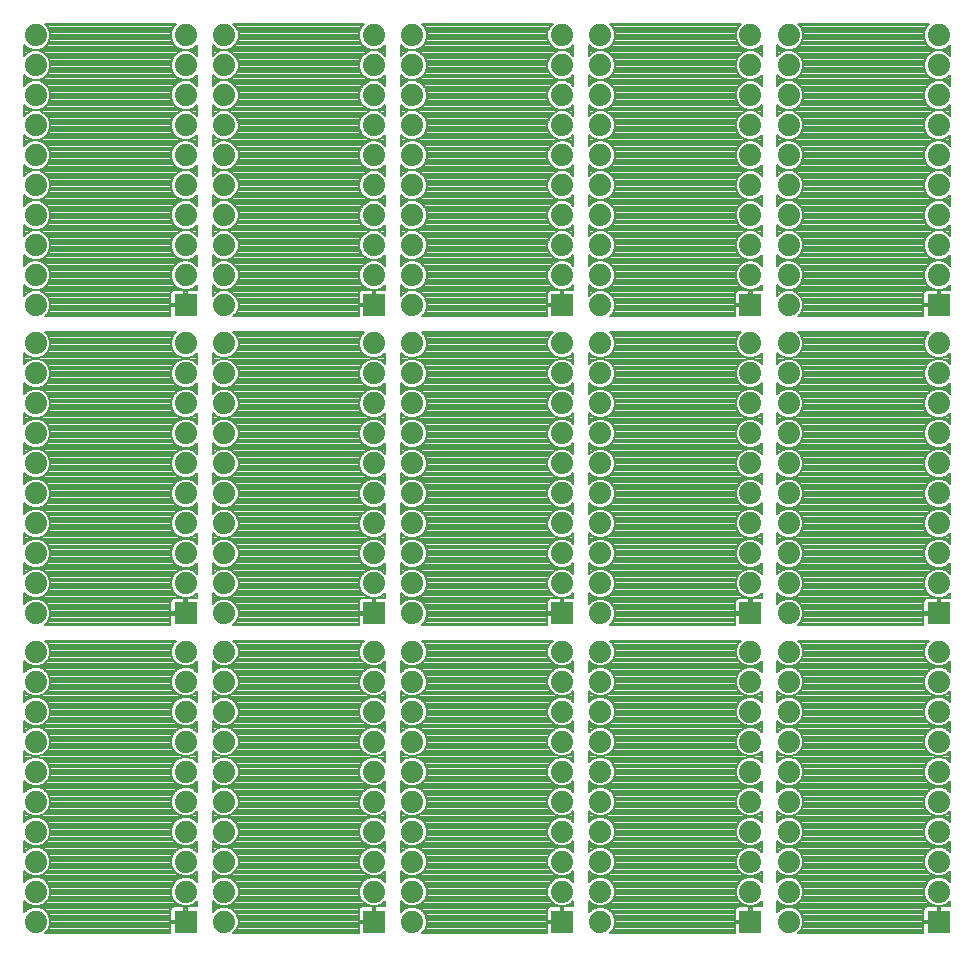
<source format=gbl>
G75*
%MOIN*%
%OFA0B0*%
%FSLAX24Y24*%
%IPPOS*%
%LPD*%
%AMOC8*
5,1,8,0,0,1.08239X$1,22.5*
%
%ADD10R,0.0740X0.0740*%
%ADD11C,0.0740*%
%ADD12C,0.0080*%
D10*
X008243Y007833D03*
X014518Y007833D03*
X020794Y007833D03*
X027070Y007833D03*
X033345Y007833D03*
X033345Y018109D03*
X027070Y018109D03*
X020794Y018109D03*
X014518Y018109D03*
X008243Y018109D03*
X008243Y028385D03*
X014518Y028385D03*
X020794Y028385D03*
X027070Y028385D03*
X033345Y028385D03*
D11*
X033345Y029385D03*
X033345Y030385D03*
X033345Y031385D03*
X033345Y032385D03*
X033345Y033385D03*
X033345Y034385D03*
X033345Y035385D03*
X033345Y036385D03*
X033345Y037385D03*
X028345Y037385D03*
X028345Y036385D03*
X028345Y035385D03*
X028345Y034385D03*
X028345Y033385D03*
X028345Y032385D03*
X028345Y031385D03*
X028345Y030385D03*
X028345Y029385D03*
X028345Y028385D03*
X028345Y027109D03*
X028345Y026109D03*
X028345Y025109D03*
X028345Y024109D03*
X028345Y023109D03*
X028345Y022109D03*
X028345Y021109D03*
X028345Y020109D03*
X028345Y019109D03*
X028345Y018109D03*
X028345Y016833D03*
X028345Y015833D03*
X028345Y014833D03*
X028345Y013833D03*
X028345Y012833D03*
X028345Y011833D03*
X028345Y010833D03*
X028345Y009833D03*
X028345Y008833D03*
X028345Y007833D03*
X027070Y008833D03*
X027070Y009833D03*
X027070Y010833D03*
X027070Y011833D03*
X027070Y012833D03*
X027070Y013833D03*
X027070Y014833D03*
X027070Y015833D03*
X027070Y016833D03*
X027070Y019109D03*
X027070Y020109D03*
X027070Y021109D03*
X027070Y022109D03*
X027070Y023109D03*
X027070Y024109D03*
X027070Y025109D03*
X027070Y026109D03*
X027070Y027109D03*
X027070Y029385D03*
X027070Y030385D03*
X027070Y031385D03*
X027070Y032385D03*
X027070Y033385D03*
X027070Y034385D03*
X027070Y035385D03*
X027070Y036385D03*
X027070Y037385D03*
X022070Y037385D03*
X022070Y036385D03*
X022070Y035385D03*
X022070Y034385D03*
X022070Y033385D03*
X022070Y032385D03*
X022070Y031385D03*
X022070Y030385D03*
X022070Y029385D03*
X022070Y028385D03*
X022070Y027109D03*
X022070Y026109D03*
X022070Y025109D03*
X022070Y024109D03*
X022070Y023109D03*
X022070Y022109D03*
X022070Y021109D03*
X022070Y020109D03*
X022070Y019109D03*
X022070Y018109D03*
X022070Y016833D03*
X022070Y015833D03*
X022070Y014833D03*
X022070Y013833D03*
X022070Y012833D03*
X022070Y011833D03*
X022070Y010833D03*
X022070Y009833D03*
X022070Y008833D03*
X022070Y007833D03*
X020794Y008833D03*
X020794Y009833D03*
X020794Y010833D03*
X020794Y011833D03*
X020794Y012833D03*
X020794Y013833D03*
X020794Y014833D03*
X020794Y015833D03*
X020794Y016833D03*
X020794Y019109D03*
X020794Y020109D03*
X020794Y021109D03*
X020794Y022109D03*
X020794Y023109D03*
X020794Y024109D03*
X020794Y025109D03*
X020794Y026109D03*
X020794Y027109D03*
X020794Y029385D03*
X020794Y030385D03*
X020794Y031385D03*
X020794Y032385D03*
X020794Y033385D03*
X020794Y034385D03*
X020794Y035385D03*
X020794Y036385D03*
X020794Y037385D03*
X015794Y037385D03*
X015794Y036385D03*
X015794Y035385D03*
X015794Y034385D03*
X015794Y033385D03*
X015794Y032385D03*
X015794Y031385D03*
X015794Y030385D03*
X015794Y029385D03*
X015794Y028385D03*
X015794Y027109D03*
X015794Y026109D03*
X015794Y025109D03*
X015794Y024109D03*
X015794Y023109D03*
X015794Y022109D03*
X015794Y021109D03*
X015794Y020109D03*
X015794Y019109D03*
X015794Y018109D03*
X015794Y016833D03*
X015794Y015833D03*
X015794Y014833D03*
X015794Y013833D03*
X015794Y012833D03*
X015794Y011833D03*
X015794Y010833D03*
X015794Y009833D03*
X015794Y008833D03*
X015794Y007833D03*
X014518Y008833D03*
X014518Y009833D03*
X014518Y010833D03*
X014518Y011833D03*
X014518Y012833D03*
X014518Y013833D03*
X014518Y014833D03*
X014518Y015833D03*
X014518Y016833D03*
X014518Y019109D03*
X014518Y020109D03*
X014518Y021109D03*
X014518Y022109D03*
X014518Y023109D03*
X014518Y024109D03*
X014518Y025109D03*
X014518Y026109D03*
X014518Y027109D03*
X014518Y029385D03*
X014518Y030385D03*
X014518Y031385D03*
X014518Y032385D03*
X014518Y033385D03*
X014518Y034385D03*
X014518Y035385D03*
X014518Y036385D03*
X014518Y037385D03*
X009518Y037385D03*
X009518Y036385D03*
X009518Y035385D03*
X009518Y034385D03*
X009518Y033385D03*
X009518Y032385D03*
X009518Y031385D03*
X009518Y030385D03*
X009518Y029385D03*
X009518Y028385D03*
X009518Y027109D03*
X009518Y026109D03*
X009518Y025109D03*
X009518Y024109D03*
X009518Y023109D03*
X009518Y022109D03*
X009518Y021109D03*
X009518Y020109D03*
X009518Y019109D03*
X009518Y018109D03*
X009518Y016833D03*
X009518Y015833D03*
X009518Y014833D03*
X009518Y013833D03*
X009518Y012833D03*
X009518Y011833D03*
X009518Y010833D03*
X009518Y009833D03*
X009518Y008833D03*
X009518Y007833D03*
X008243Y008833D03*
X008243Y009833D03*
X008243Y010833D03*
X008243Y011833D03*
X008243Y012833D03*
X008243Y013833D03*
X008243Y014833D03*
X008243Y015833D03*
X008243Y016833D03*
X008243Y019109D03*
X008243Y020109D03*
X008243Y021109D03*
X008243Y022109D03*
X008243Y023109D03*
X008243Y024109D03*
X008243Y025109D03*
X008243Y026109D03*
X008243Y027109D03*
X008243Y029385D03*
X008243Y030385D03*
X008243Y031385D03*
X008243Y032385D03*
X008243Y033385D03*
X008243Y034385D03*
X008243Y035385D03*
X008243Y036385D03*
X008243Y037385D03*
X003243Y037385D03*
X003243Y036385D03*
X003243Y035385D03*
X003243Y034385D03*
X003243Y033385D03*
X003243Y032385D03*
X003243Y031385D03*
X003243Y030385D03*
X003243Y029385D03*
X003243Y028385D03*
X003243Y027109D03*
X003243Y026109D03*
X003243Y025109D03*
X003243Y024109D03*
X003243Y023109D03*
X003243Y022109D03*
X003243Y021109D03*
X003243Y020109D03*
X003243Y019109D03*
X003243Y018109D03*
X003243Y016833D03*
X003243Y015833D03*
X003243Y014833D03*
X003243Y013833D03*
X003243Y012833D03*
X003243Y011833D03*
X003243Y010833D03*
X003243Y009833D03*
X003243Y008833D03*
X003243Y007833D03*
X033345Y008833D03*
X033345Y009833D03*
X033345Y010833D03*
X033345Y011833D03*
X033345Y012833D03*
X033345Y013833D03*
X033345Y014833D03*
X033345Y015833D03*
X033345Y016833D03*
X033345Y019109D03*
X033345Y020109D03*
X033345Y021109D03*
X033345Y022109D03*
X033345Y023109D03*
X033345Y024109D03*
X033345Y025109D03*
X033345Y026109D03*
X033345Y027109D03*
D12*
X003658Y007556D02*
X003561Y007458D01*
X007733Y007458D01*
X007733Y007793D01*
X008203Y007793D01*
X008203Y007873D01*
X007733Y007873D01*
X007733Y008222D01*
X007742Y008257D01*
X007761Y008289D01*
X007787Y008315D01*
X007819Y008334D01*
X007854Y008343D01*
X008203Y008343D01*
X008203Y007873D01*
X008283Y007873D01*
X008283Y008343D01*
X008618Y008343D01*
X008618Y008515D01*
X008520Y008418D01*
X008340Y008343D01*
X008145Y008343D01*
X007965Y008418D01*
X007827Y008556D01*
X007753Y008736D01*
X007753Y008931D01*
X007827Y009111D01*
X007965Y009249D01*
X008145Y009323D01*
X008340Y009323D01*
X008520Y009249D01*
X008618Y009151D01*
X008618Y009515D01*
X008520Y009418D01*
X008340Y009343D01*
X008145Y009343D01*
X007965Y009418D01*
X007827Y009556D01*
X007753Y009736D01*
X007753Y009931D01*
X007827Y010111D01*
X007965Y010249D01*
X008145Y010323D01*
X008340Y010323D01*
X008520Y010249D01*
X008618Y010151D01*
X008618Y010515D01*
X008520Y010418D01*
X008340Y010343D01*
X008145Y010343D01*
X007965Y010418D01*
X007827Y010556D01*
X007753Y010736D01*
X007753Y010931D01*
X007827Y011111D01*
X007965Y011249D01*
X008145Y011323D01*
X008340Y011323D01*
X008520Y011249D01*
X008618Y011151D01*
X008618Y011515D01*
X008520Y011418D01*
X008340Y011343D01*
X008145Y011343D01*
X007965Y011418D01*
X007827Y011556D01*
X007753Y011736D01*
X007753Y011931D01*
X007827Y012111D01*
X007965Y012249D01*
X008145Y012323D01*
X008340Y012323D01*
X008520Y012249D01*
X008618Y012151D01*
X008618Y012515D01*
X008520Y012418D01*
X008340Y012343D01*
X008145Y012343D01*
X007965Y012418D01*
X007827Y012556D01*
X007753Y012736D01*
X007753Y012931D01*
X007827Y013111D01*
X007965Y013249D01*
X008145Y013323D01*
X008340Y013323D01*
X008520Y013249D01*
X008618Y013151D01*
X008618Y013515D01*
X008520Y013418D01*
X008340Y013343D01*
X008145Y013343D01*
X007965Y013418D01*
X007827Y013556D01*
X007753Y013736D01*
X007753Y013931D01*
X007827Y014111D01*
X007965Y014249D01*
X008145Y014323D01*
X008340Y014323D01*
X008520Y014249D01*
X008618Y014151D01*
X008618Y014515D01*
X008520Y014418D01*
X008340Y014343D01*
X008145Y014343D01*
X007965Y014418D01*
X007827Y014556D01*
X007753Y014736D01*
X007753Y014931D01*
X007827Y015111D01*
X007965Y015249D01*
X008145Y015323D01*
X008340Y015323D01*
X008520Y015249D01*
X008618Y015151D01*
X008618Y015515D01*
X008520Y015418D01*
X008340Y015343D01*
X008145Y015343D01*
X007965Y015418D01*
X007827Y015556D01*
X007753Y015736D01*
X007753Y015931D01*
X007827Y016111D01*
X007965Y016249D01*
X008145Y016323D01*
X008340Y016323D01*
X008520Y016249D01*
X008618Y016151D01*
X008618Y016515D01*
X008520Y016418D01*
X008340Y016343D01*
X008145Y016343D01*
X007965Y016418D01*
X007827Y016556D01*
X007753Y016736D01*
X007753Y016931D01*
X007827Y017111D01*
X007925Y017208D01*
X003561Y017208D01*
X003658Y017111D01*
X003733Y016931D01*
X003733Y016736D01*
X003658Y016556D01*
X003520Y016418D01*
X003340Y016343D01*
X003145Y016343D01*
X002965Y016418D01*
X002868Y016515D01*
X002868Y016151D01*
X002965Y016249D01*
X003145Y016323D01*
X003340Y016323D01*
X003520Y016249D01*
X003658Y016111D01*
X003733Y015931D01*
X003733Y015736D01*
X003658Y015556D01*
X003520Y015418D01*
X003340Y015343D01*
X003145Y015343D01*
X002965Y015418D01*
X002868Y015515D01*
X002868Y015151D01*
X002965Y015249D01*
X003145Y015323D01*
X003340Y015323D01*
X003520Y015249D01*
X003658Y015111D01*
X003733Y014931D01*
X003733Y014736D01*
X003658Y014556D01*
X003520Y014418D01*
X003340Y014343D01*
X003145Y014343D01*
X002965Y014418D01*
X002868Y014515D01*
X002868Y014151D01*
X002965Y014249D01*
X003145Y014323D01*
X003340Y014323D01*
X003520Y014249D01*
X003658Y014111D01*
X003733Y013931D01*
X003733Y013736D01*
X003658Y013556D01*
X003520Y013418D01*
X003340Y013343D01*
X003145Y013343D01*
X002965Y013418D01*
X002868Y013515D01*
X002868Y013151D01*
X002965Y013249D01*
X003145Y013323D01*
X003340Y013323D01*
X003520Y013249D01*
X003658Y013111D01*
X003733Y012931D01*
X003733Y012736D01*
X003658Y012556D01*
X003520Y012418D01*
X003340Y012343D01*
X003145Y012343D01*
X002965Y012418D01*
X002868Y012515D01*
X002868Y012151D01*
X002965Y012249D01*
X003145Y012323D01*
X003340Y012323D01*
X003520Y012249D01*
X003658Y012111D01*
X003733Y011931D01*
X003733Y011736D01*
X003658Y011556D01*
X003520Y011418D01*
X003340Y011343D01*
X003145Y011343D01*
X002965Y011418D01*
X002868Y011515D01*
X002868Y011151D01*
X002965Y011249D01*
X003145Y011323D01*
X003340Y011323D01*
X003520Y011249D01*
X003658Y011111D01*
X003733Y010931D01*
X003733Y010736D01*
X003658Y010556D01*
X003520Y010418D01*
X003340Y010343D01*
X003145Y010343D01*
X002965Y010418D01*
X002868Y010515D01*
X002868Y010151D01*
X002965Y010249D01*
X003145Y010323D01*
X003340Y010323D01*
X003520Y010249D01*
X003658Y010111D01*
X003733Y009931D01*
X003733Y009736D01*
X003658Y009556D01*
X003520Y009418D01*
X003340Y009343D01*
X003145Y009343D01*
X002965Y009418D01*
X002868Y009515D01*
X002868Y009151D01*
X002965Y009249D01*
X003145Y009323D01*
X003340Y009323D01*
X003520Y009249D01*
X003658Y009111D01*
X003733Y008931D01*
X003733Y008736D01*
X003658Y008556D01*
X003520Y008418D01*
X003340Y008343D01*
X003145Y008343D01*
X002965Y008418D01*
X002868Y008515D01*
X002868Y008151D01*
X002965Y008249D01*
X003145Y008323D01*
X003340Y008323D01*
X003520Y008249D01*
X003658Y008111D01*
X003733Y007931D01*
X003733Y007736D01*
X003658Y007556D01*
X003664Y007569D02*
X007733Y007569D01*
X007733Y007647D02*
X003696Y007647D01*
X003729Y007726D02*
X007733Y007726D01*
X007733Y007883D02*
X003733Y007883D01*
X003733Y007804D02*
X008203Y007804D01*
X008203Y007883D02*
X008283Y007883D01*
X008283Y007961D02*
X008203Y007961D01*
X008203Y008040D02*
X008283Y008040D01*
X008283Y008118D02*
X008203Y008118D01*
X008203Y008197D02*
X008283Y008197D01*
X008283Y008275D02*
X008203Y008275D01*
X008120Y008354D02*
X003366Y008354D01*
X003456Y008275D02*
X007753Y008275D01*
X007733Y008197D02*
X003572Y008197D01*
X003651Y008118D02*
X007733Y008118D01*
X007733Y008040D02*
X003688Y008040D01*
X003720Y007961D02*
X007733Y007961D01*
X007733Y007490D02*
X003593Y007490D01*
X003029Y008275D02*
X002868Y008275D01*
X002868Y008197D02*
X002913Y008197D01*
X002868Y008354D02*
X003120Y008354D01*
X002951Y008432D02*
X002868Y008432D01*
X002868Y008511D02*
X002872Y008511D01*
X003535Y008432D02*
X007951Y008432D01*
X007872Y008511D02*
X003613Y008511D01*
X003672Y008589D02*
X007813Y008589D01*
X007781Y008668D02*
X003705Y008668D01*
X003733Y008746D02*
X007753Y008746D01*
X007753Y008825D02*
X003733Y008825D01*
X003733Y008903D02*
X007753Y008903D01*
X007774Y008982D02*
X003712Y008982D01*
X003679Y009060D02*
X007806Y009060D01*
X007855Y009139D02*
X003630Y009139D01*
X003552Y009217D02*
X007934Y009217D01*
X008079Y009296D02*
X003407Y009296D01*
X003415Y009374D02*
X008070Y009374D01*
X007930Y009453D02*
X003555Y009453D01*
X003634Y009531D02*
X007852Y009531D01*
X007805Y009610D02*
X003681Y009610D01*
X003713Y009688D02*
X007772Y009688D01*
X007753Y009767D02*
X003733Y009767D01*
X003733Y009845D02*
X007753Y009845D01*
X007753Y009924D02*
X003733Y009924D01*
X003703Y010002D02*
X007782Y010002D01*
X007815Y010081D02*
X003671Y010081D01*
X003610Y010159D02*
X007876Y010159D01*
X007954Y010238D02*
X003531Y010238D01*
X003465Y010395D02*
X008021Y010395D01*
X008128Y010316D02*
X003357Y010316D01*
X003128Y010316D02*
X002868Y010316D01*
X002868Y010238D02*
X002954Y010238D01*
X002876Y010159D02*
X002868Y010159D01*
X002868Y010395D02*
X003021Y010395D01*
X002910Y010473D02*
X002868Y010473D01*
X002868Y011180D02*
X002896Y011180D01*
X002868Y011258D02*
X002988Y011258D01*
X002868Y011337D02*
X008618Y011337D01*
X008618Y011415D02*
X008514Y011415D01*
X008596Y011494D02*
X008618Y011494D01*
X008618Y011258D02*
X008497Y011258D01*
X008589Y011180D02*
X008618Y011180D01*
X009143Y011180D02*
X009172Y011180D01*
X009143Y011151D02*
X009241Y011249D01*
X009421Y011323D01*
X009616Y011323D01*
X009796Y011249D01*
X009934Y011111D01*
X010008Y010931D01*
X010008Y010736D01*
X009934Y010556D01*
X009796Y010418D01*
X009616Y010343D01*
X009421Y010343D01*
X009241Y010418D01*
X009143Y010515D01*
X009143Y010151D01*
X009241Y010249D01*
X009421Y010323D01*
X009616Y010323D01*
X009796Y010249D01*
X009934Y010111D01*
X010008Y009931D01*
X010008Y009736D01*
X009934Y009556D01*
X009796Y009418D01*
X009616Y009343D01*
X009421Y009343D01*
X009241Y009418D01*
X009143Y009515D01*
X009143Y009151D01*
X009241Y009249D01*
X009421Y009323D01*
X009616Y009323D01*
X009796Y009249D01*
X009934Y009111D01*
X010008Y008931D01*
X010008Y008736D01*
X009934Y008556D01*
X009796Y008418D01*
X009616Y008343D01*
X009421Y008343D01*
X009241Y008418D01*
X009143Y008515D01*
X009143Y008151D01*
X009241Y008249D01*
X009421Y008323D01*
X009616Y008323D01*
X009796Y008249D01*
X009934Y008111D01*
X010008Y007931D01*
X010008Y007736D01*
X009934Y007556D01*
X009836Y007458D01*
X014008Y007458D01*
X014008Y007793D01*
X014478Y007793D01*
X014478Y007873D01*
X014008Y007873D01*
X014008Y008222D01*
X014018Y008257D01*
X014036Y008289D01*
X014062Y008315D01*
X014094Y008334D01*
X014130Y008343D01*
X014478Y008343D01*
X014478Y007873D01*
X014558Y007873D01*
X014558Y008343D01*
X014893Y008343D01*
X014893Y008515D01*
X014796Y008418D01*
X014616Y008343D01*
X014421Y008343D01*
X014241Y008418D01*
X014103Y008556D01*
X014028Y008736D01*
X014028Y008931D01*
X014103Y009111D01*
X014241Y009249D01*
X014421Y009323D01*
X014616Y009323D01*
X014796Y009249D01*
X014893Y009151D01*
X014893Y009515D01*
X014796Y009418D01*
X014616Y009343D01*
X014421Y009343D01*
X014241Y009418D01*
X014103Y009556D01*
X014028Y009736D01*
X014028Y009931D01*
X014103Y010111D01*
X014241Y010249D01*
X014421Y010323D01*
X014616Y010323D01*
X014796Y010249D01*
X014893Y010151D01*
X014893Y010515D01*
X014796Y010418D01*
X014616Y010343D01*
X014421Y010343D01*
X014241Y010418D01*
X014103Y010556D01*
X014028Y010736D01*
X014028Y010931D01*
X014103Y011111D01*
X014241Y011249D01*
X014421Y011323D01*
X014616Y011323D01*
X014796Y011249D01*
X014893Y011151D01*
X014893Y011515D01*
X014796Y011418D01*
X014616Y011343D01*
X014421Y011343D01*
X014241Y011418D01*
X014103Y011556D01*
X014028Y011736D01*
X014028Y011931D01*
X014103Y012111D01*
X014241Y012249D01*
X014421Y012323D01*
X014616Y012323D01*
X014796Y012249D01*
X014893Y012151D01*
X014893Y012515D01*
X014796Y012418D01*
X014616Y012343D01*
X014421Y012343D01*
X014241Y012418D01*
X014103Y012556D01*
X014028Y012736D01*
X014028Y012931D01*
X014103Y013111D01*
X014241Y013249D01*
X014421Y013323D01*
X014616Y013323D01*
X014796Y013249D01*
X014893Y013151D01*
X014893Y013515D01*
X014796Y013418D01*
X014616Y013343D01*
X014421Y013343D01*
X014241Y013418D01*
X014103Y013556D01*
X014028Y013736D01*
X014028Y013931D01*
X014103Y014111D01*
X014241Y014249D01*
X014421Y014323D01*
X014616Y014323D01*
X014796Y014249D01*
X014893Y014151D01*
X014893Y014515D01*
X014796Y014418D01*
X014616Y014343D01*
X014421Y014343D01*
X014241Y014418D01*
X014103Y014556D01*
X014028Y014736D01*
X014028Y014931D01*
X014103Y015111D01*
X014241Y015249D01*
X014421Y015323D01*
X014616Y015323D01*
X014796Y015249D01*
X014893Y015151D01*
X014893Y015515D01*
X014796Y015418D01*
X014616Y015343D01*
X014421Y015343D01*
X014241Y015418D01*
X014103Y015556D01*
X014028Y015736D01*
X014028Y015931D01*
X014103Y016111D01*
X014241Y016249D01*
X014421Y016323D01*
X014616Y016323D01*
X014796Y016249D01*
X014893Y016151D01*
X014893Y016515D01*
X014796Y016418D01*
X014616Y016343D01*
X014421Y016343D01*
X014241Y016418D01*
X014103Y016556D01*
X014028Y016736D01*
X014028Y016931D01*
X014103Y017111D01*
X014200Y017208D01*
X009836Y017208D01*
X009934Y017111D01*
X010008Y016931D01*
X010008Y016736D01*
X009934Y016556D01*
X009796Y016418D01*
X009616Y016343D01*
X009421Y016343D01*
X009241Y016418D01*
X009143Y016515D01*
X009143Y016151D01*
X009241Y016249D01*
X009421Y016323D01*
X009616Y016323D01*
X009796Y016249D01*
X009934Y016111D01*
X010008Y015931D01*
X010008Y015736D01*
X009934Y015556D01*
X009796Y015418D01*
X009616Y015343D01*
X009421Y015343D01*
X009241Y015418D01*
X009143Y015515D01*
X009143Y015151D01*
X009241Y015249D01*
X009421Y015323D01*
X009616Y015323D01*
X009796Y015249D01*
X009934Y015111D01*
X010008Y014931D01*
X010008Y014736D01*
X009934Y014556D01*
X009796Y014418D01*
X009616Y014343D01*
X009421Y014343D01*
X009241Y014418D01*
X009143Y014515D01*
X009143Y014151D01*
X009241Y014249D01*
X009421Y014323D01*
X009616Y014323D01*
X009796Y014249D01*
X009934Y014111D01*
X010008Y013931D01*
X010008Y013736D01*
X009934Y013556D01*
X009796Y013418D01*
X009616Y013343D01*
X009421Y013343D01*
X009241Y013418D01*
X009143Y013515D01*
X009143Y013151D01*
X009241Y013249D01*
X009421Y013323D01*
X009616Y013323D01*
X009796Y013249D01*
X009934Y013111D01*
X010008Y012931D01*
X010008Y012736D01*
X009934Y012556D01*
X009796Y012418D01*
X009616Y012343D01*
X009421Y012343D01*
X009241Y012418D01*
X009143Y012515D01*
X009143Y012151D01*
X009241Y012249D01*
X009421Y012323D01*
X009616Y012323D01*
X009796Y012249D01*
X009934Y012111D01*
X010008Y011931D01*
X010008Y011736D01*
X009934Y011556D01*
X009796Y011418D01*
X009616Y011343D01*
X009421Y011343D01*
X009241Y011418D01*
X009143Y011515D01*
X009143Y011151D01*
X009143Y011258D02*
X009264Y011258D01*
X009143Y011337D02*
X014893Y011337D01*
X014893Y011415D02*
X014790Y011415D01*
X014872Y011494D02*
X014893Y011494D01*
X014893Y011258D02*
X014773Y011258D01*
X014865Y011180D02*
X014893Y011180D01*
X015419Y011180D02*
X015448Y011180D01*
X015419Y011151D02*
X015419Y011515D01*
X015516Y011418D01*
X015697Y011343D01*
X015891Y011343D01*
X016072Y011418D01*
X016209Y011556D01*
X016284Y011736D01*
X016284Y011931D01*
X016209Y012111D01*
X016072Y012249D01*
X015891Y012323D01*
X015697Y012323D01*
X015516Y012249D01*
X015419Y012151D01*
X015419Y012515D01*
X015516Y012418D01*
X015697Y012343D01*
X015891Y012343D01*
X016072Y012418D01*
X016209Y012556D01*
X016284Y012736D01*
X016284Y012931D01*
X016209Y013111D01*
X016072Y013249D01*
X015891Y013323D01*
X015697Y013323D01*
X015516Y013249D01*
X015419Y013151D01*
X015419Y013515D01*
X015516Y013418D01*
X015697Y013343D01*
X015891Y013343D01*
X016072Y013418D01*
X016209Y013556D01*
X016284Y013736D01*
X016284Y013931D01*
X016209Y014111D01*
X016072Y014249D01*
X015891Y014323D01*
X015697Y014323D01*
X015516Y014249D01*
X015419Y014151D01*
X015419Y014515D01*
X015516Y014418D01*
X015697Y014343D01*
X015891Y014343D01*
X016072Y014418D01*
X016209Y014556D01*
X016284Y014736D01*
X016284Y014931D01*
X016209Y015111D01*
X016072Y015249D01*
X015891Y015323D01*
X015697Y015323D01*
X015516Y015249D01*
X015419Y015151D01*
X015419Y015515D01*
X015516Y015418D01*
X015697Y015343D01*
X015891Y015343D01*
X016072Y015418D01*
X016209Y015556D01*
X016284Y015736D01*
X016284Y015931D01*
X016209Y016111D01*
X016072Y016249D01*
X015891Y016323D01*
X015697Y016323D01*
X015516Y016249D01*
X015419Y016151D01*
X015419Y016515D01*
X015516Y016418D01*
X015697Y016343D01*
X015891Y016343D01*
X016072Y016418D01*
X016209Y016556D01*
X016284Y016736D01*
X016284Y016931D01*
X016209Y017111D01*
X016112Y017208D01*
X020476Y017208D01*
X020379Y017111D01*
X020304Y016931D01*
X020304Y016736D01*
X020379Y016556D01*
X020516Y016418D01*
X020697Y016343D01*
X020891Y016343D01*
X021072Y016418D01*
X021169Y016515D01*
X021169Y016151D01*
X021072Y016249D01*
X020891Y016323D01*
X020697Y016323D01*
X020516Y016249D01*
X020379Y016111D01*
X020304Y015931D01*
X020304Y015736D01*
X020379Y015556D01*
X020516Y015418D01*
X020697Y015343D01*
X020891Y015343D01*
X021072Y015418D01*
X021169Y015515D01*
X021169Y015151D01*
X021072Y015249D01*
X020891Y015323D01*
X020697Y015323D01*
X020516Y015249D01*
X020379Y015111D01*
X020304Y014931D01*
X020304Y014736D01*
X020379Y014556D01*
X020516Y014418D01*
X020697Y014343D01*
X020891Y014343D01*
X021072Y014418D01*
X021169Y014515D01*
X021169Y014151D01*
X021072Y014249D01*
X020891Y014323D01*
X020697Y014323D01*
X020516Y014249D01*
X020379Y014111D01*
X020304Y013931D01*
X020304Y013736D01*
X020379Y013556D01*
X020516Y013418D01*
X020697Y013343D01*
X020891Y013343D01*
X021072Y013418D01*
X021169Y013515D01*
X021169Y013151D01*
X021072Y013249D01*
X020891Y013323D01*
X020697Y013323D01*
X020516Y013249D01*
X020379Y013111D01*
X020304Y012931D01*
X020304Y012736D01*
X020379Y012556D01*
X020516Y012418D01*
X020697Y012343D01*
X020891Y012343D01*
X021072Y012418D01*
X021169Y012515D01*
X021169Y012151D01*
X021072Y012249D01*
X020891Y012323D01*
X020697Y012323D01*
X020516Y012249D01*
X020379Y012111D01*
X020304Y011931D01*
X020304Y011736D01*
X020379Y011556D01*
X020516Y011418D01*
X020697Y011343D01*
X020891Y011343D01*
X021072Y011418D01*
X021169Y011515D01*
X021169Y011151D01*
X021072Y011249D01*
X020891Y011323D01*
X020697Y011323D01*
X020516Y011249D01*
X020379Y011111D01*
X020304Y010931D01*
X020304Y010736D01*
X020379Y010556D01*
X020516Y010418D01*
X020697Y010343D01*
X020891Y010343D01*
X021072Y010418D01*
X021169Y010515D01*
X021169Y010151D01*
X021072Y010249D01*
X020891Y010323D01*
X020697Y010323D01*
X020516Y010249D01*
X020379Y010111D01*
X020304Y009931D01*
X020304Y009736D01*
X020379Y009556D01*
X020516Y009418D01*
X020697Y009343D01*
X020891Y009343D01*
X021072Y009418D01*
X021169Y009515D01*
X021169Y009151D01*
X021072Y009249D01*
X020891Y009323D01*
X020697Y009323D01*
X020516Y009249D01*
X020379Y009111D01*
X020304Y008931D01*
X020304Y008736D01*
X020379Y008556D01*
X020516Y008418D01*
X020697Y008343D01*
X020891Y008343D01*
X021072Y008418D01*
X021169Y008515D01*
X021169Y008343D01*
X020834Y008343D01*
X020834Y007873D01*
X020754Y007873D01*
X020754Y007793D01*
X020284Y007793D01*
X020284Y007458D01*
X016112Y007458D01*
X016209Y007556D01*
X016284Y007736D01*
X016284Y007931D01*
X016209Y008111D01*
X016072Y008249D01*
X015891Y008323D01*
X015697Y008323D01*
X015516Y008249D01*
X015419Y008151D01*
X015419Y008515D01*
X015516Y008418D01*
X015697Y008343D01*
X015891Y008343D01*
X016072Y008418D01*
X016209Y008556D01*
X016284Y008736D01*
X016284Y008931D01*
X016209Y009111D01*
X016072Y009249D01*
X015891Y009323D01*
X015697Y009323D01*
X015516Y009249D01*
X015419Y009151D01*
X015419Y009515D01*
X015516Y009418D01*
X015697Y009343D01*
X015891Y009343D01*
X016072Y009418D01*
X016209Y009556D01*
X016284Y009736D01*
X016284Y009931D01*
X016209Y010111D01*
X016072Y010249D01*
X015891Y010323D01*
X015697Y010323D01*
X015516Y010249D01*
X015419Y010151D01*
X015419Y010515D01*
X015516Y010418D01*
X015697Y010343D01*
X015891Y010343D01*
X016072Y010418D01*
X016209Y010556D01*
X016284Y010736D01*
X016284Y010931D01*
X016209Y011111D01*
X016072Y011249D01*
X015891Y011323D01*
X015697Y011323D01*
X015516Y011249D01*
X015419Y011151D01*
X015419Y011258D02*
X015540Y011258D01*
X015419Y011337D02*
X021169Y011337D01*
X021169Y011415D02*
X021065Y011415D01*
X021147Y011494D02*
X021169Y011494D01*
X021169Y011258D02*
X021048Y011258D01*
X021140Y011180D02*
X021169Y011180D01*
X020540Y011258D02*
X016048Y011258D01*
X016140Y011180D02*
X020448Y011180D01*
X020375Y011101D02*
X016213Y011101D01*
X016246Y011023D02*
X020342Y011023D01*
X020310Y010944D02*
X016278Y010944D01*
X016284Y010866D02*
X020304Y010866D01*
X020304Y010787D02*
X016284Y010787D01*
X016273Y010709D02*
X020315Y010709D01*
X020348Y010630D02*
X016240Y010630D01*
X016205Y010552D02*
X020383Y010552D01*
X020461Y010473D02*
X016127Y010473D01*
X016016Y010395D02*
X020572Y010395D01*
X020680Y010316D02*
X015908Y010316D01*
X016082Y010238D02*
X020506Y010238D01*
X020427Y010159D02*
X016161Y010159D01*
X016222Y010081D02*
X020366Y010081D01*
X020334Y010002D02*
X016254Y010002D01*
X016284Y009924D02*
X020304Y009924D01*
X020304Y009845D02*
X016284Y009845D01*
X016284Y009767D02*
X020304Y009767D01*
X020324Y009688D02*
X016264Y009688D01*
X016232Y009610D02*
X020356Y009610D01*
X020403Y009531D02*
X016185Y009531D01*
X016106Y009453D02*
X020482Y009453D01*
X020622Y009374D02*
X015966Y009374D01*
X015958Y009296D02*
X020630Y009296D01*
X020485Y009217D02*
X016103Y009217D01*
X016181Y009139D02*
X020407Y009139D01*
X020358Y009060D02*
X016230Y009060D01*
X016263Y008982D02*
X020325Y008982D01*
X020304Y008903D02*
X016284Y008903D01*
X016284Y008825D02*
X020304Y008825D01*
X020304Y008746D02*
X016284Y008746D01*
X016256Y008668D02*
X020332Y008668D01*
X020365Y008589D02*
X016223Y008589D01*
X016164Y008511D02*
X020424Y008511D01*
X020502Y008432D02*
X016086Y008432D01*
X016007Y008275D02*
X020304Y008275D01*
X020312Y008289D02*
X020294Y008257D01*
X020284Y008222D01*
X020284Y007873D01*
X020754Y007873D01*
X020754Y008343D01*
X020406Y008343D01*
X020370Y008334D01*
X020338Y008315D01*
X020312Y008289D01*
X020284Y008197D02*
X016123Y008197D01*
X016202Y008118D02*
X020284Y008118D01*
X020284Y008040D02*
X016239Y008040D01*
X016271Y007961D02*
X020284Y007961D01*
X020284Y007883D02*
X016284Y007883D01*
X016284Y007804D02*
X020754Y007804D01*
X020754Y007883D02*
X020834Y007883D01*
X020834Y007961D02*
X020754Y007961D01*
X020754Y008040D02*
X020834Y008040D01*
X020834Y008118D02*
X020754Y008118D01*
X020754Y008197D02*
X020834Y008197D01*
X020834Y008275D02*
X020754Y008275D01*
X020671Y008354D02*
X015917Y008354D01*
X015671Y008354D02*
X015419Y008354D01*
X015419Y008432D02*
X015502Y008432D01*
X015424Y008511D02*
X015419Y008511D01*
X015419Y008275D02*
X015581Y008275D01*
X015465Y008197D02*
X015419Y008197D01*
X014893Y008354D02*
X014641Y008354D01*
X014558Y008275D02*
X014478Y008275D01*
X014478Y008197D02*
X014558Y008197D01*
X014558Y008118D02*
X014478Y008118D01*
X014478Y008040D02*
X014558Y008040D01*
X014558Y007961D02*
X014478Y007961D01*
X014478Y007883D02*
X014558Y007883D01*
X014478Y007804D02*
X010008Y007804D01*
X010004Y007726D02*
X014008Y007726D01*
X014008Y007647D02*
X009972Y007647D01*
X009939Y007569D02*
X014008Y007569D01*
X014008Y007490D02*
X009868Y007490D01*
X010008Y007883D02*
X014008Y007883D01*
X014008Y007961D02*
X009996Y007961D01*
X009963Y008040D02*
X014008Y008040D01*
X014008Y008118D02*
X009926Y008118D01*
X009848Y008197D02*
X014008Y008197D01*
X014028Y008275D02*
X009732Y008275D01*
X009641Y008354D02*
X014396Y008354D01*
X014226Y008432D02*
X009810Y008432D01*
X009889Y008511D02*
X014148Y008511D01*
X014089Y008589D02*
X009948Y008589D01*
X009980Y008668D02*
X014057Y008668D01*
X014028Y008746D02*
X010008Y008746D01*
X010008Y008825D02*
X014028Y008825D01*
X014028Y008903D02*
X010008Y008903D01*
X009987Y008982D02*
X014050Y008982D01*
X014082Y009060D02*
X009955Y009060D01*
X009906Y009139D02*
X014131Y009139D01*
X014209Y009217D02*
X009827Y009217D01*
X009682Y009296D02*
X014355Y009296D01*
X014346Y009374D02*
X009691Y009374D01*
X009831Y009453D02*
X014206Y009453D01*
X014127Y009531D02*
X009909Y009531D01*
X009956Y009610D02*
X014081Y009610D01*
X014048Y009688D02*
X009989Y009688D01*
X010008Y009767D02*
X014028Y009767D01*
X014028Y009845D02*
X010008Y009845D01*
X010008Y009924D02*
X014028Y009924D01*
X014058Y010002D02*
X009979Y010002D01*
X009946Y010081D02*
X014091Y010081D01*
X014151Y010159D02*
X009885Y010159D01*
X009807Y010238D02*
X014230Y010238D01*
X014297Y010395D02*
X009740Y010395D01*
X009633Y010316D02*
X014404Y010316D01*
X014633Y010316D02*
X014893Y010316D01*
X014893Y010238D02*
X014807Y010238D01*
X014885Y010159D02*
X014893Y010159D01*
X014893Y010395D02*
X014740Y010395D01*
X014851Y010473D02*
X014893Y010473D01*
X015419Y010473D02*
X015461Y010473D01*
X015419Y010395D02*
X015572Y010395D01*
X015680Y010316D02*
X015419Y010316D01*
X015419Y010238D02*
X015506Y010238D01*
X015427Y010159D02*
X015419Y010159D01*
X015419Y009453D02*
X015482Y009453D01*
X015419Y009374D02*
X015622Y009374D01*
X015630Y009296D02*
X015419Y009296D01*
X015419Y009217D02*
X015485Y009217D01*
X014893Y009217D02*
X014827Y009217D01*
X014893Y009296D02*
X014682Y009296D01*
X014691Y009374D02*
X014893Y009374D01*
X014893Y009453D02*
X014831Y009453D01*
X014889Y008511D02*
X014893Y008511D01*
X014893Y008432D02*
X014810Y008432D01*
X016280Y007726D02*
X020284Y007726D01*
X020284Y007647D02*
X016247Y007647D01*
X016215Y007569D02*
X020284Y007569D01*
X020284Y007490D02*
X016144Y007490D01*
X014185Y010473D02*
X009851Y010473D01*
X009930Y010552D02*
X014107Y010552D01*
X014072Y010630D02*
X009965Y010630D01*
X009997Y010709D02*
X014040Y010709D01*
X014028Y010787D02*
X010008Y010787D01*
X010008Y010866D02*
X014028Y010866D01*
X014034Y010944D02*
X010003Y010944D01*
X009970Y011023D02*
X014067Y011023D01*
X014099Y011101D02*
X009938Y011101D01*
X009865Y011180D02*
X014172Y011180D01*
X014264Y011258D02*
X009773Y011258D01*
X009790Y011415D02*
X014247Y011415D01*
X014165Y011494D02*
X009872Y011494D01*
X009941Y011572D02*
X014096Y011572D01*
X014064Y011651D02*
X009973Y011651D01*
X010006Y011729D02*
X014031Y011729D01*
X014028Y011808D02*
X010008Y011808D01*
X010008Y011886D02*
X014028Y011886D01*
X014042Y011965D02*
X009994Y011965D01*
X009962Y012043D02*
X014075Y012043D01*
X014114Y012122D02*
X009923Y012122D01*
X009844Y012200D02*
X014192Y012200D01*
X014314Y012279D02*
X009723Y012279D01*
X009650Y012357D02*
X014387Y012357D01*
X014223Y012436D02*
X009814Y012436D01*
X009892Y012514D02*
X014144Y012514D01*
X014088Y012593D02*
X009949Y012593D01*
X009982Y012671D02*
X014055Y012671D01*
X014028Y012750D02*
X010008Y012750D01*
X010008Y012828D02*
X014028Y012828D01*
X014028Y012907D02*
X010008Y012907D01*
X009986Y012985D02*
X014051Y012985D01*
X014083Y013064D02*
X009953Y013064D01*
X009902Y013142D02*
X014134Y013142D01*
X014213Y013221D02*
X009824Y013221D01*
X009674Y013299D02*
X014363Y013299D01*
X014338Y013378D02*
X009699Y013378D01*
X009834Y013456D02*
X014202Y013456D01*
X014124Y013535D02*
X009913Y013535D01*
X009958Y013613D02*
X014079Y013613D01*
X014047Y013692D02*
X009990Y013692D01*
X010008Y013770D02*
X014028Y013770D01*
X014028Y013849D02*
X010008Y013849D01*
X010008Y013927D02*
X014028Y013927D01*
X014059Y014006D02*
X009977Y014006D01*
X009945Y014084D02*
X014092Y014084D01*
X014155Y014163D02*
X009882Y014163D01*
X009803Y014241D02*
X014233Y014241D01*
X014288Y014398D02*
X009749Y014398D01*
X009855Y014477D02*
X014182Y014477D01*
X014103Y014555D02*
X009933Y014555D01*
X009966Y014634D02*
X014071Y014634D01*
X014038Y014712D02*
X009999Y014712D01*
X010008Y014791D02*
X014028Y014791D01*
X014028Y014869D02*
X010008Y014869D01*
X010001Y014948D02*
X014035Y014948D01*
X014068Y015026D02*
X009969Y015026D01*
X009936Y015105D02*
X014100Y015105D01*
X014175Y015183D02*
X009861Y015183D01*
X009764Y015262D02*
X014273Y015262D01*
X014240Y015419D02*
X009797Y015419D01*
X009875Y015497D02*
X014161Y015497D01*
X014095Y015576D02*
X009942Y015576D01*
X009975Y015654D02*
X014062Y015654D01*
X014030Y015733D02*
X010007Y015733D01*
X010008Y015811D02*
X014028Y015811D01*
X014028Y015890D02*
X010008Y015890D01*
X009993Y015968D02*
X014044Y015968D01*
X014076Y016047D02*
X009960Y016047D01*
X009919Y016125D02*
X014117Y016125D01*
X014196Y016204D02*
X009841Y016204D01*
X009715Y016282D02*
X014322Y016282D01*
X014379Y016361D02*
X009658Y016361D01*
X009817Y016439D02*
X014219Y016439D01*
X014141Y016518D02*
X009896Y016518D01*
X009951Y016596D02*
X014086Y016596D01*
X014054Y016675D02*
X009983Y016675D01*
X010008Y016753D02*
X014028Y016753D01*
X014028Y016832D02*
X010008Y016832D01*
X010008Y016910D02*
X014028Y016910D01*
X014052Y016989D02*
X009984Y016989D01*
X009952Y017067D02*
X014085Y017067D01*
X014138Y017146D02*
X009899Y017146D01*
X009836Y017734D02*
X009934Y017831D01*
X010008Y018011D01*
X010008Y018206D01*
X009934Y018386D01*
X009796Y018524D01*
X009616Y018599D01*
X009421Y018599D01*
X009241Y018524D01*
X009143Y018427D01*
X009143Y018791D01*
X009241Y018694D01*
X009421Y018619D01*
X009616Y018619D01*
X009796Y018694D01*
X009934Y018831D01*
X010008Y019011D01*
X010008Y019206D01*
X009934Y019386D01*
X009796Y019524D01*
X009616Y019599D01*
X009421Y019599D01*
X009241Y019524D01*
X009143Y019427D01*
X009143Y019791D01*
X009241Y019694D01*
X009421Y019619D01*
X009616Y019619D01*
X009796Y019694D01*
X009934Y019831D01*
X010008Y020011D01*
X010008Y020206D01*
X009934Y020386D01*
X009796Y020524D01*
X009616Y020599D01*
X009421Y020599D01*
X009241Y020524D01*
X009143Y020427D01*
X009143Y020791D01*
X009241Y020694D01*
X009421Y020619D01*
X009616Y020619D01*
X009796Y020694D01*
X009934Y020831D01*
X010008Y021011D01*
X010008Y021206D01*
X009934Y021386D01*
X009796Y021524D01*
X009616Y021599D01*
X009421Y021599D01*
X009241Y021524D01*
X009143Y021427D01*
X009143Y021791D01*
X009241Y021694D01*
X009421Y021619D01*
X009616Y021619D01*
X009796Y021694D01*
X009934Y021831D01*
X010008Y022011D01*
X010008Y022206D01*
X009934Y022386D01*
X009796Y022524D01*
X009616Y022599D01*
X009421Y022599D01*
X009241Y022524D01*
X009143Y022427D01*
X009143Y022791D01*
X009241Y022694D01*
X009421Y022619D01*
X009616Y022619D01*
X009796Y022694D01*
X009934Y022831D01*
X010008Y023011D01*
X010008Y023206D01*
X009934Y023386D01*
X009796Y023524D01*
X009616Y023599D01*
X009421Y023599D01*
X009241Y023524D01*
X009143Y023427D01*
X009143Y023791D01*
X009241Y023694D01*
X009421Y023619D01*
X009616Y023619D01*
X009796Y023694D01*
X009934Y023831D01*
X010008Y024011D01*
X010008Y024206D01*
X009934Y024386D01*
X009796Y024524D01*
X009616Y024599D01*
X009421Y024599D01*
X009241Y024524D01*
X009143Y024427D01*
X009143Y024791D01*
X009241Y024694D01*
X009421Y024619D01*
X009616Y024619D01*
X009796Y024694D01*
X009934Y024831D01*
X010008Y025011D01*
X010008Y025206D01*
X009934Y025386D01*
X009796Y025524D01*
X009616Y025599D01*
X009421Y025599D01*
X009241Y025524D01*
X009143Y025427D01*
X009143Y025791D01*
X009241Y025694D01*
X009421Y025619D01*
X009616Y025619D01*
X009796Y025694D01*
X009934Y025831D01*
X010008Y026011D01*
X010008Y026206D01*
X009934Y026386D01*
X009796Y026524D01*
X009616Y026599D01*
X009421Y026599D01*
X009241Y026524D01*
X009143Y026427D01*
X009143Y026791D01*
X009241Y026694D01*
X009421Y026619D01*
X009616Y026619D01*
X009796Y026694D01*
X009934Y026831D01*
X010008Y027011D01*
X010008Y027206D01*
X009934Y027386D01*
X009836Y027484D01*
X014200Y027484D01*
X014103Y027386D01*
X014028Y027206D01*
X014028Y027011D01*
X014103Y026831D01*
X014241Y026694D01*
X014421Y026619D01*
X014616Y026619D01*
X014796Y026694D01*
X014893Y026791D01*
X014893Y026427D01*
X014796Y026524D01*
X014616Y026599D01*
X014421Y026599D01*
X014241Y026524D01*
X014103Y026386D01*
X014028Y026206D01*
X014028Y026011D01*
X014103Y025831D01*
X014241Y025694D01*
X014421Y025619D01*
X014616Y025619D01*
X014796Y025694D01*
X014893Y025791D01*
X014893Y025427D01*
X014796Y025524D01*
X014616Y025599D01*
X014421Y025599D01*
X014241Y025524D01*
X014103Y025386D01*
X014028Y025206D01*
X014028Y025011D01*
X014103Y024831D01*
X014241Y024694D01*
X014421Y024619D01*
X014616Y024619D01*
X014796Y024694D01*
X014893Y024791D01*
X014893Y024427D01*
X014796Y024524D01*
X014616Y024599D01*
X014421Y024599D01*
X014241Y024524D01*
X014103Y024386D01*
X014028Y024206D01*
X014028Y024011D01*
X014103Y023831D01*
X014241Y023694D01*
X014421Y023619D01*
X014616Y023619D01*
X014796Y023694D01*
X014893Y023791D01*
X014893Y023427D01*
X014796Y023524D01*
X014616Y023599D01*
X014421Y023599D01*
X014241Y023524D01*
X014103Y023386D01*
X014028Y023206D01*
X014028Y023011D01*
X014103Y022831D01*
X014241Y022694D01*
X014421Y022619D01*
X014616Y022619D01*
X014796Y022694D01*
X014893Y022791D01*
X014893Y022427D01*
X014796Y022524D01*
X014616Y022599D01*
X014421Y022599D01*
X014241Y022524D01*
X014103Y022386D01*
X014028Y022206D01*
X014028Y022011D01*
X014103Y021831D01*
X014241Y021694D01*
X014421Y021619D01*
X014616Y021619D01*
X014796Y021694D01*
X014893Y021791D01*
X014893Y021427D01*
X014796Y021524D01*
X014616Y021599D01*
X014421Y021599D01*
X014241Y021524D01*
X014103Y021386D01*
X014028Y021206D01*
X014028Y021011D01*
X014103Y020831D01*
X014241Y020694D01*
X014421Y020619D01*
X014616Y020619D01*
X014796Y020694D01*
X014893Y020791D01*
X014893Y020427D01*
X014796Y020524D01*
X014616Y020599D01*
X014421Y020599D01*
X014241Y020524D01*
X014103Y020386D01*
X014028Y020206D01*
X014028Y020011D01*
X014103Y019831D01*
X014241Y019694D01*
X014421Y019619D01*
X014616Y019619D01*
X014796Y019694D01*
X014893Y019791D01*
X014893Y019427D01*
X014796Y019524D01*
X014616Y019599D01*
X014421Y019599D01*
X014241Y019524D01*
X014103Y019386D01*
X014028Y019206D01*
X014028Y019011D01*
X014103Y018831D01*
X014241Y018694D01*
X014421Y018619D01*
X014616Y018619D01*
X014796Y018694D01*
X014893Y018791D01*
X014893Y018619D01*
X014558Y018619D01*
X014558Y018149D01*
X014478Y018149D01*
X014478Y018069D01*
X014008Y018069D01*
X014008Y017734D01*
X009836Y017734D01*
X009876Y017774D02*
X014008Y017774D01*
X014008Y017852D02*
X009942Y017852D01*
X009975Y017931D02*
X014008Y017931D01*
X014008Y018009D02*
X010008Y018009D01*
X010008Y018088D02*
X014478Y018088D01*
X014478Y018149D02*
X014008Y018149D01*
X014008Y018497D01*
X014018Y018533D01*
X014036Y018565D01*
X014062Y018591D01*
X014094Y018609D01*
X014130Y018619D01*
X014478Y018619D01*
X014478Y018149D01*
X014478Y018166D02*
X014558Y018166D01*
X014558Y018245D02*
X014478Y018245D01*
X014478Y018323D02*
X014558Y018323D01*
X014558Y018402D02*
X014478Y018402D01*
X014478Y018480D02*
X014558Y018480D01*
X014558Y018559D02*
X014478Y018559D01*
X014376Y018637D02*
X009660Y018637D01*
X009713Y018559D02*
X014033Y018559D01*
X014008Y018480D02*
X009840Y018480D01*
X009918Y018402D02*
X014008Y018402D01*
X014008Y018323D02*
X009960Y018323D01*
X009992Y018245D02*
X014008Y018245D01*
X014008Y018166D02*
X010008Y018166D01*
X009818Y018716D02*
X014218Y018716D01*
X014140Y018794D02*
X009897Y018794D01*
X009951Y018873D02*
X014086Y018873D01*
X014053Y018951D02*
X009983Y018951D01*
X010008Y019030D02*
X014028Y019030D01*
X014028Y019108D02*
X010008Y019108D01*
X010008Y019187D02*
X014028Y019187D01*
X014053Y019265D02*
X009984Y019265D01*
X009951Y019344D02*
X014085Y019344D01*
X014139Y019422D02*
X009898Y019422D01*
X009819Y019501D02*
X014217Y019501D01*
X014374Y019579D02*
X009663Y019579D01*
X009710Y019658D02*
X014327Y019658D01*
X014198Y019736D02*
X009839Y019736D01*
X009917Y019815D02*
X014119Y019815D01*
X014077Y019893D02*
X009959Y019893D01*
X009992Y019972D02*
X014045Y019972D01*
X014028Y020050D02*
X010008Y020050D01*
X010008Y020129D02*
X014028Y020129D01*
X014029Y020207D02*
X010008Y020207D01*
X009975Y020286D02*
X014061Y020286D01*
X014094Y020364D02*
X009943Y020364D01*
X009877Y020443D02*
X014159Y020443D01*
X014238Y020521D02*
X009799Y020521D01*
X009759Y020678D02*
X014277Y020678D01*
X014177Y020757D02*
X009859Y020757D01*
X009935Y020835D02*
X014101Y020835D01*
X014069Y020914D02*
X009968Y020914D01*
X010000Y020992D02*
X014036Y020992D01*
X014028Y021071D02*
X010008Y021071D01*
X010008Y021149D02*
X014028Y021149D01*
X014037Y021228D02*
X009999Y021228D01*
X009967Y021306D02*
X014070Y021306D01*
X014102Y021385D02*
X009934Y021385D01*
X009857Y021463D02*
X014180Y021463D01*
X014283Y021542D02*
X009754Y021542D01*
X009619Y021620D02*
X014417Y021620D01*
X014235Y021699D02*
X009801Y021699D01*
X009880Y021777D02*
X014157Y021777D01*
X014093Y021856D02*
X009944Y021856D01*
X009976Y021934D02*
X014060Y021934D01*
X014028Y022013D02*
X010008Y022013D01*
X010008Y022091D02*
X014028Y022091D01*
X014028Y022170D02*
X010008Y022170D01*
X009991Y022248D02*
X014046Y022248D01*
X014078Y022327D02*
X009958Y022327D01*
X009915Y022405D02*
X014122Y022405D01*
X014200Y022484D02*
X009836Y022484D01*
X009704Y022562D02*
X014333Y022562D01*
X014368Y022641D02*
X009669Y022641D01*
X009822Y022719D02*
X014215Y022719D01*
X014136Y022798D02*
X009900Y022798D01*
X009952Y022876D02*
X014084Y022876D01*
X014052Y022955D02*
X009985Y022955D01*
X010008Y023033D02*
X014028Y023033D01*
X014028Y023112D02*
X010008Y023112D01*
X010008Y023190D02*
X014028Y023190D01*
X014054Y023269D02*
X009983Y023269D01*
X009950Y023347D02*
X014087Y023347D01*
X014142Y023426D02*
X009894Y023426D01*
X009816Y023504D02*
X014221Y023504D01*
X014382Y023583D02*
X009655Y023583D01*
X009718Y023661D02*
X014318Y023661D01*
X014194Y023740D02*
X009842Y023740D01*
X009921Y023818D02*
X014116Y023818D01*
X014076Y023897D02*
X009961Y023897D01*
X009993Y023975D02*
X014043Y023975D01*
X014028Y024054D02*
X010008Y024054D01*
X010008Y024132D02*
X014028Y024132D01*
X014030Y024211D02*
X010007Y024211D01*
X009974Y024289D02*
X014063Y024289D01*
X014095Y024368D02*
X009941Y024368D01*
X009874Y024446D02*
X014163Y024446D01*
X014242Y024525D02*
X009795Y024525D01*
X009768Y024682D02*
X014269Y024682D01*
X014174Y024760D02*
X009863Y024760D01*
X009937Y024839D02*
X014100Y024839D01*
X014067Y024917D02*
X009969Y024917D01*
X010002Y024996D02*
X014035Y024996D01*
X014028Y025074D02*
X010008Y025074D01*
X010008Y025153D02*
X014028Y025153D01*
X014039Y025231D02*
X009998Y025231D01*
X009966Y025310D02*
X014071Y025310D01*
X014105Y025388D02*
X009932Y025388D01*
X009853Y025467D02*
X014183Y025467D01*
X014292Y025545D02*
X009745Y025545D01*
X009628Y025624D02*
X014409Y025624D01*
X014232Y025702D02*
X009805Y025702D01*
X009883Y025781D02*
X014153Y025781D01*
X014091Y025859D02*
X009945Y025859D01*
X009978Y025938D02*
X014059Y025938D01*
X014028Y026016D02*
X010008Y026016D01*
X010008Y026095D02*
X014028Y026095D01*
X014028Y026173D02*
X010008Y026173D01*
X009990Y026252D02*
X014047Y026252D01*
X014080Y026330D02*
X009957Y026330D01*
X009911Y026409D02*
X014125Y026409D01*
X014204Y026487D02*
X009833Y026487D01*
X009696Y026566D02*
X014341Y026566D01*
X014359Y026644D02*
X009677Y026644D01*
X009825Y026723D02*
X014211Y026723D01*
X014133Y026801D02*
X009904Y026801D01*
X009954Y026880D02*
X014083Y026880D01*
X014050Y026958D02*
X009986Y026958D01*
X010008Y027037D02*
X014028Y027037D01*
X014028Y027115D02*
X010008Y027115D01*
X010008Y027194D02*
X014028Y027194D01*
X014056Y027272D02*
X009981Y027272D01*
X009949Y027351D02*
X014088Y027351D01*
X014146Y027429D02*
X009891Y027429D01*
X009836Y028010D02*
X009934Y028107D01*
X010008Y028287D01*
X010008Y028482D01*
X009934Y028662D01*
X009796Y028800D01*
X009616Y028875D01*
X009421Y028875D01*
X009241Y028800D01*
X009143Y028702D01*
X009143Y029067D01*
X009241Y028969D01*
X009421Y028895D01*
X009616Y028895D01*
X009796Y028969D01*
X009934Y029107D01*
X010008Y029287D01*
X010008Y029482D01*
X009934Y029662D01*
X009796Y029800D01*
X009616Y029875D01*
X009421Y029875D01*
X009241Y029800D01*
X009143Y029702D01*
X009143Y030067D01*
X009241Y029969D01*
X009421Y029895D01*
X009616Y029895D01*
X009796Y029969D01*
X009934Y030107D01*
X010008Y030287D01*
X010008Y030482D01*
X009934Y030662D01*
X009796Y030800D01*
X009616Y030875D01*
X009421Y030875D01*
X009241Y030800D01*
X009143Y030702D01*
X009143Y031067D01*
X009241Y030969D01*
X009421Y030895D01*
X009616Y030895D01*
X009796Y030969D01*
X009934Y031107D01*
X010008Y031287D01*
X010008Y031482D01*
X009934Y031662D01*
X009796Y031800D01*
X009616Y031875D01*
X009421Y031875D01*
X009241Y031800D01*
X009143Y031702D01*
X009143Y032067D01*
X009241Y031969D01*
X009421Y031895D01*
X009616Y031895D01*
X009796Y031969D01*
X009934Y032107D01*
X010008Y032287D01*
X010008Y032482D01*
X009934Y032662D01*
X009796Y032800D01*
X009616Y032875D01*
X009421Y032875D01*
X009241Y032800D01*
X009143Y032702D01*
X009143Y033067D01*
X009241Y032969D01*
X009421Y032895D01*
X009616Y032895D01*
X009796Y032969D01*
X009934Y033107D01*
X010008Y033287D01*
X010008Y033482D01*
X009934Y033662D01*
X009796Y033800D01*
X009616Y033875D01*
X009421Y033875D01*
X009241Y033800D01*
X009143Y033702D01*
X009143Y034067D01*
X009241Y033969D01*
X009421Y033895D01*
X009616Y033895D01*
X009796Y033969D01*
X009934Y034107D01*
X010008Y034287D01*
X010008Y034482D01*
X009934Y034662D01*
X009796Y034800D01*
X009616Y034875D01*
X009421Y034875D01*
X009241Y034800D01*
X009143Y034702D01*
X009143Y035067D01*
X009241Y034969D01*
X009421Y034895D01*
X009616Y034895D01*
X009796Y034969D01*
X009934Y035107D01*
X010008Y035287D01*
X010008Y035482D01*
X009934Y035662D01*
X009796Y035800D01*
X009616Y035875D01*
X009421Y035875D01*
X009241Y035800D01*
X009143Y035702D01*
X009143Y036067D01*
X009241Y035969D01*
X009421Y035895D01*
X009616Y035895D01*
X009796Y035969D01*
X009934Y036107D01*
X010008Y036287D01*
X010008Y036482D01*
X009934Y036662D01*
X009796Y036800D01*
X009616Y036875D01*
X009421Y036875D01*
X009241Y036800D01*
X009143Y036702D01*
X009143Y037067D01*
X009241Y036969D01*
X009421Y036895D01*
X009616Y036895D01*
X009796Y036969D01*
X009934Y037107D01*
X010008Y037287D01*
X010008Y037482D01*
X009934Y037662D01*
X009836Y037760D01*
X014200Y037760D01*
X014103Y037662D01*
X014028Y037482D01*
X014028Y037287D01*
X014103Y037107D01*
X014241Y036969D01*
X014421Y036895D01*
X014616Y036895D01*
X014796Y036969D01*
X014893Y037067D01*
X014893Y036702D01*
X014796Y036800D01*
X014616Y036875D01*
X014421Y036875D01*
X014241Y036800D01*
X014103Y036662D01*
X014028Y036482D01*
X014028Y036287D01*
X014103Y036107D01*
X014241Y035969D01*
X014421Y035895D01*
X014616Y035895D01*
X014796Y035969D01*
X014893Y036067D01*
X014893Y035702D01*
X014796Y035800D01*
X014616Y035875D01*
X014421Y035875D01*
X014241Y035800D01*
X014103Y035662D01*
X014028Y035482D01*
X014028Y035287D01*
X014103Y035107D01*
X014241Y034969D01*
X014421Y034895D01*
X014616Y034895D01*
X014796Y034969D01*
X014893Y035067D01*
X014893Y034702D01*
X014796Y034800D01*
X014616Y034875D01*
X014421Y034875D01*
X014241Y034800D01*
X014103Y034662D01*
X014028Y034482D01*
X014028Y034287D01*
X014103Y034107D01*
X014241Y033969D01*
X014421Y033895D01*
X014616Y033895D01*
X014796Y033969D01*
X014893Y034067D01*
X014893Y033702D01*
X014796Y033800D01*
X014616Y033875D01*
X014421Y033875D01*
X014241Y033800D01*
X014103Y033662D01*
X014028Y033482D01*
X014028Y033287D01*
X014103Y033107D01*
X014241Y032969D01*
X014421Y032895D01*
X014616Y032895D01*
X014796Y032969D01*
X014893Y033067D01*
X014893Y032702D01*
X014796Y032800D01*
X014616Y032875D01*
X014421Y032875D01*
X014241Y032800D01*
X014103Y032662D01*
X014028Y032482D01*
X014028Y032287D01*
X014103Y032107D01*
X014241Y031969D01*
X014421Y031895D01*
X014616Y031895D01*
X014796Y031969D01*
X014893Y032067D01*
X014893Y031702D01*
X014796Y031800D01*
X014616Y031875D01*
X014421Y031875D01*
X014241Y031800D01*
X014103Y031662D01*
X014028Y031482D01*
X014028Y031287D01*
X014103Y031107D01*
X014241Y030969D01*
X014421Y030895D01*
X014616Y030895D01*
X014796Y030969D01*
X014893Y031067D01*
X014893Y030702D01*
X014796Y030800D01*
X014616Y030875D01*
X014421Y030875D01*
X014241Y030800D01*
X014103Y030662D01*
X014028Y030482D01*
X014028Y030287D01*
X014103Y030107D01*
X014241Y029969D01*
X014421Y029895D01*
X014616Y029895D01*
X014796Y029969D01*
X014893Y030067D01*
X014893Y029702D01*
X014796Y029800D01*
X014616Y029875D01*
X014421Y029875D01*
X014241Y029800D01*
X014103Y029662D01*
X014028Y029482D01*
X014028Y029287D01*
X014103Y029107D01*
X014241Y028969D01*
X014421Y028895D01*
X014616Y028895D01*
X014796Y028969D01*
X014893Y029067D01*
X014893Y028895D01*
X014558Y028895D01*
X014558Y028425D01*
X014478Y028425D01*
X014478Y028895D01*
X014130Y028895D01*
X014094Y028885D01*
X014062Y028867D01*
X014036Y028840D01*
X014018Y028809D01*
X014008Y028773D01*
X014008Y028425D01*
X014478Y028425D01*
X014478Y028345D01*
X014008Y028345D01*
X014008Y028010D01*
X009836Y028010D01*
X009884Y028057D02*
X014008Y028057D01*
X014008Y028136D02*
X009946Y028136D01*
X009978Y028214D02*
X014008Y028214D01*
X014008Y028293D02*
X010008Y028293D01*
X010008Y028371D02*
X014478Y028371D01*
X014478Y028450D02*
X014558Y028450D01*
X014558Y028528D02*
X014478Y028528D01*
X014478Y028607D02*
X014558Y028607D01*
X014558Y028685D02*
X014478Y028685D01*
X014478Y028764D02*
X014558Y028764D01*
X014558Y028842D02*
X014478Y028842D01*
X014357Y028921D02*
X009680Y028921D01*
X009693Y028842D02*
X014038Y028842D01*
X014008Y028764D02*
X009832Y028764D01*
X009910Y028685D02*
X014008Y028685D01*
X014008Y028607D02*
X009957Y028607D01*
X009989Y028528D02*
X014008Y028528D01*
X014008Y028450D02*
X010008Y028450D01*
X009826Y028999D02*
X014211Y028999D01*
X014132Y029078D02*
X009905Y029078D01*
X009954Y029156D02*
X014083Y029156D01*
X014050Y029235D02*
X009987Y029235D01*
X010008Y029313D02*
X014028Y029313D01*
X014028Y029392D02*
X010008Y029392D01*
X010008Y029470D02*
X014028Y029470D01*
X014056Y029549D02*
X009981Y029549D01*
X009948Y029627D02*
X014089Y029627D01*
X014147Y029706D02*
X009890Y029706D01*
X009811Y029784D02*
X014225Y029784D01*
X014308Y029941D02*
X009729Y029941D01*
X009644Y029863D02*
X014393Y029863D01*
X014644Y029863D02*
X014893Y029863D01*
X014893Y029941D02*
X014729Y029941D01*
X014847Y030020D02*
X014893Y030020D01*
X014893Y029784D02*
X014811Y029784D01*
X014890Y029706D02*
X014893Y029706D01*
X014893Y028999D02*
X014826Y028999D01*
X014893Y028921D02*
X014680Y028921D01*
X015419Y028921D02*
X015633Y028921D01*
X015697Y028895D02*
X015891Y028895D01*
X016072Y028969D01*
X016209Y029107D01*
X016284Y029287D01*
X016284Y029482D01*
X016209Y029662D01*
X016072Y029800D01*
X015891Y029875D01*
X015697Y029875D01*
X015516Y029800D01*
X015419Y029702D01*
X015419Y030067D01*
X015516Y029969D01*
X015697Y029895D01*
X015891Y029895D01*
X016072Y029969D01*
X016209Y030107D01*
X016284Y030287D01*
X016284Y030482D01*
X016209Y030662D01*
X016072Y030800D01*
X015891Y030875D01*
X015697Y030875D01*
X015516Y030800D01*
X015419Y030702D01*
X015419Y031067D01*
X015516Y030969D01*
X015697Y030895D01*
X015891Y030895D01*
X016072Y030969D01*
X016209Y031107D01*
X016284Y031287D01*
X016284Y031482D01*
X016209Y031662D01*
X016072Y031800D01*
X015891Y031875D01*
X015697Y031875D01*
X015516Y031800D01*
X015419Y031702D01*
X015419Y032067D01*
X015516Y031969D01*
X015697Y031895D01*
X015891Y031895D01*
X016072Y031969D01*
X016209Y032107D01*
X016284Y032287D01*
X016284Y032482D01*
X016209Y032662D01*
X016072Y032800D01*
X015891Y032875D01*
X015697Y032875D01*
X015516Y032800D01*
X015419Y032702D01*
X015419Y033067D01*
X015516Y032969D01*
X015697Y032895D01*
X015891Y032895D01*
X016072Y032969D01*
X016209Y033107D01*
X016284Y033287D01*
X016284Y033482D01*
X016209Y033662D01*
X016072Y033800D01*
X015891Y033875D01*
X015697Y033875D01*
X015516Y033800D01*
X015419Y033702D01*
X015419Y034067D01*
X015516Y033969D01*
X015697Y033895D01*
X015891Y033895D01*
X016072Y033969D01*
X016209Y034107D01*
X016284Y034287D01*
X016284Y034482D01*
X016209Y034662D01*
X016072Y034800D01*
X015891Y034875D01*
X015697Y034875D01*
X015516Y034800D01*
X015419Y034702D01*
X015419Y035067D01*
X015516Y034969D01*
X015697Y034895D01*
X015891Y034895D01*
X016072Y034969D01*
X016209Y035107D01*
X016284Y035287D01*
X016284Y035482D01*
X016209Y035662D01*
X016072Y035800D01*
X015891Y035875D01*
X015697Y035875D01*
X015516Y035800D01*
X015419Y035702D01*
X015419Y036067D01*
X015516Y035969D01*
X015697Y035895D01*
X015891Y035895D01*
X016072Y035969D01*
X016209Y036107D01*
X016284Y036287D01*
X016284Y036482D01*
X016209Y036662D01*
X016072Y036800D01*
X015891Y036875D01*
X015697Y036875D01*
X015516Y036800D01*
X015419Y036702D01*
X015419Y037067D01*
X015516Y036969D01*
X015697Y036895D01*
X015891Y036895D01*
X016072Y036969D01*
X016209Y037107D01*
X016284Y037287D01*
X016284Y037482D01*
X016209Y037662D01*
X016112Y037760D01*
X020476Y037760D01*
X020379Y037662D01*
X020304Y037482D01*
X020304Y037287D01*
X020379Y037107D01*
X020516Y036969D01*
X020697Y036895D01*
X020891Y036895D01*
X021072Y036969D01*
X021169Y037067D01*
X021169Y036702D01*
X021072Y036800D01*
X020891Y036875D01*
X020697Y036875D01*
X020516Y036800D01*
X020379Y036662D01*
X020304Y036482D01*
X020304Y036287D01*
X020379Y036107D01*
X020516Y035969D01*
X020697Y035895D01*
X020891Y035895D01*
X021072Y035969D01*
X021169Y036067D01*
X021169Y035702D01*
X021072Y035800D01*
X020891Y035875D01*
X020697Y035875D01*
X020516Y035800D01*
X020379Y035662D01*
X020304Y035482D01*
X020304Y035287D01*
X020379Y035107D01*
X020516Y034969D01*
X020697Y034895D01*
X020891Y034895D01*
X021072Y034969D01*
X021169Y035067D01*
X021169Y034702D01*
X021072Y034800D01*
X020891Y034875D01*
X020697Y034875D01*
X020516Y034800D01*
X020379Y034662D01*
X020304Y034482D01*
X020304Y034287D01*
X020379Y034107D01*
X020516Y033969D01*
X020697Y033895D01*
X020891Y033895D01*
X021072Y033969D01*
X021169Y034067D01*
X021169Y033702D01*
X021072Y033800D01*
X020891Y033875D01*
X020697Y033875D01*
X020516Y033800D01*
X020379Y033662D01*
X020304Y033482D01*
X020304Y033287D01*
X020379Y033107D01*
X020516Y032969D01*
X020697Y032895D01*
X020891Y032895D01*
X021072Y032969D01*
X021169Y033067D01*
X021169Y032702D01*
X021072Y032800D01*
X020891Y032875D01*
X020697Y032875D01*
X020516Y032800D01*
X020379Y032662D01*
X020304Y032482D01*
X020304Y032287D01*
X020379Y032107D01*
X020516Y031969D01*
X020697Y031895D01*
X020891Y031895D01*
X021072Y031969D01*
X021169Y032067D01*
X021169Y031702D01*
X021072Y031800D01*
X020891Y031875D01*
X020697Y031875D01*
X020516Y031800D01*
X020379Y031662D01*
X020304Y031482D01*
X020304Y031287D01*
X020379Y031107D01*
X020516Y030969D01*
X020697Y030895D01*
X020891Y030895D01*
X021072Y030969D01*
X021169Y031067D01*
X021169Y030702D01*
X021072Y030800D01*
X020891Y030875D01*
X020697Y030875D01*
X020516Y030800D01*
X020379Y030662D01*
X020304Y030482D01*
X020304Y030287D01*
X020379Y030107D01*
X020516Y029969D01*
X020697Y029895D01*
X020891Y029895D01*
X021072Y029969D01*
X021169Y030067D01*
X021169Y029702D01*
X021072Y029800D01*
X020891Y029875D01*
X020697Y029875D01*
X020516Y029800D01*
X020379Y029662D01*
X020304Y029482D01*
X020304Y029287D01*
X020379Y029107D01*
X020516Y028969D01*
X020697Y028895D01*
X020891Y028895D01*
X021072Y028969D01*
X021169Y029067D01*
X021169Y028895D01*
X020834Y028895D01*
X020834Y028425D01*
X020754Y028425D01*
X020754Y028895D01*
X020406Y028895D01*
X020370Y028885D01*
X020338Y028867D01*
X020312Y028840D01*
X020294Y028809D01*
X020284Y028773D01*
X020284Y028425D01*
X020754Y028425D01*
X020754Y028345D01*
X020284Y028345D01*
X020284Y028010D01*
X016112Y028010D01*
X016209Y028107D01*
X016284Y028287D01*
X016284Y028482D01*
X016209Y028662D01*
X016072Y028800D01*
X015891Y028875D01*
X015697Y028875D01*
X015516Y028800D01*
X015419Y028702D01*
X015419Y029067D01*
X015516Y028969D01*
X015697Y028895D01*
X015619Y028842D02*
X015419Y028842D01*
X015419Y028764D02*
X015480Y028764D01*
X015486Y028999D02*
X015419Y028999D01*
X015955Y028921D02*
X020633Y028921D01*
X020754Y028842D02*
X020834Y028842D01*
X020834Y028764D02*
X020754Y028764D01*
X020754Y028685D02*
X020834Y028685D01*
X020834Y028607D02*
X020754Y028607D01*
X020754Y028528D02*
X020834Y028528D01*
X020834Y028450D02*
X020754Y028450D01*
X020754Y028371D02*
X016284Y028371D01*
X016284Y028293D02*
X020284Y028293D01*
X020284Y028214D02*
X016254Y028214D01*
X016221Y028136D02*
X020284Y028136D01*
X020284Y028057D02*
X016160Y028057D01*
X016284Y028450D02*
X020284Y028450D01*
X020284Y028528D02*
X016265Y028528D01*
X016232Y028607D02*
X020284Y028607D01*
X020284Y028685D02*
X016186Y028685D01*
X016108Y028764D02*
X020284Y028764D01*
X020314Y028842D02*
X015969Y028842D01*
X016102Y028999D02*
X020486Y028999D01*
X020408Y029078D02*
X016180Y029078D01*
X016230Y029156D02*
X020358Y029156D01*
X020326Y029235D02*
X016262Y029235D01*
X016284Y029313D02*
X020304Y029313D01*
X020304Y029392D02*
X016284Y029392D01*
X016284Y029470D02*
X020304Y029470D01*
X020332Y029549D02*
X016256Y029549D01*
X016224Y029627D02*
X020364Y029627D01*
X020422Y029706D02*
X016166Y029706D01*
X016087Y029784D02*
X020501Y029784D01*
X020583Y029941D02*
X016005Y029941D01*
X015919Y029863D02*
X020668Y029863D01*
X020919Y029863D02*
X021169Y029863D01*
X021169Y029941D02*
X021005Y029941D01*
X021122Y030020D02*
X021169Y030020D01*
X021169Y029784D02*
X021087Y029784D01*
X021166Y029706D02*
X021169Y029706D01*
X021169Y028999D02*
X021102Y028999D01*
X021169Y028921D02*
X020955Y028921D01*
X021695Y028921D02*
X021908Y028921D01*
X021972Y028895D02*
X021792Y028969D01*
X021695Y029067D01*
X021695Y028702D01*
X021792Y028800D01*
X021972Y028875D01*
X022167Y028875D01*
X022347Y028800D01*
X022485Y028662D01*
X022560Y028482D01*
X022560Y028287D01*
X022485Y028107D01*
X022388Y028010D01*
X026560Y028010D01*
X026560Y028345D01*
X027030Y028345D01*
X027030Y028425D01*
X027030Y028895D01*
X026681Y028895D01*
X026646Y028885D01*
X026614Y028867D01*
X026588Y028840D01*
X026569Y028809D01*
X026560Y028773D01*
X026560Y028425D01*
X027030Y028425D01*
X027110Y028425D01*
X027110Y028895D01*
X027445Y028895D01*
X027445Y029067D01*
X027347Y028969D01*
X027167Y028895D01*
X026972Y028895D01*
X026792Y028969D01*
X026654Y029107D01*
X026580Y029287D01*
X026580Y029482D01*
X026654Y029662D01*
X026792Y029800D01*
X026972Y029875D01*
X027167Y029875D01*
X027347Y029800D01*
X027445Y029702D01*
X027445Y030067D01*
X027347Y029969D01*
X027167Y029895D01*
X026972Y029895D01*
X026792Y029969D01*
X026654Y030107D01*
X026580Y030287D01*
X026580Y030482D01*
X026654Y030662D01*
X026792Y030800D01*
X026972Y030875D01*
X027167Y030875D01*
X027347Y030800D01*
X027445Y030702D01*
X027445Y031067D01*
X027347Y030969D01*
X027167Y030895D01*
X026972Y030895D01*
X026792Y030969D01*
X026654Y031107D01*
X026580Y031287D01*
X026580Y031482D01*
X026654Y031662D01*
X026792Y031800D01*
X026972Y031875D01*
X027167Y031875D01*
X027347Y031800D01*
X027445Y031702D01*
X027445Y032067D01*
X027347Y031969D01*
X027167Y031895D01*
X026972Y031895D01*
X026792Y031969D01*
X026654Y032107D01*
X026580Y032287D01*
X026580Y032482D01*
X026654Y032662D01*
X026792Y032800D01*
X026972Y032875D01*
X027167Y032875D01*
X027347Y032800D01*
X027445Y032702D01*
X027445Y033067D01*
X027347Y032969D01*
X027167Y032895D01*
X026972Y032895D01*
X026792Y032969D01*
X026654Y033107D01*
X026580Y033287D01*
X026580Y033482D01*
X026654Y033662D01*
X026792Y033800D01*
X026972Y033875D01*
X027167Y033875D01*
X027347Y033800D01*
X027445Y033702D01*
X027445Y034067D01*
X027347Y033969D01*
X027167Y033895D01*
X026972Y033895D01*
X026792Y033969D01*
X026654Y034107D01*
X026580Y034287D01*
X026580Y034482D01*
X026654Y034662D01*
X026792Y034800D01*
X026972Y034875D01*
X027167Y034875D01*
X027347Y034800D01*
X027445Y034702D01*
X027445Y035067D01*
X027347Y034969D01*
X027167Y034895D01*
X026972Y034895D01*
X026792Y034969D01*
X026654Y035107D01*
X026580Y035287D01*
X026580Y035482D01*
X026654Y035662D01*
X026792Y035800D01*
X026972Y035875D01*
X027167Y035875D01*
X027347Y035800D01*
X027445Y035702D01*
X027445Y036067D01*
X027347Y035969D01*
X027167Y035895D01*
X026972Y035895D01*
X026792Y035969D01*
X026654Y036107D01*
X026580Y036287D01*
X026580Y036482D01*
X026654Y036662D01*
X026792Y036800D01*
X026972Y036875D01*
X027167Y036875D01*
X027347Y036800D01*
X027445Y036702D01*
X027445Y037067D01*
X027347Y036969D01*
X027167Y036895D01*
X026972Y036895D01*
X026792Y036969D01*
X026654Y037107D01*
X026580Y037287D01*
X026580Y037482D01*
X026654Y037662D01*
X026752Y037760D01*
X022388Y037760D01*
X022485Y037662D01*
X022560Y037482D01*
X022560Y037287D01*
X022485Y037107D01*
X022347Y036969D01*
X022167Y036895D01*
X021972Y036895D01*
X021792Y036969D01*
X021695Y037067D01*
X021695Y036702D01*
X021792Y036800D01*
X021972Y036875D01*
X022167Y036875D01*
X022347Y036800D01*
X022485Y036662D01*
X022560Y036482D01*
X022560Y036287D01*
X022485Y036107D01*
X022347Y035969D01*
X022167Y035895D01*
X021972Y035895D01*
X021792Y035969D01*
X021695Y036067D01*
X021695Y035702D01*
X021792Y035800D01*
X021972Y035875D01*
X022167Y035875D01*
X022347Y035800D01*
X022485Y035662D01*
X022560Y035482D01*
X022560Y035287D01*
X022485Y035107D01*
X022347Y034969D01*
X022167Y034895D01*
X021972Y034895D01*
X021792Y034969D01*
X021695Y035067D01*
X021695Y034702D01*
X021792Y034800D01*
X021972Y034875D01*
X022167Y034875D01*
X022347Y034800D01*
X022485Y034662D01*
X022560Y034482D01*
X022560Y034287D01*
X022485Y034107D01*
X022347Y033969D01*
X022167Y033895D01*
X021972Y033895D01*
X021792Y033969D01*
X021695Y034067D01*
X021695Y033702D01*
X021792Y033800D01*
X021972Y033875D01*
X022167Y033875D01*
X022347Y033800D01*
X022485Y033662D01*
X022560Y033482D01*
X022560Y033287D01*
X022485Y033107D01*
X022347Y032969D01*
X022167Y032895D01*
X021972Y032895D01*
X021792Y032969D01*
X021695Y033067D01*
X021695Y032702D01*
X021792Y032800D01*
X021972Y032875D01*
X022167Y032875D01*
X022347Y032800D01*
X022485Y032662D01*
X022560Y032482D01*
X022560Y032287D01*
X022485Y032107D01*
X022347Y031969D01*
X022167Y031895D01*
X021972Y031895D01*
X021792Y031969D01*
X021695Y032067D01*
X021695Y031702D01*
X021792Y031800D01*
X021972Y031875D01*
X022167Y031875D01*
X022347Y031800D01*
X022485Y031662D01*
X022560Y031482D01*
X022560Y031287D01*
X022485Y031107D01*
X022347Y030969D01*
X022167Y030895D01*
X021972Y030895D01*
X021792Y030969D01*
X021695Y031067D01*
X021695Y030702D01*
X021792Y030800D01*
X021972Y030875D01*
X022167Y030875D01*
X022347Y030800D01*
X022485Y030662D01*
X022560Y030482D01*
X022560Y030287D01*
X022485Y030107D01*
X022347Y029969D01*
X022167Y029895D01*
X021972Y029895D01*
X021792Y029969D01*
X021695Y030067D01*
X021695Y029702D01*
X021792Y029800D01*
X021972Y029875D01*
X022167Y029875D01*
X022347Y029800D01*
X022485Y029662D01*
X022560Y029482D01*
X022560Y029287D01*
X022485Y029107D01*
X022347Y028969D01*
X022167Y028895D01*
X021972Y028895D01*
X021895Y028842D02*
X021695Y028842D01*
X021695Y028764D02*
X021756Y028764D01*
X021762Y028999D02*
X021695Y028999D01*
X022231Y028921D02*
X026908Y028921D01*
X027030Y028842D02*
X027110Y028842D01*
X027110Y028764D02*
X027030Y028764D01*
X027030Y028685D02*
X027110Y028685D01*
X027110Y028607D02*
X027030Y028607D01*
X027030Y028528D02*
X027110Y028528D01*
X027110Y028450D02*
X027030Y028450D01*
X027030Y028371D02*
X022560Y028371D01*
X022560Y028293D02*
X026560Y028293D01*
X026560Y028214D02*
X022529Y028214D01*
X022497Y028136D02*
X026560Y028136D01*
X026560Y028057D02*
X022435Y028057D01*
X022560Y028450D02*
X026560Y028450D01*
X026560Y028528D02*
X022540Y028528D01*
X022508Y028607D02*
X026560Y028607D01*
X026560Y028685D02*
X022462Y028685D01*
X022383Y028764D02*
X026560Y028764D01*
X026589Y028842D02*
X022245Y028842D01*
X022377Y028999D02*
X026762Y028999D01*
X026683Y029078D02*
X022456Y029078D01*
X022505Y029156D02*
X026634Y029156D01*
X026601Y029235D02*
X022538Y029235D01*
X022560Y029313D02*
X026580Y029313D01*
X026580Y029392D02*
X022560Y029392D01*
X022560Y029470D02*
X026580Y029470D01*
X026607Y029549D02*
X022532Y029549D01*
X022499Y029627D02*
X026640Y029627D01*
X026698Y029706D02*
X022441Y029706D01*
X022363Y029784D02*
X026776Y029784D01*
X026859Y029941D02*
X022280Y029941D01*
X022195Y029863D02*
X026944Y029863D01*
X027195Y029863D02*
X027445Y029863D01*
X027445Y029941D02*
X027280Y029941D01*
X027398Y030020D02*
X027445Y030020D01*
X027445Y029784D02*
X027363Y029784D01*
X027441Y029706D02*
X027445Y029706D01*
X027970Y029706D02*
X027974Y029706D01*
X027970Y029702D02*
X027970Y030067D01*
X028068Y029969D01*
X028248Y029895D01*
X028443Y029895D01*
X028623Y029969D01*
X028761Y030107D01*
X028835Y030287D01*
X028835Y030482D01*
X028761Y030662D01*
X028623Y030800D01*
X028443Y030875D01*
X028248Y030875D01*
X028068Y030800D01*
X027970Y030702D01*
X027970Y031067D01*
X028068Y030969D01*
X028248Y030895D01*
X028443Y030895D01*
X028623Y030969D01*
X028761Y031107D01*
X028835Y031287D01*
X028835Y031482D01*
X028761Y031662D01*
X028623Y031800D01*
X028443Y031875D01*
X028248Y031875D01*
X028068Y031800D01*
X027970Y031702D01*
X027970Y032067D01*
X028068Y031969D01*
X028248Y031895D01*
X028443Y031895D01*
X028623Y031969D01*
X028761Y032107D01*
X028835Y032287D01*
X028835Y032482D01*
X028761Y032662D01*
X028623Y032800D01*
X028443Y032875D01*
X028248Y032875D01*
X028068Y032800D01*
X027970Y032702D01*
X027970Y033067D01*
X028068Y032969D01*
X028248Y032895D01*
X028443Y032895D01*
X028623Y032969D01*
X028761Y033107D01*
X028835Y033287D01*
X028835Y033482D01*
X028761Y033662D01*
X028623Y033800D01*
X028443Y033875D01*
X028248Y033875D01*
X028068Y033800D01*
X027970Y033702D01*
X027970Y034067D01*
X028068Y033969D01*
X028248Y033895D01*
X028443Y033895D01*
X028623Y033969D01*
X028761Y034107D01*
X028835Y034287D01*
X028835Y034482D01*
X028761Y034662D01*
X028623Y034800D01*
X028443Y034875D01*
X028248Y034875D01*
X028068Y034800D01*
X027970Y034702D01*
X027970Y035067D01*
X028068Y034969D01*
X028248Y034895D01*
X028443Y034895D01*
X028623Y034969D01*
X028761Y035107D01*
X028835Y035287D01*
X028835Y035482D01*
X028761Y035662D01*
X028623Y035800D01*
X028443Y035875D01*
X028248Y035875D01*
X028068Y035800D01*
X027970Y035702D01*
X027970Y036067D01*
X028068Y035969D01*
X028248Y035895D01*
X028443Y035895D01*
X028623Y035969D01*
X028761Y036107D01*
X028835Y036287D01*
X028835Y036482D01*
X028761Y036662D01*
X028623Y036800D01*
X028443Y036875D01*
X028248Y036875D01*
X028068Y036800D01*
X027970Y036702D01*
X027970Y037067D01*
X028068Y036969D01*
X028248Y036895D01*
X028443Y036895D01*
X028623Y036969D01*
X028761Y037107D01*
X028835Y037287D01*
X028835Y037482D01*
X028761Y037662D01*
X028663Y037760D01*
X033027Y037760D01*
X032930Y037662D01*
X032855Y037482D01*
X032855Y037287D01*
X032930Y037107D01*
X033068Y036969D01*
X033248Y036895D01*
X033443Y036895D01*
X033623Y036969D01*
X033720Y037067D01*
X033720Y036702D01*
X033623Y036800D01*
X033443Y036875D01*
X033248Y036875D01*
X033068Y036800D01*
X032930Y036662D01*
X032855Y036482D01*
X032855Y036287D01*
X032930Y036107D01*
X033068Y035969D01*
X033248Y035895D01*
X033443Y035895D01*
X033623Y035969D01*
X033720Y036067D01*
X033720Y035702D01*
X033623Y035800D01*
X033443Y035875D01*
X033248Y035875D01*
X033068Y035800D01*
X032930Y035662D01*
X032855Y035482D01*
X032855Y035287D01*
X032930Y035107D01*
X033068Y034969D01*
X033248Y034895D01*
X033443Y034895D01*
X033623Y034969D01*
X033720Y035067D01*
X033720Y034702D01*
X033623Y034800D01*
X033443Y034875D01*
X033248Y034875D01*
X033068Y034800D01*
X032930Y034662D01*
X032855Y034482D01*
X032855Y034287D01*
X032930Y034107D01*
X033068Y033969D01*
X033248Y033895D01*
X033443Y033895D01*
X033623Y033969D01*
X033720Y034067D01*
X033720Y033702D01*
X033623Y033800D01*
X033443Y033875D01*
X033248Y033875D01*
X033068Y033800D01*
X032930Y033662D01*
X032855Y033482D01*
X032855Y033287D01*
X032930Y033107D01*
X033068Y032969D01*
X033248Y032895D01*
X033443Y032895D01*
X033623Y032969D01*
X033720Y033067D01*
X033720Y032702D01*
X033623Y032800D01*
X033443Y032875D01*
X033248Y032875D01*
X033068Y032800D01*
X032930Y032662D01*
X032855Y032482D01*
X032855Y032287D01*
X032930Y032107D01*
X033068Y031969D01*
X033248Y031895D01*
X033443Y031895D01*
X033623Y031969D01*
X033720Y032067D01*
X033720Y031702D01*
X033623Y031800D01*
X033443Y031875D01*
X033248Y031875D01*
X033068Y031800D01*
X032930Y031662D01*
X032855Y031482D01*
X032855Y031287D01*
X032930Y031107D01*
X033068Y030969D01*
X033248Y030895D01*
X033443Y030895D01*
X033623Y030969D01*
X033720Y031067D01*
X033720Y030702D01*
X033623Y030800D01*
X033443Y030875D01*
X033248Y030875D01*
X033068Y030800D01*
X032930Y030662D01*
X032855Y030482D01*
X032855Y030287D01*
X032930Y030107D01*
X033068Y029969D01*
X033248Y029895D01*
X033443Y029895D01*
X033623Y029969D01*
X033720Y030067D01*
X033720Y029702D01*
X033623Y029800D01*
X033443Y029875D01*
X033248Y029875D01*
X033068Y029800D01*
X032930Y029662D01*
X032855Y029482D01*
X032855Y029287D01*
X032930Y029107D01*
X033068Y028969D01*
X033248Y028895D01*
X033443Y028895D01*
X033623Y028969D01*
X033720Y029067D01*
X033720Y028895D01*
X033385Y028895D01*
X033385Y028425D01*
X033305Y028425D01*
X033305Y028895D01*
X032957Y028895D01*
X032921Y028885D01*
X032889Y028867D01*
X032863Y028840D01*
X032845Y028809D01*
X032835Y028773D01*
X032835Y028425D01*
X033305Y028425D01*
X033305Y028345D01*
X032835Y028345D01*
X032835Y028010D01*
X028663Y028010D01*
X028761Y028107D01*
X028835Y028287D01*
X028835Y028482D01*
X028761Y028662D01*
X028623Y028800D01*
X028443Y028875D01*
X028248Y028875D01*
X028068Y028800D01*
X027970Y028702D01*
X027970Y029067D01*
X028068Y028969D01*
X028248Y028895D01*
X028443Y028895D01*
X028623Y028969D01*
X028761Y029107D01*
X028835Y029287D01*
X028835Y029482D01*
X028761Y029662D01*
X028623Y029800D01*
X028443Y029875D01*
X028248Y029875D01*
X028068Y029800D01*
X027970Y029702D01*
X027970Y029784D02*
X028052Y029784D01*
X027970Y029863D02*
X028220Y029863D01*
X028134Y029941D02*
X027970Y029941D01*
X027970Y030020D02*
X028017Y030020D01*
X028471Y029863D02*
X033220Y029863D01*
X033134Y029941D02*
X028556Y029941D01*
X028674Y030020D02*
X033017Y030020D01*
X032938Y030098D02*
X028752Y030098D01*
X028790Y030177D02*
X032901Y030177D01*
X032868Y030255D02*
X028822Y030255D01*
X028835Y030334D02*
X032855Y030334D01*
X032855Y030412D02*
X028835Y030412D01*
X028831Y030491D02*
X032859Y030491D01*
X032891Y030569D02*
X028799Y030569D01*
X028766Y030648D02*
X032924Y030648D01*
X032994Y030726D02*
X028696Y030726D01*
X028611Y030805D02*
X033080Y030805D01*
X033085Y030962D02*
X028605Y030962D01*
X028694Y031040D02*
X032996Y031040D01*
X032925Y031119D02*
X028766Y031119D01*
X028798Y031197D02*
X032892Y031197D01*
X032860Y031276D02*
X028831Y031276D01*
X028835Y031354D02*
X032855Y031354D01*
X032855Y031433D02*
X028835Y031433D01*
X028823Y031511D02*
X032867Y031511D01*
X032900Y031590D02*
X028790Y031590D01*
X028754Y031668D02*
X032936Y031668D01*
X033015Y031747D02*
X028676Y031747D01*
X028561Y031825D02*
X033129Y031825D01*
X033225Y031904D02*
X028465Y031904D01*
X028636Y031982D02*
X033054Y031982D01*
X032976Y032061D02*
X028715Y032061D01*
X028774Y032139D02*
X032916Y032139D01*
X032884Y032218D02*
X028807Y032218D01*
X028835Y032296D02*
X032855Y032296D01*
X032855Y032375D02*
X028835Y032375D01*
X028835Y032453D02*
X032855Y032453D01*
X032876Y032532D02*
X028814Y032532D01*
X028782Y032610D02*
X032908Y032610D01*
X032957Y032689D02*
X028734Y032689D01*
X028655Y032767D02*
X033035Y032767D01*
X033179Y032846D02*
X028512Y032846D01*
X028515Y032924D02*
X033176Y032924D01*
X033034Y033003D02*
X028657Y033003D01*
X028735Y033081D02*
X032955Y033081D01*
X032908Y033160D02*
X028782Y033160D01*
X028815Y033238D02*
X032875Y033238D01*
X032855Y033317D02*
X028835Y033317D01*
X028835Y033395D02*
X032855Y033395D01*
X032855Y033474D02*
X028835Y033474D01*
X028806Y033552D02*
X032884Y033552D01*
X032917Y033631D02*
X028773Y033631D01*
X028713Y033709D02*
X032977Y033709D01*
X033056Y033788D02*
X028635Y033788D01*
X028564Y033945D02*
X033126Y033945D01*
X033228Y033866D02*
X028462Y033866D01*
X028228Y033866D02*
X027970Y033866D01*
X027970Y033788D02*
X028056Y033788D01*
X027977Y033709D02*
X027970Y033709D01*
X027970Y033945D02*
X028126Y033945D01*
X028013Y034023D02*
X027970Y034023D01*
X027445Y034023D02*
X027401Y034023D01*
X027445Y033945D02*
X027289Y033945D01*
X027187Y033866D02*
X027445Y033866D01*
X027445Y033788D02*
X027359Y033788D01*
X027438Y033709D02*
X027445Y033709D01*
X026953Y033866D02*
X022187Y033866D01*
X022289Y033945D02*
X026850Y033945D01*
X026738Y034023D02*
X022401Y034023D01*
X022480Y034102D02*
X026659Y034102D01*
X026624Y034180D02*
X022515Y034180D01*
X022548Y034259D02*
X026591Y034259D01*
X026580Y034337D02*
X022560Y034337D01*
X022560Y034416D02*
X026580Y034416D01*
X026585Y034494D02*
X022554Y034494D01*
X022522Y034573D02*
X026617Y034573D01*
X026650Y034651D02*
X022489Y034651D01*
X022417Y034730D02*
X026722Y034730D01*
X026813Y034808D02*
X022327Y034808D01*
X022338Y034965D02*
X026801Y034965D01*
X026717Y035044D02*
X022422Y035044D01*
X022491Y035122D02*
X026648Y035122D01*
X026615Y035201D02*
X022524Y035201D01*
X022556Y035279D02*
X026583Y035279D01*
X026580Y035358D02*
X022560Y035358D01*
X022560Y035436D02*
X026580Y035436D01*
X026593Y035515D02*
X022546Y035515D01*
X022513Y035593D02*
X026626Y035593D01*
X026664Y035672D02*
X022475Y035672D01*
X022397Y035750D02*
X026743Y035750D01*
X026862Y035829D02*
X022277Y035829D01*
X022198Y035907D02*
X026941Y035907D01*
X026775Y035986D02*
X022364Y035986D01*
X022442Y036064D02*
X026697Y036064D01*
X026639Y036143D02*
X022500Y036143D01*
X022532Y036221D02*
X026607Y036221D01*
X026580Y036300D02*
X022560Y036300D01*
X022560Y036378D02*
X026580Y036378D01*
X026580Y036457D02*
X022560Y036457D01*
X022537Y036535D02*
X026602Y036535D01*
X026634Y036614D02*
X022505Y036614D01*
X022455Y036692D02*
X026685Y036692D01*
X026763Y036771D02*
X022376Y036771D01*
X022228Y036849D02*
X026912Y036849D01*
X026891Y036928D02*
X022248Y036928D01*
X022384Y037006D02*
X026755Y037006D01*
X026676Y037085D02*
X022463Y037085D01*
X022508Y037163D02*
X026631Y037163D01*
X026598Y037242D02*
X022541Y037242D01*
X022560Y037320D02*
X026580Y037320D01*
X026580Y037399D02*
X022560Y037399D01*
X022560Y037477D02*
X026580Y037477D01*
X026610Y037556D02*
X022529Y037556D01*
X022496Y037634D02*
X026643Y037634D01*
X026705Y037713D02*
X022434Y037713D01*
X021891Y036928D02*
X021695Y036928D01*
X021695Y037006D02*
X021755Y037006D01*
X021695Y036849D02*
X021912Y036849D01*
X021763Y036771D02*
X021695Y036771D01*
X021169Y036771D02*
X021101Y036771D01*
X021169Y036849D02*
X020952Y036849D01*
X020972Y036928D02*
X021169Y036928D01*
X021169Y037006D02*
X021109Y037006D01*
X020636Y036849D02*
X015952Y036849D01*
X015972Y036928D02*
X020616Y036928D01*
X020479Y037006D02*
X016109Y037006D01*
X016187Y037085D02*
X020401Y037085D01*
X020355Y037163D02*
X016233Y037163D01*
X016265Y037242D02*
X020323Y037242D01*
X020304Y037320D02*
X016284Y037320D01*
X016284Y037399D02*
X020304Y037399D01*
X020304Y037477D02*
X016284Y037477D01*
X016253Y037556D02*
X020335Y037556D01*
X020367Y037634D02*
X016221Y037634D01*
X016159Y037713D02*
X020429Y037713D01*
X020487Y036771D02*
X016101Y036771D01*
X016179Y036692D02*
X020409Y036692D01*
X020359Y036614D02*
X016229Y036614D01*
X016262Y036535D02*
X020326Y036535D01*
X020304Y036457D02*
X016284Y036457D01*
X016284Y036378D02*
X020304Y036378D01*
X020304Y036300D02*
X016284Y036300D01*
X016257Y036221D02*
X020331Y036221D01*
X020364Y036143D02*
X016224Y036143D01*
X016167Y036064D02*
X020421Y036064D01*
X020500Y035986D02*
X016088Y035986D01*
X016002Y035829D02*
X020586Y035829D01*
X020665Y035907D02*
X015923Y035907D01*
X016121Y035750D02*
X020467Y035750D01*
X020388Y035672D02*
X016200Y035672D01*
X016238Y035593D02*
X020350Y035593D01*
X020318Y035515D02*
X016270Y035515D01*
X016284Y035436D02*
X020304Y035436D01*
X020304Y035358D02*
X016284Y035358D01*
X016281Y035279D02*
X020307Y035279D01*
X020340Y035201D02*
X016248Y035201D01*
X016216Y035122D02*
X020372Y035122D01*
X020442Y035044D02*
X016146Y035044D01*
X016063Y034965D02*
X020525Y034965D01*
X020537Y034808D02*
X016051Y034808D01*
X016142Y034730D02*
X020446Y034730D01*
X020374Y034651D02*
X016214Y034651D01*
X016246Y034573D02*
X020342Y034573D01*
X020309Y034494D02*
X016279Y034494D01*
X016284Y034416D02*
X020304Y034416D01*
X020304Y034337D02*
X016284Y034337D01*
X016272Y034259D02*
X020316Y034259D01*
X020348Y034180D02*
X016240Y034180D01*
X016204Y034102D02*
X020384Y034102D01*
X020462Y034023D02*
X016126Y034023D01*
X016013Y033945D02*
X020575Y033945D01*
X020677Y033866D02*
X015911Y033866D01*
X016084Y033788D02*
X020504Y033788D01*
X020426Y033709D02*
X016162Y033709D01*
X016222Y033631D02*
X020366Y033631D01*
X020333Y033552D02*
X016255Y033552D01*
X016284Y033474D02*
X020304Y033474D01*
X020304Y033395D02*
X016284Y033395D01*
X016284Y033317D02*
X020304Y033317D01*
X020324Y033238D02*
X016264Y033238D01*
X016231Y033160D02*
X020357Y033160D01*
X020404Y033081D02*
X016184Y033081D01*
X016105Y033003D02*
X020483Y033003D01*
X020624Y032924D02*
X015964Y032924D01*
X015960Y032846D02*
X020627Y032846D01*
X020484Y032767D02*
X016104Y032767D01*
X016183Y032689D02*
X020405Y032689D01*
X020357Y032610D02*
X016231Y032610D01*
X016263Y032532D02*
X020325Y032532D01*
X020304Y032453D02*
X016284Y032453D01*
X016284Y032375D02*
X020304Y032375D01*
X020304Y032296D02*
X016284Y032296D01*
X016255Y032218D02*
X020333Y032218D01*
X020365Y032139D02*
X016223Y032139D01*
X016163Y032061D02*
X020425Y032061D01*
X020503Y031982D02*
X016085Y031982D01*
X016010Y031825D02*
X020578Y031825D01*
X020674Y031904D02*
X015914Y031904D01*
X015674Y031904D02*
X015419Y031904D01*
X015419Y031982D02*
X015503Y031982D01*
X015425Y032061D02*
X015419Y032061D01*
X015419Y031825D02*
X015578Y031825D01*
X015463Y031747D02*
X015419Y031747D01*
X014893Y031747D02*
X014849Y031747D01*
X014893Y031825D02*
X014734Y031825D01*
X014639Y031904D02*
X014893Y031904D01*
X014893Y031982D02*
X014809Y031982D01*
X014888Y032061D02*
X014893Y032061D01*
X014398Y031904D02*
X009639Y031904D01*
X009734Y031825D02*
X014302Y031825D01*
X014188Y031747D02*
X009849Y031747D01*
X009927Y031668D02*
X014109Y031668D01*
X014073Y031590D02*
X009964Y031590D01*
X009996Y031511D02*
X014041Y031511D01*
X014028Y031433D02*
X010008Y031433D01*
X010008Y031354D02*
X014028Y031354D01*
X014033Y031276D02*
X010004Y031276D01*
X009971Y031197D02*
X014066Y031197D01*
X014098Y031119D02*
X009939Y031119D01*
X009867Y031040D02*
X014170Y031040D01*
X014258Y030962D02*
X009779Y030962D01*
X009784Y030805D02*
X014253Y030805D01*
X014167Y030726D02*
X009869Y030726D01*
X009940Y030648D02*
X014097Y030648D01*
X014065Y030569D02*
X009972Y030569D01*
X010005Y030491D02*
X014032Y030491D01*
X014028Y030412D02*
X010008Y030412D01*
X010008Y030334D02*
X014028Y030334D01*
X014041Y030255D02*
X009995Y030255D01*
X009963Y030177D02*
X014074Y030177D01*
X014112Y030098D02*
X009925Y030098D01*
X009847Y030020D02*
X014190Y030020D01*
X014869Y030726D02*
X014893Y030726D01*
X014893Y030805D02*
X014784Y030805D01*
X014893Y030883D02*
X009143Y030883D01*
X009143Y030805D02*
X009253Y030805D01*
X009167Y030726D02*
X009143Y030726D01*
X009143Y030962D02*
X009258Y030962D01*
X009170Y031040D02*
X009143Y031040D01*
X008618Y031040D02*
X008592Y031040D01*
X008618Y031067D02*
X008618Y030702D01*
X008520Y030800D01*
X008340Y030875D01*
X008145Y030875D01*
X007965Y030800D01*
X007827Y030662D01*
X007753Y030482D01*
X007753Y030287D01*
X007827Y030107D01*
X007965Y029969D01*
X008145Y029895D01*
X008340Y029895D01*
X008520Y029969D01*
X008618Y030067D01*
X008618Y029702D01*
X008520Y029800D01*
X008340Y029875D01*
X008145Y029875D01*
X007965Y029800D01*
X007827Y029662D01*
X007753Y029482D01*
X007753Y029287D01*
X007827Y029107D01*
X007965Y028969D01*
X008145Y028895D01*
X008340Y028895D01*
X008520Y028969D01*
X008618Y029067D01*
X008618Y028895D01*
X008283Y028895D01*
X008283Y028425D01*
X008203Y028425D01*
X008203Y028895D01*
X007854Y028895D01*
X007819Y028885D01*
X007787Y028867D01*
X007761Y028840D01*
X007742Y028809D01*
X007733Y028773D01*
X007733Y028425D01*
X008203Y028425D01*
X008203Y028345D01*
X007733Y028345D01*
X007733Y028010D01*
X003561Y028010D01*
X003658Y028107D01*
X003733Y028287D01*
X003733Y028482D01*
X003658Y028662D01*
X003520Y028800D01*
X003340Y028875D01*
X003145Y028875D01*
X002965Y028800D01*
X002868Y028702D01*
X002868Y029067D01*
X002965Y028969D01*
X003145Y028895D01*
X003340Y028895D01*
X003520Y028969D01*
X003658Y029107D01*
X003733Y029287D01*
X003733Y029482D01*
X003658Y029662D01*
X003520Y029800D01*
X003340Y029875D01*
X003145Y029875D01*
X002965Y029800D01*
X002868Y029702D01*
X002868Y030067D01*
X002965Y029969D01*
X003145Y029895D01*
X003340Y029895D01*
X003520Y029969D01*
X003658Y030107D01*
X003733Y030287D01*
X003733Y030482D01*
X003658Y030662D01*
X003520Y030800D01*
X003340Y030875D01*
X003145Y030875D01*
X002965Y030800D01*
X002868Y030702D01*
X002868Y031067D01*
X002965Y030969D01*
X003145Y030895D01*
X003340Y030895D01*
X003520Y030969D01*
X003658Y031107D01*
X003733Y031287D01*
X003733Y031482D01*
X003658Y031662D01*
X003520Y031800D01*
X003340Y031875D01*
X003145Y031875D01*
X002965Y031800D01*
X002868Y031702D01*
X002868Y032067D01*
X002965Y031969D01*
X003145Y031895D01*
X003340Y031895D01*
X003520Y031969D01*
X003658Y032107D01*
X003733Y032287D01*
X003733Y032482D01*
X003658Y032662D01*
X003520Y032800D01*
X003340Y032875D01*
X003145Y032875D01*
X002965Y032800D01*
X002868Y032702D01*
X002868Y033067D01*
X002965Y032969D01*
X003145Y032895D01*
X003340Y032895D01*
X003520Y032969D01*
X003658Y033107D01*
X003733Y033287D01*
X003733Y033482D01*
X003658Y033662D01*
X003520Y033800D01*
X003340Y033875D01*
X003145Y033875D01*
X002965Y033800D01*
X002868Y033702D01*
X002868Y034067D01*
X002965Y033969D01*
X003145Y033895D01*
X003340Y033895D01*
X003520Y033969D01*
X003658Y034107D01*
X003733Y034287D01*
X003733Y034482D01*
X003658Y034662D01*
X003520Y034800D01*
X003340Y034875D01*
X003145Y034875D01*
X002965Y034800D01*
X002868Y034702D01*
X002868Y035067D01*
X002965Y034969D01*
X003145Y034895D01*
X003340Y034895D01*
X003520Y034969D01*
X003658Y035107D01*
X003733Y035287D01*
X003733Y035482D01*
X003658Y035662D01*
X003520Y035800D01*
X003340Y035875D01*
X003145Y035875D01*
X002965Y035800D01*
X002868Y035702D01*
X002868Y036067D01*
X002965Y035969D01*
X003145Y035895D01*
X003340Y035895D01*
X003520Y035969D01*
X003658Y036107D01*
X003733Y036287D01*
X003733Y036482D01*
X003658Y036662D01*
X003520Y036800D01*
X003340Y036875D01*
X003145Y036875D01*
X002965Y036800D01*
X002868Y036702D01*
X002868Y037067D01*
X002965Y036969D01*
X003145Y036895D01*
X003340Y036895D01*
X003520Y036969D01*
X003658Y037107D01*
X003733Y037287D01*
X003733Y037482D01*
X003658Y037662D01*
X003561Y037760D01*
X007925Y037760D01*
X007827Y037662D01*
X007753Y037482D01*
X007753Y037287D01*
X007827Y037107D01*
X007965Y036969D01*
X008145Y036895D01*
X008340Y036895D01*
X008520Y036969D01*
X008618Y037067D01*
X008618Y036702D01*
X008520Y036800D01*
X008340Y036875D01*
X008145Y036875D01*
X007965Y036800D01*
X007827Y036662D01*
X007753Y036482D01*
X007753Y036287D01*
X007827Y036107D01*
X007965Y035969D01*
X008145Y035895D01*
X008340Y035895D01*
X008520Y035969D01*
X008618Y036067D01*
X008618Y035702D01*
X008520Y035800D01*
X008340Y035875D01*
X008145Y035875D01*
X007965Y035800D01*
X007827Y035662D01*
X007753Y035482D01*
X007753Y035287D01*
X007827Y035107D01*
X007965Y034969D01*
X008145Y034895D01*
X008340Y034895D01*
X008520Y034969D01*
X008618Y035067D01*
X008618Y034702D01*
X008520Y034800D01*
X008340Y034875D01*
X008145Y034875D01*
X007965Y034800D01*
X007827Y034662D01*
X007753Y034482D01*
X007753Y034287D01*
X007827Y034107D01*
X007965Y033969D01*
X008145Y033895D01*
X008340Y033895D01*
X008520Y033969D01*
X008618Y034067D01*
X008618Y033702D01*
X008520Y033800D01*
X008340Y033875D01*
X008145Y033875D01*
X007965Y033800D01*
X007827Y033662D01*
X007753Y033482D01*
X007753Y033287D01*
X007827Y033107D01*
X007965Y032969D01*
X008145Y032895D01*
X008340Y032895D01*
X008520Y032969D01*
X008618Y033067D01*
X008618Y032702D01*
X008520Y032800D01*
X008340Y032875D01*
X008145Y032875D01*
X007965Y032800D01*
X007827Y032662D01*
X007753Y032482D01*
X007753Y032287D01*
X007827Y032107D01*
X007965Y031969D01*
X008145Y031895D01*
X008340Y031895D01*
X008520Y031969D01*
X008618Y032067D01*
X008618Y031702D01*
X008520Y031800D01*
X008340Y031875D01*
X008145Y031875D01*
X007965Y031800D01*
X007827Y031662D01*
X007753Y031482D01*
X007753Y031287D01*
X007827Y031107D01*
X007965Y030969D01*
X008145Y030895D01*
X008340Y030895D01*
X008520Y030969D01*
X008618Y031067D01*
X008618Y030962D02*
X008503Y030962D01*
X008618Y030883D02*
X002868Y030883D01*
X002868Y030805D02*
X002977Y030805D01*
X002892Y030726D02*
X002868Y030726D01*
X002868Y030962D02*
X002983Y030962D01*
X002894Y031040D02*
X002868Y031040D01*
X003503Y030962D02*
X007983Y030962D01*
X007894Y031040D02*
X003592Y031040D01*
X003663Y031119D02*
X007822Y031119D01*
X007790Y031197D02*
X003696Y031197D01*
X003728Y031276D02*
X007757Y031276D01*
X007753Y031354D02*
X003733Y031354D01*
X003733Y031433D02*
X007753Y031433D01*
X007765Y031511D02*
X003721Y031511D01*
X003688Y031590D02*
X007798Y031590D01*
X007834Y031668D02*
X003652Y031668D01*
X003573Y031747D02*
X007912Y031747D01*
X008027Y031825D02*
X003459Y031825D01*
X003363Y031904D02*
X008123Y031904D01*
X007952Y031982D02*
X003534Y031982D01*
X003612Y032061D02*
X007873Y032061D01*
X007814Y032139D02*
X003672Y032139D01*
X003704Y032218D02*
X007781Y032218D01*
X007753Y032296D02*
X003733Y032296D01*
X003733Y032375D02*
X007753Y032375D01*
X007753Y032453D02*
X003733Y032453D01*
X003712Y032532D02*
X007773Y032532D01*
X007806Y032610D02*
X003680Y032610D01*
X003631Y032689D02*
X007854Y032689D01*
X007933Y032767D02*
X003553Y032767D01*
X003409Y032846D02*
X008076Y032846D01*
X008073Y032924D02*
X003412Y032924D01*
X003554Y033003D02*
X007931Y033003D01*
X007853Y033081D02*
X003633Y033081D01*
X003680Y033160D02*
X007805Y033160D01*
X007773Y033238D02*
X003713Y033238D01*
X003733Y033317D02*
X007753Y033317D01*
X007753Y033395D02*
X003733Y033395D01*
X003733Y033474D02*
X007753Y033474D01*
X007782Y033552D02*
X003704Y033552D01*
X003671Y033631D02*
X007814Y033631D01*
X007875Y033709D02*
X003611Y033709D01*
X003532Y033788D02*
X007953Y033788D01*
X008024Y033945D02*
X003462Y033945D01*
X003360Y033866D02*
X008126Y033866D01*
X008360Y033866D02*
X008618Y033866D01*
X008618Y033788D02*
X008532Y033788D01*
X008611Y033709D02*
X008618Y033709D01*
X008618Y033945D02*
X008462Y033945D01*
X008575Y034023D02*
X008618Y034023D01*
X009143Y034023D02*
X009187Y034023D01*
X009143Y033945D02*
X009299Y033945D01*
X009401Y033866D02*
X009143Y033866D01*
X009143Y033788D02*
X009229Y033788D01*
X009150Y033709D02*
X009143Y033709D01*
X009635Y033866D02*
X014401Y033866D01*
X014299Y033945D02*
X009738Y033945D01*
X009850Y034023D02*
X014187Y034023D01*
X014108Y034102D02*
X009929Y034102D01*
X009964Y034180D02*
X014073Y034180D01*
X014040Y034259D02*
X009997Y034259D01*
X010008Y034337D02*
X014028Y034337D01*
X014028Y034416D02*
X010008Y034416D01*
X010003Y034494D02*
X014034Y034494D01*
X014066Y034573D02*
X009971Y034573D01*
X009938Y034651D02*
X014099Y034651D01*
X014171Y034730D02*
X009866Y034730D01*
X009775Y034808D02*
X014261Y034808D01*
X014250Y034965D02*
X009787Y034965D01*
X009871Y035044D02*
X014166Y035044D01*
X014097Y035122D02*
X009940Y035122D01*
X009973Y035201D02*
X014064Y035201D01*
X014032Y035279D02*
X010005Y035279D01*
X010008Y035358D02*
X014028Y035358D01*
X014028Y035436D02*
X010008Y035436D01*
X009995Y035515D02*
X014042Y035515D01*
X014075Y035593D02*
X009962Y035593D01*
X009924Y035672D02*
X014113Y035672D01*
X014191Y035750D02*
X009845Y035750D01*
X009726Y035829D02*
X014311Y035829D01*
X014390Y035907D02*
X009647Y035907D01*
X009813Y035986D02*
X014224Y035986D01*
X014146Y036064D02*
X009891Y036064D01*
X009949Y036143D02*
X014088Y036143D01*
X014056Y036221D02*
X009981Y036221D01*
X010008Y036300D02*
X014028Y036300D01*
X014028Y036378D02*
X010008Y036378D01*
X010008Y036457D02*
X014028Y036457D01*
X014051Y036535D02*
X009986Y036535D01*
X009954Y036614D02*
X014083Y036614D01*
X014133Y036692D02*
X009903Y036692D01*
X009825Y036771D02*
X014212Y036771D01*
X014360Y036849D02*
X009676Y036849D01*
X009697Y036928D02*
X014340Y036928D01*
X014204Y037006D02*
X009833Y037006D01*
X009912Y037085D02*
X014125Y037085D01*
X014080Y037163D02*
X009957Y037163D01*
X009990Y037242D02*
X014047Y037242D01*
X014028Y037320D02*
X010008Y037320D01*
X010008Y037399D02*
X014028Y037399D01*
X014028Y037477D02*
X010008Y037477D01*
X009978Y037556D02*
X014059Y037556D01*
X014092Y037634D02*
X009945Y037634D01*
X009883Y037713D02*
X014154Y037713D01*
X014697Y036928D02*
X014893Y036928D01*
X014893Y037006D02*
X014833Y037006D01*
X014893Y036849D02*
X014676Y036849D01*
X014825Y036771D02*
X014893Y036771D01*
X015419Y036771D02*
X015487Y036771D01*
X015419Y036849D02*
X015636Y036849D01*
X015616Y036928D02*
X015419Y036928D01*
X015419Y037006D02*
X015479Y037006D01*
X015419Y036064D02*
X015421Y036064D01*
X015419Y035986D02*
X015500Y035986D01*
X015419Y035907D02*
X015665Y035907D01*
X015586Y035829D02*
X015419Y035829D01*
X015419Y035750D02*
X015467Y035750D01*
X014893Y035750D02*
X014845Y035750D01*
X014893Y035829D02*
X014726Y035829D01*
X014647Y035907D02*
X014893Y035907D01*
X014893Y035986D02*
X014813Y035986D01*
X014891Y036064D02*
X014893Y036064D01*
X014871Y035044D02*
X014893Y035044D01*
X014893Y034965D02*
X014787Y034965D01*
X014893Y034887D02*
X009143Y034887D01*
X009143Y034965D02*
X009250Y034965D01*
X009166Y035044D02*
X009143Y035044D01*
X009143Y034808D02*
X009261Y034808D01*
X009171Y034730D02*
X009143Y034730D01*
X008618Y034730D02*
X008590Y034730D01*
X008618Y034808D02*
X008500Y034808D01*
X008618Y034887D02*
X002868Y034887D01*
X002868Y034965D02*
X002974Y034965D01*
X002890Y035044D02*
X002868Y035044D01*
X002868Y034808D02*
X002986Y034808D01*
X002895Y034730D02*
X002868Y034730D01*
X003500Y034808D02*
X007986Y034808D01*
X007895Y034730D02*
X003590Y034730D01*
X003663Y034651D02*
X007823Y034651D01*
X007790Y034573D02*
X003695Y034573D01*
X003728Y034494D02*
X007758Y034494D01*
X007753Y034416D02*
X003733Y034416D01*
X003733Y034337D02*
X007753Y034337D01*
X007764Y034259D02*
X003721Y034259D01*
X003689Y034180D02*
X007797Y034180D01*
X007832Y034102D02*
X003653Y034102D01*
X003575Y034023D02*
X007911Y034023D01*
X007974Y034965D02*
X003511Y034965D01*
X003595Y035044D02*
X007890Y035044D01*
X007821Y035122D02*
X003665Y035122D01*
X003697Y035201D02*
X007788Y035201D01*
X007756Y035279D02*
X003730Y035279D01*
X003733Y035358D02*
X007753Y035358D01*
X007753Y035436D02*
X003733Y035436D01*
X003719Y035515D02*
X007766Y035515D01*
X007799Y035593D02*
X003687Y035593D01*
X003648Y035672D02*
X007837Y035672D01*
X007916Y035750D02*
X003570Y035750D01*
X003450Y035829D02*
X008035Y035829D01*
X008114Y035907D02*
X003371Y035907D01*
X003537Y035986D02*
X007948Y035986D01*
X007870Y036064D02*
X003616Y036064D01*
X003673Y036143D02*
X007812Y036143D01*
X007780Y036221D02*
X003706Y036221D01*
X003733Y036300D02*
X007753Y036300D01*
X007753Y036378D02*
X003733Y036378D01*
X003733Y036457D02*
X007753Y036457D01*
X007775Y036535D02*
X003711Y036535D01*
X003678Y036614D02*
X007807Y036614D01*
X007858Y036692D02*
X003628Y036692D01*
X003549Y036771D02*
X007936Y036771D01*
X008085Y036849D02*
X003401Y036849D01*
X003421Y036928D02*
X008065Y036928D01*
X007928Y037006D02*
X003558Y037006D01*
X003636Y037085D02*
X007849Y037085D01*
X007804Y037163D02*
X003682Y037163D01*
X003714Y037242D02*
X007771Y037242D01*
X007753Y037320D02*
X003733Y037320D01*
X003733Y037399D02*
X007753Y037399D01*
X007753Y037477D02*
X003733Y037477D01*
X003702Y037556D02*
X007783Y037556D01*
X007816Y037634D02*
X003670Y037634D01*
X003607Y037713D02*
X007878Y037713D01*
X008421Y036928D02*
X008618Y036928D01*
X008618Y037006D02*
X008558Y037006D01*
X008618Y036849D02*
X008401Y036849D01*
X008549Y036771D02*
X008618Y036771D01*
X009143Y036771D02*
X009212Y036771D01*
X009143Y036849D02*
X009360Y036849D01*
X009340Y036928D02*
X009143Y036928D01*
X009143Y037006D02*
X009204Y037006D01*
X009143Y036064D02*
X009146Y036064D01*
X009143Y035986D02*
X009224Y035986D01*
X009143Y035907D02*
X009390Y035907D01*
X009311Y035829D02*
X009143Y035829D01*
X009143Y035750D02*
X009191Y035750D01*
X008618Y035750D02*
X008570Y035750D01*
X008618Y035829D02*
X008450Y035829D01*
X008371Y035907D02*
X008618Y035907D01*
X008618Y035986D02*
X008537Y035986D01*
X008616Y036064D02*
X008618Y036064D01*
X008595Y035044D02*
X008618Y035044D01*
X008618Y034965D02*
X008511Y034965D01*
X009808Y033788D02*
X014229Y033788D01*
X014150Y033709D02*
X009886Y033709D01*
X009947Y033631D02*
X014090Y033631D01*
X014058Y033552D02*
X009979Y033552D01*
X010008Y033474D02*
X014028Y033474D01*
X014028Y033395D02*
X010008Y033395D01*
X010008Y033317D02*
X014028Y033317D01*
X014049Y033238D02*
X009988Y033238D01*
X009956Y033160D02*
X014081Y033160D01*
X014129Y033081D02*
X009908Y033081D01*
X009830Y033003D02*
X014207Y033003D01*
X014349Y032924D02*
X009688Y032924D01*
X009685Y032846D02*
X014352Y032846D01*
X014208Y032767D02*
X009828Y032767D01*
X009907Y032689D02*
X014130Y032689D01*
X014082Y032610D02*
X009955Y032610D01*
X009988Y032532D02*
X014049Y032532D01*
X014028Y032453D02*
X010008Y032453D01*
X010008Y032375D02*
X014028Y032375D01*
X014028Y032296D02*
X010008Y032296D01*
X009980Y032218D02*
X014057Y032218D01*
X014090Y032139D02*
X009947Y032139D01*
X009888Y032061D02*
X014149Y032061D01*
X014228Y031982D02*
X009809Y031982D01*
X009398Y031904D02*
X009143Y031904D01*
X009143Y031982D02*
X009228Y031982D01*
X009149Y032061D02*
X009143Y032061D01*
X009143Y031825D02*
X009302Y031825D01*
X009188Y031747D02*
X009143Y031747D01*
X008618Y031747D02*
X008573Y031747D01*
X008618Y031825D02*
X008459Y031825D01*
X008363Y031904D02*
X008618Y031904D01*
X008618Y031982D02*
X008534Y031982D01*
X008612Y032061D02*
X008618Y032061D01*
X008618Y032767D02*
X008553Y032767D01*
X008618Y032846D02*
X008409Y032846D01*
X008412Y032924D02*
X008618Y032924D01*
X008618Y033003D02*
X008554Y033003D01*
X009143Y033003D02*
X009207Y033003D01*
X009143Y032924D02*
X009349Y032924D01*
X009352Y032846D02*
X009143Y032846D01*
X009143Y032767D02*
X009208Y032767D01*
X008618Y030805D02*
X008508Y030805D01*
X008594Y030726D02*
X008618Y030726D01*
X007977Y030805D02*
X003508Y030805D01*
X003594Y030726D02*
X007892Y030726D01*
X007822Y030648D02*
X003664Y030648D01*
X003697Y030569D02*
X007789Y030569D01*
X007756Y030491D02*
X003729Y030491D01*
X003733Y030412D02*
X007753Y030412D01*
X007753Y030334D02*
X003733Y030334D01*
X003720Y030255D02*
X007766Y030255D01*
X007798Y030177D02*
X003687Y030177D01*
X003650Y030098D02*
X007836Y030098D01*
X007914Y030020D02*
X003571Y030020D01*
X003453Y029941D02*
X008032Y029941D01*
X008117Y029863D02*
X003368Y029863D01*
X003536Y029784D02*
X007950Y029784D01*
X007871Y029706D02*
X003614Y029706D01*
X003673Y029627D02*
X007813Y029627D01*
X007781Y029549D02*
X003705Y029549D01*
X003733Y029470D02*
X007753Y029470D01*
X007753Y029392D02*
X003733Y029392D01*
X003733Y029313D02*
X007753Y029313D01*
X007774Y029235D02*
X003711Y029235D01*
X003679Y029156D02*
X007807Y029156D01*
X007856Y029078D02*
X003629Y029078D01*
X003551Y028999D02*
X007935Y028999D01*
X008082Y028921D02*
X003404Y028921D01*
X003418Y028842D02*
X007763Y028842D01*
X007733Y028764D02*
X003556Y028764D01*
X003635Y028685D02*
X007733Y028685D01*
X007733Y028607D02*
X003681Y028607D01*
X003714Y028528D02*
X007733Y028528D01*
X007733Y028450D02*
X003733Y028450D01*
X003733Y028371D02*
X008203Y028371D01*
X008203Y028450D02*
X008283Y028450D01*
X008283Y028528D02*
X008203Y028528D01*
X008203Y028607D02*
X008283Y028607D01*
X008283Y028685D02*
X008203Y028685D01*
X008203Y028764D02*
X008283Y028764D01*
X008283Y028842D02*
X008203Y028842D01*
X008404Y028921D02*
X008618Y028921D01*
X008618Y028999D02*
X008551Y028999D01*
X009143Y028999D02*
X009211Y028999D01*
X009143Y028921D02*
X009357Y028921D01*
X009343Y028842D02*
X009143Y028842D01*
X009143Y028764D02*
X009205Y028764D01*
X009147Y029706D02*
X009143Y029706D01*
X009143Y029784D02*
X009225Y029784D01*
X009143Y029863D02*
X009393Y029863D01*
X009308Y029941D02*
X009143Y029941D01*
X009143Y030020D02*
X009190Y030020D01*
X008618Y030020D02*
X008571Y030020D01*
X008618Y029941D02*
X008453Y029941D01*
X008368Y029863D02*
X008618Y029863D01*
X008618Y029784D02*
X008536Y029784D01*
X008614Y029706D02*
X008618Y029706D01*
X007733Y028293D02*
X003733Y028293D01*
X003703Y028214D02*
X007733Y028214D01*
X007733Y028136D02*
X003670Y028136D01*
X003609Y028057D02*
X007733Y028057D01*
X007925Y027484D02*
X007827Y027386D01*
X007753Y027206D01*
X007753Y027011D01*
X007827Y026831D01*
X007965Y026694D01*
X008145Y026619D01*
X008340Y026619D01*
X008520Y026694D01*
X008618Y026791D01*
X008618Y026427D01*
X008520Y026524D01*
X008340Y026599D01*
X008145Y026599D01*
X007965Y026524D01*
X007827Y026386D01*
X007753Y026206D01*
X007753Y026011D01*
X007827Y025831D01*
X007965Y025694D01*
X008145Y025619D01*
X008340Y025619D01*
X008520Y025694D01*
X008618Y025791D01*
X008618Y025427D01*
X008520Y025524D01*
X008340Y025599D01*
X008145Y025599D01*
X007965Y025524D01*
X007827Y025386D01*
X007753Y025206D01*
X007753Y025011D01*
X007827Y024831D01*
X007965Y024694D01*
X008145Y024619D01*
X008340Y024619D01*
X008520Y024694D01*
X008618Y024791D01*
X008618Y024427D01*
X008520Y024524D01*
X008340Y024599D01*
X008145Y024599D01*
X007965Y024524D01*
X007827Y024386D01*
X007753Y024206D01*
X007753Y024011D01*
X007827Y023831D01*
X007965Y023694D01*
X008145Y023619D01*
X008340Y023619D01*
X008520Y023694D01*
X008618Y023791D01*
X008618Y023427D01*
X008520Y023524D01*
X008340Y023599D01*
X008145Y023599D01*
X007965Y023524D01*
X007827Y023386D01*
X007753Y023206D01*
X007753Y023011D01*
X007827Y022831D01*
X007965Y022694D01*
X008145Y022619D01*
X008340Y022619D01*
X008520Y022694D01*
X008618Y022791D01*
X008618Y022427D01*
X008520Y022524D01*
X008340Y022599D01*
X008145Y022599D01*
X007965Y022524D01*
X007827Y022386D01*
X007753Y022206D01*
X007753Y022011D01*
X007827Y021831D01*
X007965Y021694D01*
X008145Y021619D01*
X008340Y021619D01*
X008520Y021694D01*
X008618Y021791D01*
X008618Y021427D01*
X008520Y021524D01*
X008340Y021599D01*
X008145Y021599D01*
X007965Y021524D01*
X007827Y021386D01*
X007753Y021206D01*
X007753Y021011D01*
X007827Y020831D01*
X007965Y020694D01*
X008145Y020619D01*
X008340Y020619D01*
X008520Y020694D01*
X008618Y020791D01*
X008618Y020427D01*
X008520Y020524D01*
X008340Y020599D01*
X008145Y020599D01*
X007965Y020524D01*
X007827Y020386D01*
X007753Y020206D01*
X007753Y020011D01*
X007827Y019831D01*
X007965Y019694D01*
X008145Y019619D01*
X008340Y019619D01*
X008520Y019694D01*
X008618Y019791D01*
X008618Y019427D01*
X008520Y019524D01*
X008340Y019599D01*
X008145Y019599D01*
X007965Y019524D01*
X007827Y019386D01*
X007753Y019206D01*
X007753Y019011D01*
X007827Y018831D01*
X007965Y018694D01*
X008145Y018619D01*
X008340Y018619D01*
X008520Y018694D01*
X008618Y018791D01*
X008618Y018619D01*
X008283Y018619D01*
X008283Y018149D01*
X008203Y018149D01*
X008203Y018619D01*
X007854Y018619D01*
X007819Y018609D01*
X007787Y018591D01*
X007761Y018565D01*
X007742Y018533D01*
X007733Y018497D01*
X007733Y018149D01*
X008203Y018149D01*
X008203Y018069D01*
X007733Y018069D01*
X007733Y017734D01*
X003561Y017734D01*
X003658Y017831D01*
X003733Y018011D01*
X003733Y018206D01*
X003658Y018386D01*
X003520Y018524D01*
X003340Y018599D01*
X003145Y018599D01*
X002965Y018524D01*
X002868Y018427D01*
X002868Y018791D01*
X002965Y018694D01*
X003145Y018619D01*
X003340Y018619D01*
X003520Y018694D01*
X003658Y018831D01*
X003733Y019011D01*
X003733Y019206D01*
X003658Y019386D01*
X003520Y019524D01*
X003340Y019599D01*
X003145Y019599D01*
X002965Y019524D01*
X002868Y019427D01*
X002868Y019791D01*
X002965Y019694D01*
X003145Y019619D01*
X003340Y019619D01*
X003520Y019694D01*
X003658Y019831D01*
X003733Y020011D01*
X003733Y020206D01*
X003658Y020386D01*
X003520Y020524D01*
X003340Y020599D01*
X003145Y020599D01*
X002965Y020524D01*
X002868Y020427D01*
X002868Y020791D01*
X002965Y020694D01*
X003145Y020619D01*
X003340Y020619D01*
X003520Y020694D01*
X003658Y020831D01*
X003733Y021011D01*
X003733Y021206D01*
X003658Y021386D01*
X003520Y021524D01*
X003340Y021599D01*
X003145Y021599D01*
X002965Y021524D01*
X002868Y021427D01*
X002868Y021791D01*
X002965Y021694D01*
X003145Y021619D01*
X003340Y021619D01*
X003520Y021694D01*
X003658Y021831D01*
X003733Y022011D01*
X003733Y022206D01*
X003658Y022386D01*
X003520Y022524D01*
X003340Y022599D01*
X003145Y022599D01*
X002965Y022524D01*
X002868Y022427D01*
X002868Y022791D01*
X002965Y022694D01*
X003145Y022619D01*
X003340Y022619D01*
X003520Y022694D01*
X003658Y022831D01*
X003733Y023011D01*
X003733Y023206D01*
X003658Y023386D01*
X003520Y023524D01*
X003340Y023599D01*
X003145Y023599D01*
X002965Y023524D01*
X002868Y023427D01*
X002868Y023791D01*
X002965Y023694D01*
X003145Y023619D01*
X003340Y023619D01*
X003520Y023694D01*
X003658Y023831D01*
X003733Y024011D01*
X003733Y024206D01*
X003658Y024386D01*
X003520Y024524D01*
X003340Y024599D01*
X003145Y024599D01*
X002965Y024524D01*
X002868Y024427D01*
X002868Y024791D01*
X002965Y024694D01*
X003145Y024619D01*
X003340Y024619D01*
X003520Y024694D01*
X003658Y024831D01*
X003733Y025011D01*
X003733Y025206D01*
X003658Y025386D01*
X003520Y025524D01*
X003340Y025599D01*
X003145Y025599D01*
X002965Y025524D01*
X002868Y025427D01*
X002868Y025791D01*
X002965Y025694D01*
X003145Y025619D01*
X003340Y025619D01*
X003520Y025694D01*
X003658Y025831D01*
X003733Y026011D01*
X003733Y026206D01*
X003658Y026386D01*
X003520Y026524D01*
X003340Y026599D01*
X003145Y026599D01*
X002965Y026524D01*
X002868Y026427D01*
X002868Y026791D01*
X002965Y026694D01*
X003145Y026619D01*
X003340Y026619D01*
X003520Y026694D01*
X003658Y026831D01*
X003733Y027011D01*
X003733Y027206D01*
X003658Y027386D01*
X003561Y027484D01*
X007925Y027484D01*
X007870Y027429D02*
X003615Y027429D01*
X003673Y027351D02*
X007813Y027351D01*
X007780Y027272D02*
X003705Y027272D01*
X003733Y027194D02*
X007753Y027194D01*
X007753Y027115D02*
X003733Y027115D01*
X003733Y027037D02*
X007753Y027037D01*
X007775Y026958D02*
X003711Y026958D01*
X003678Y026880D02*
X007807Y026880D01*
X007857Y026801D02*
X003628Y026801D01*
X003550Y026723D02*
X007936Y026723D01*
X008084Y026644D02*
X003402Y026644D01*
X003420Y026566D02*
X008066Y026566D01*
X007928Y026487D02*
X003557Y026487D01*
X003636Y026409D02*
X007850Y026409D01*
X007804Y026330D02*
X003681Y026330D01*
X003714Y026252D02*
X007772Y026252D01*
X007753Y026173D02*
X003733Y026173D01*
X003733Y026095D02*
X007753Y026095D01*
X007753Y026016D02*
X003733Y026016D01*
X003702Y025938D02*
X007783Y025938D01*
X007816Y025859D02*
X003670Y025859D01*
X003608Y025781D02*
X007878Y025781D01*
X007956Y025702D02*
X003529Y025702D01*
X003470Y025545D02*
X008016Y025545D01*
X007908Y025467D02*
X003578Y025467D01*
X003656Y025388D02*
X007829Y025388D01*
X007796Y025310D02*
X003690Y025310D01*
X003722Y025231D02*
X007763Y025231D01*
X007753Y025153D02*
X003733Y025153D01*
X003733Y025074D02*
X007753Y025074D01*
X007759Y024996D02*
X003726Y024996D01*
X003694Y024917D02*
X007792Y024917D01*
X007824Y024839D02*
X003661Y024839D01*
X003587Y024760D02*
X007898Y024760D01*
X007993Y024682D02*
X003492Y024682D01*
X003519Y024525D02*
X007967Y024525D01*
X007887Y024446D02*
X003598Y024446D01*
X003666Y024368D02*
X007820Y024368D01*
X007787Y024289D02*
X003698Y024289D01*
X003731Y024211D02*
X007755Y024211D01*
X007753Y024132D02*
X003733Y024132D01*
X003733Y024054D02*
X007753Y024054D01*
X007768Y023975D02*
X003718Y023975D01*
X003685Y023897D02*
X007800Y023897D01*
X007840Y023818D02*
X003645Y023818D01*
X003567Y023740D02*
X007919Y023740D01*
X008043Y023661D02*
X003443Y023661D01*
X003379Y023583D02*
X008107Y023583D01*
X007945Y023504D02*
X003540Y023504D01*
X003619Y023426D02*
X007867Y023426D01*
X007811Y023347D02*
X003674Y023347D01*
X003707Y023269D02*
X007779Y023269D01*
X007753Y023190D02*
X003733Y023190D01*
X003733Y023112D02*
X007753Y023112D01*
X007753Y023033D02*
X003733Y023033D01*
X003709Y022955D02*
X007776Y022955D01*
X007809Y022876D02*
X003677Y022876D01*
X003625Y022798D02*
X007861Y022798D01*
X007939Y022719D02*
X003546Y022719D01*
X003393Y022641D02*
X008092Y022641D01*
X008057Y022562D02*
X003428Y022562D01*
X003561Y022484D02*
X007925Y022484D01*
X007846Y022405D02*
X003639Y022405D01*
X003683Y022327D02*
X007803Y022327D01*
X007770Y022248D02*
X003715Y022248D01*
X003733Y022170D02*
X007753Y022170D01*
X007753Y022091D02*
X003733Y022091D01*
X003733Y022013D02*
X007753Y022013D01*
X007785Y021934D02*
X003701Y021934D01*
X003668Y021856D02*
X007817Y021856D01*
X007881Y021777D02*
X003604Y021777D01*
X003526Y021699D02*
X007960Y021699D01*
X008008Y021542D02*
X003478Y021542D01*
X003581Y021463D02*
X007904Y021463D01*
X007827Y021385D02*
X003659Y021385D01*
X003691Y021306D02*
X007794Y021306D01*
X007762Y021228D02*
X003724Y021228D01*
X003733Y021149D02*
X007753Y021149D01*
X007753Y021071D02*
X003733Y021071D01*
X003725Y020992D02*
X007761Y020992D01*
X007793Y020914D02*
X003692Y020914D01*
X003660Y020835D02*
X007826Y020835D01*
X007902Y020757D02*
X003584Y020757D01*
X003484Y020678D02*
X008002Y020678D01*
X007962Y020521D02*
X003523Y020521D01*
X003602Y020443D02*
X007884Y020443D01*
X007818Y020364D02*
X003667Y020364D01*
X003700Y020286D02*
X007786Y020286D01*
X007753Y020207D02*
X003732Y020207D01*
X003733Y020129D02*
X007753Y020129D01*
X007753Y020050D02*
X003733Y020050D01*
X003716Y019972D02*
X007769Y019972D01*
X007802Y019893D02*
X003684Y019893D01*
X003642Y019815D02*
X007844Y019815D01*
X007922Y019736D02*
X003563Y019736D01*
X003434Y019658D02*
X008051Y019658D01*
X008098Y019579D02*
X003387Y019579D01*
X003544Y019501D02*
X007942Y019501D01*
X007863Y019422D02*
X003622Y019422D01*
X003676Y019344D02*
X007810Y019344D01*
X007777Y019265D02*
X003708Y019265D01*
X003733Y019187D02*
X007753Y019187D01*
X007753Y019108D02*
X003733Y019108D01*
X003733Y019030D02*
X007753Y019030D01*
X007778Y018951D02*
X003708Y018951D01*
X003675Y018873D02*
X007810Y018873D01*
X007864Y018794D02*
X003621Y018794D01*
X003543Y018716D02*
X007943Y018716D01*
X008101Y018637D02*
X003385Y018637D01*
X003437Y018559D02*
X007757Y018559D01*
X007733Y018480D02*
X003564Y018480D01*
X003643Y018402D02*
X007733Y018402D01*
X007733Y018323D02*
X003684Y018323D01*
X003717Y018245D02*
X007733Y018245D01*
X007733Y018166D02*
X003733Y018166D01*
X003733Y018088D02*
X008203Y018088D01*
X008203Y018166D02*
X008283Y018166D01*
X008283Y018245D02*
X008203Y018245D01*
X008203Y018323D02*
X008283Y018323D01*
X008283Y018402D02*
X008203Y018402D01*
X008203Y018480D02*
X008283Y018480D01*
X008283Y018559D02*
X008203Y018559D01*
X008385Y018637D02*
X008618Y018637D01*
X008618Y018716D02*
X008543Y018716D01*
X009143Y018716D02*
X009218Y018716D01*
X009143Y018637D02*
X009376Y018637D01*
X009324Y018559D02*
X009143Y018559D01*
X009143Y018480D02*
X009197Y018480D01*
X009217Y019501D02*
X009143Y019501D01*
X009143Y019579D02*
X009374Y019579D01*
X009327Y019658D02*
X009143Y019658D01*
X009143Y019736D02*
X009198Y019736D01*
X008618Y019736D02*
X008563Y019736D01*
X008618Y019658D02*
X008434Y019658D01*
X008387Y019579D02*
X008618Y019579D01*
X008618Y019501D02*
X008544Y019501D01*
X008602Y020443D02*
X008618Y020443D01*
X008618Y020521D02*
X008523Y020521D01*
X008618Y020600D02*
X002868Y020600D01*
X002868Y020678D02*
X003002Y020678D01*
X002902Y020757D02*
X002868Y020757D01*
X002868Y020521D02*
X002962Y020521D01*
X002884Y020443D02*
X002868Y020443D01*
X002868Y019736D02*
X002922Y019736D01*
X002868Y019658D02*
X003051Y019658D01*
X003098Y019579D02*
X002868Y019579D01*
X002868Y019501D02*
X002942Y019501D01*
X002943Y018716D02*
X002868Y018716D01*
X002868Y018637D02*
X003101Y018637D01*
X003049Y018559D02*
X002868Y018559D01*
X002868Y018480D02*
X002921Y018480D01*
X003601Y017774D02*
X007733Y017774D01*
X007733Y017852D02*
X003667Y017852D01*
X003699Y017931D02*
X007733Y017931D01*
X007733Y018009D02*
X003732Y018009D01*
X003623Y017146D02*
X007862Y017146D01*
X007809Y017067D02*
X003676Y017067D01*
X003709Y016989D02*
X007777Y016989D01*
X007753Y016910D02*
X003733Y016910D01*
X003733Y016832D02*
X007753Y016832D01*
X007753Y016753D02*
X003733Y016753D01*
X003708Y016675D02*
X007778Y016675D01*
X007811Y016596D02*
X003675Y016596D01*
X003620Y016518D02*
X007865Y016518D01*
X007944Y016439D02*
X003542Y016439D01*
X003383Y016361D02*
X008103Y016361D01*
X008046Y016282D02*
X003439Y016282D01*
X003565Y016204D02*
X007920Y016204D01*
X007842Y016125D02*
X003644Y016125D01*
X003685Y016047D02*
X007801Y016047D01*
X007768Y015968D02*
X003717Y015968D01*
X003733Y015890D02*
X007753Y015890D01*
X007753Y015811D02*
X003733Y015811D01*
X003732Y015733D02*
X007754Y015733D01*
X007787Y015654D02*
X003699Y015654D01*
X003667Y015576D02*
X007819Y015576D01*
X007886Y015497D02*
X003600Y015497D01*
X003521Y015419D02*
X007964Y015419D01*
X007997Y015262D02*
X003489Y015262D01*
X003586Y015183D02*
X007900Y015183D01*
X007825Y015105D02*
X003661Y015105D01*
X003693Y015026D02*
X007792Y015026D01*
X007760Y014948D02*
X003726Y014948D01*
X003733Y014869D02*
X007753Y014869D01*
X007753Y014791D02*
X003733Y014791D01*
X003723Y014712D02*
X007763Y014712D01*
X007795Y014634D02*
X003691Y014634D01*
X003658Y014555D02*
X007828Y014555D01*
X007906Y014477D02*
X003579Y014477D01*
X003473Y014398D02*
X008012Y014398D01*
X008137Y014320D02*
X003349Y014320D01*
X003528Y014241D02*
X007958Y014241D01*
X007879Y014163D02*
X003606Y014163D01*
X003669Y014084D02*
X007816Y014084D01*
X007784Y014006D02*
X003702Y014006D01*
X003733Y013927D02*
X007753Y013927D01*
X007753Y013849D02*
X003733Y013849D01*
X003733Y013770D02*
X007753Y013770D01*
X007771Y013692D02*
X003715Y013692D01*
X003682Y013613D02*
X007804Y013613D01*
X007848Y013535D02*
X003637Y013535D01*
X003559Y013456D02*
X007927Y013456D01*
X008062Y013378D02*
X003424Y013378D01*
X003398Y013299D02*
X008087Y013299D01*
X007937Y013221D02*
X003548Y013221D01*
X003627Y013142D02*
X007859Y013142D01*
X007808Y013064D02*
X003678Y013064D01*
X003710Y012985D02*
X007775Y012985D01*
X007753Y012907D02*
X003733Y012907D01*
X003733Y012828D02*
X007753Y012828D01*
X007753Y012750D02*
X003733Y012750D01*
X003706Y012671D02*
X007780Y012671D01*
X007812Y012593D02*
X003674Y012593D01*
X003617Y012514D02*
X007869Y012514D01*
X007947Y012436D02*
X003538Y012436D01*
X003448Y012279D02*
X008038Y012279D01*
X008111Y012357D02*
X003374Y012357D01*
X003569Y012200D02*
X007917Y012200D01*
X007838Y012122D02*
X003647Y012122D01*
X003686Y012043D02*
X007799Y012043D01*
X007767Y011965D02*
X003719Y011965D01*
X003733Y011886D02*
X007753Y011886D01*
X007753Y011808D02*
X003733Y011808D01*
X003730Y011729D02*
X007755Y011729D01*
X007788Y011651D02*
X003698Y011651D01*
X003665Y011572D02*
X007821Y011572D01*
X007889Y011494D02*
X003596Y011494D01*
X003514Y011415D02*
X007971Y011415D01*
X007988Y011258D02*
X003497Y011258D01*
X003589Y011180D02*
X007896Y011180D01*
X007823Y011101D02*
X003662Y011101D01*
X003695Y011023D02*
X007791Y011023D01*
X007758Y010944D02*
X003727Y010944D01*
X003733Y010866D02*
X007753Y010866D01*
X007753Y010787D02*
X003733Y010787D01*
X003722Y010709D02*
X007764Y010709D01*
X007797Y010630D02*
X003689Y010630D01*
X003654Y010552D02*
X007831Y010552D01*
X007910Y010473D02*
X003576Y010473D01*
X002971Y011415D02*
X002868Y011415D01*
X002868Y011494D02*
X002889Y011494D01*
X002868Y012200D02*
X002917Y012200D01*
X002868Y012279D02*
X003038Y012279D01*
X003111Y012357D02*
X002868Y012357D01*
X002868Y012436D02*
X002947Y012436D01*
X002869Y012514D02*
X002868Y012514D01*
X002868Y013221D02*
X002937Y013221D01*
X002868Y013299D02*
X003087Y013299D01*
X003062Y013378D02*
X002868Y013378D01*
X002868Y013456D02*
X002927Y013456D01*
X002879Y014163D02*
X002868Y014163D01*
X002868Y014241D02*
X002958Y014241D01*
X002868Y014320D02*
X003137Y014320D01*
X003012Y014398D02*
X002868Y014398D01*
X002868Y014477D02*
X002906Y014477D01*
X002900Y015183D02*
X002868Y015183D01*
X002868Y015262D02*
X002997Y015262D01*
X002868Y015340D02*
X008618Y015340D01*
X008618Y015262D02*
X008489Y015262D01*
X008586Y015183D02*
X008618Y015183D01*
X008618Y015419D02*
X008521Y015419D01*
X008600Y015497D02*
X008618Y015497D01*
X009143Y015497D02*
X009161Y015497D01*
X009143Y015419D02*
X009240Y015419D01*
X009143Y015340D02*
X014893Y015340D01*
X014893Y015262D02*
X014764Y015262D01*
X014861Y015183D02*
X014893Y015183D01*
X014893Y015419D02*
X014797Y015419D01*
X014875Y015497D02*
X014893Y015497D01*
X015419Y015497D02*
X015437Y015497D01*
X015419Y015419D02*
X015515Y015419D01*
X015419Y015340D02*
X021169Y015340D01*
X021169Y015262D02*
X021040Y015262D01*
X021137Y015183D02*
X021169Y015183D01*
X021169Y015419D02*
X021072Y015419D01*
X021151Y015497D02*
X021169Y015497D01*
X020515Y015419D02*
X016072Y015419D01*
X016151Y015497D02*
X020437Y015497D01*
X020370Y015576D02*
X016218Y015576D01*
X016250Y015654D02*
X020338Y015654D01*
X020305Y015733D02*
X016283Y015733D01*
X016284Y015811D02*
X020304Y015811D01*
X020304Y015890D02*
X016284Y015890D01*
X016268Y015968D02*
X020320Y015968D01*
X020352Y016047D02*
X016236Y016047D01*
X016195Y016125D02*
X020393Y016125D01*
X020472Y016204D02*
X016116Y016204D01*
X015990Y016282D02*
X020598Y016282D01*
X020654Y016361D02*
X015934Y016361D01*
X016093Y016439D02*
X020495Y016439D01*
X020416Y016518D02*
X016171Y016518D01*
X016226Y016596D02*
X020362Y016596D01*
X020329Y016675D02*
X016259Y016675D01*
X016284Y016753D02*
X020304Y016753D01*
X020304Y016832D02*
X016284Y016832D01*
X016284Y016910D02*
X020304Y016910D01*
X020328Y016989D02*
X016260Y016989D01*
X016227Y017067D02*
X020361Y017067D01*
X020414Y017146D02*
X016174Y017146D01*
X016112Y017734D02*
X016209Y017831D01*
X016284Y018011D01*
X016284Y018206D01*
X016209Y018386D01*
X016072Y018524D01*
X015891Y018599D01*
X015697Y018599D01*
X015516Y018524D01*
X015419Y018427D01*
X015419Y018791D01*
X015516Y018694D01*
X015697Y018619D01*
X015891Y018619D01*
X016072Y018694D01*
X016209Y018831D01*
X016284Y019011D01*
X016284Y019206D01*
X016209Y019386D01*
X016072Y019524D01*
X015891Y019599D01*
X015697Y019599D01*
X015516Y019524D01*
X015419Y019427D01*
X015419Y019791D01*
X015516Y019694D01*
X015697Y019619D01*
X015891Y019619D01*
X016072Y019694D01*
X016209Y019831D01*
X016284Y020011D01*
X016284Y020206D01*
X016209Y020386D01*
X016072Y020524D01*
X015891Y020599D01*
X015697Y020599D01*
X015516Y020524D01*
X015419Y020427D01*
X015419Y020791D01*
X015516Y020694D01*
X015697Y020619D01*
X015891Y020619D01*
X016072Y020694D01*
X016209Y020831D01*
X016284Y021011D01*
X016284Y021206D01*
X016209Y021386D01*
X016072Y021524D01*
X015891Y021599D01*
X015697Y021599D01*
X015516Y021524D01*
X015419Y021427D01*
X015419Y021791D01*
X015516Y021694D01*
X015697Y021619D01*
X015891Y021619D01*
X016072Y021694D01*
X016209Y021831D01*
X016284Y022011D01*
X016284Y022206D01*
X016209Y022386D01*
X016072Y022524D01*
X015891Y022599D01*
X015697Y022599D01*
X015516Y022524D01*
X015419Y022427D01*
X015419Y022791D01*
X015516Y022694D01*
X015697Y022619D01*
X015891Y022619D01*
X016072Y022694D01*
X016209Y022831D01*
X016284Y023011D01*
X016284Y023206D01*
X016209Y023386D01*
X016072Y023524D01*
X015891Y023599D01*
X015697Y023599D01*
X015516Y023524D01*
X015419Y023427D01*
X015419Y023791D01*
X015516Y023694D01*
X015697Y023619D01*
X015891Y023619D01*
X016072Y023694D01*
X016209Y023831D01*
X016284Y024011D01*
X016284Y024206D01*
X016209Y024386D01*
X016072Y024524D01*
X015891Y024599D01*
X015697Y024599D01*
X015516Y024524D01*
X015419Y024427D01*
X015419Y024791D01*
X015516Y024694D01*
X015697Y024619D01*
X015891Y024619D01*
X016072Y024694D01*
X016209Y024831D01*
X016284Y025011D01*
X016284Y025206D01*
X016209Y025386D01*
X016072Y025524D01*
X015891Y025599D01*
X015697Y025599D01*
X015516Y025524D01*
X015419Y025427D01*
X015419Y025791D01*
X015516Y025694D01*
X015697Y025619D01*
X015891Y025619D01*
X016072Y025694D01*
X016209Y025831D01*
X016284Y026011D01*
X016284Y026206D01*
X016209Y026386D01*
X016072Y026524D01*
X015891Y026599D01*
X015697Y026599D01*
X015516Y026524D01*
X015419Y026427D01*
X015419Y026791D01*
X015516Y026694D01*
X015697Y026619D01*
X015891Y026619D01*
X016072Y026694D01*
X016209Y026831D01*
X016284Y027011D01*
X016284Y027206D01*
X016209Y027386D01*
X016112Y027484D01*
X020476Y027484D01*
X020379Y027386D01*
X020304Y027206D01*
X020304Y027011D01*
X020379Y026831D01*
X020516Y026694D01*
X020697Y026619D01*
X020891Y026619D01*
X021072Y026694D01*
X021169Y026791D01*
X021169Y026427D01*
X021072Y026524D01*
X020891Y026599D01*
X020697Y026599D01*
X020516Y026524D01*
X020379Y026386D01*
X020304Y026206D01*
X020304Y026011D01*
X020379Y025831D01*
X020516Y025694D01*
X020697Y025619D01*
X020891Y025619D01*
X021072Y025694D01*
X021169Y025791D01*
X021169Y025427D01*
X021072Y025524D01*
X020891Y025599D01*
X020697Y025599D01*
X020516Y025524D01*
X020379Y025386D01*
X020304Y025206D01*
X020304Y025011D01*
X020379Y024831D01*
X020516Y024694D01*
X020697Y024619D01*
X020891Y024619D01*
X021072Y024694D01*
X021169Y024791D01*
X021169Y024427D01*
X021072Y024524D01*
X020891Y024599D01*
X020697Y024599D01*
X020516Y024524D01*
X020379Y024386D01*
X020304Y024206D01*
X020304Y024011D01*
X020379Y023831D01*
X020516Y023694D01*
X020697Y023619D01*
X020891Y023619D01*
X021072Y023694D01*
X021169Y023791D01*
X021169Y023427D01*
X021072Y023524D01*
X020891Y023599D01*
X020697Y023599D01*
X020516Y023524D01*
X020379Y023386D01*
X020304Y023206D01*
X020304Y023011D01*
X020379Y022831D01*
X020516Y022694D01*
X020697Y022619D01*
X020891Y022619D01*
X021072Y022694D01*
X021169Y022791D01*
X021169Y022427D01*
X021072Y022524D01*
X020891Y022599D01*
X020697Y022599D01*
X020516Y022524D01*
X020379Y022386D01*
X020304Y022206D01*
X020304Y022011D01*
X020379Y021831D01*
X020516Y021694D01*
X020697Y021619D01*
X020891Y021619D01*
X021072Y021694D01*
X021169Y021791D01*
X021169Y021427D01*
X021072Y021524D01*
X020891Y021599D01*
X020697Y021599D01*
X020516Y021524D01*
X020379Y021386D01*
X020304Y021206D01*
X020304Y021011D01*
X020379Y020831D01*
X020516Y020694D01*
X020697Y020619D01*
X020891Y020619D01*
X021072Y020694D01*
X021169Y020791D01*
X021169Y020427D01*
X021072Y020524D01*
X020891Y020599D01*
X020697Y020599D01*
X020516Y020524D01*
X020379Y020386D01*
X020304Y020206D01*
X020304Y020011D01*
X020379Y019831D01*
X020516Y019694D01*
X020697Y019619D01*
X020891Y019619D01*
X021072Y019694D01*
X021169Y019791D01*
X021169Y019427D01*
X021072Y019524D01*
X020891Y019599D01*
X020697Y019599D01*
X020516Y019524D01*
X020379Y019386D01*
X020304Y019206D01*
X020304Y019011D01*
X020379Y018831D01*
X020516Y018694D01*
X020697Y018619D01*
X020891Y018619D01*
X021072Y018694D01*
X021169Y018791D01*
X021169Y018619D01*
X020834Y018619D01*
X020834Y018149D01*
X020754Y018149D01*
X020754Y018619D01*
X020406Y018619D01*
X020370Y018609D01*
X020338Y018591D01*
X020312Y018565D01*
X020294Y018533D01*
X020284Y018497D01*
X020284Y018149D01*
X020754Y018149D01*
X020754Y018069D01*
X020284Y018069D01*
X020284Y017734D01*
X016112Y017734D01*
X016152Y017774D02*
X020284Y017774D01*
X020284Y017852D02*
X016218Y017852D01*
X016251Y017931D02*
X020284Y017931D01*
X020284Y018009D02*
X016283Y018009D01*
X016284Y018088D02*
X020754Y018088D01*
X020754Y018166D02*
X020834Y018166D01*
X020834Y018245D02*
X020754Y018245D01*
X020754Y018323D02*
X020834Y018323D01*
X020834Y018402D02*
X020754Y018402D01*
X020754Y018480D02*
X020834Y018480D01*
X020834Y018559D02*
X020754Y018559D01*
X020652Y018637D02*
X015936Y018637D01*
X015988Y018559D02*
X020308Y018559D01*
X020284Y018480D02*
X016115Y018480D01*
X016194Y018402D02*
X020284Y018402D01*
X020284Y018323D02*
X016236Y018323D01*
X016268Y018245D02*
X020284Y018245D01*
X020284Y018166D02*
X016284Y018166D01*
X016094Y018716D02*
X020494Y018716D01*
X020416Y018794D02*
X016172Y018794D01*
X016227Y018873D02*
X020361Y018873D01*
X020329Y018951D02*
X016259Y018951D01*
X016284Y019030D02*
X020304Y019030D01*
X020304Y019108D02*
X016284Y019108D01*
X016284Y019187D02*
X020304Y019187D01*
X020328Y019265D02*
X016260Y019265D01*
X016227Y019344D02*
X020361Y019344D01*
X020414Y019422D02*
X016173Y019422D01*
X016095Y019501D02*
X020493Y019501D01*
X020649Y019579D02*
X015939Y019579D01*
X015985Y019658D02*
X020602Y019658D01*
X020474Y019736D02*
X016114Y019736D01*
X016193Y019815D02*
X020395Y019815D01*
X020353Y019893D02*
X016235Y019893D01*
X016268Y019972D02*
X020320Y019972D01*
X020304Y020050D02*
X016284Y020050D01*
X016284Y020129D02*
X020304Y020129D01*
X020304Y020207D02*
X016284Y020207D01*
X016251Y020286D02*
X020337Y020286D01*
X020369Y020364D02*
X016219Y020364D01*
X016153Y020443D02*
X020435Y020443D01*
X020513Y020521D02*
X016074Y020521D01*
X016035Y020678D02*
X020553Y020678D01*
X020453Y020757D02*
X016135Y020757D01*
X016211Y020835D02*
X020377Y020835D01*
X020344Y020914D02*
X016244Y020914D01*
X016276Y020992D02*
X020312Y020992D01*
X020304Y021071D02*
X016284Y021071D01*
X016284Y021149D02*
X020304Y021149D01*
X020313Y021228D02*
X016275Y021228D01*
X016243Y021306D02*
X020345Y021306D01*
X020378Y021385D02*
X016210Y021385D01*
X016132Y021463D02*
X020455Y021463D01*
X020559Y021542D02*
X016029Y021542D01*
X015895Y021620D02*
X020693Y021620D01*
X020511Y021699D02*
X016077Y021699D01*
X016155Y021777D02*
X020433Y021777D01*
X020368Y021856D02*
X016220Y021856D01*
X016252Y021934D02*
X020336Y021934D01*
X020304Y022013D02*
X016284Y022013D01*
X016284Y022091D02*
X020304Y022091D01*
X020304Y022170D02*
X016284Y022170D01*
X016267Y022248D02*
X020321Y022248D01*
X020354Y022327D02*
X016234Y022327D01*
X016190Y022405D02*
X020397Y022405D01*
X020476Y022484D02*
X016112Y022484D01*
X015980Y022562D02*
X020608Y022562D01*
X020643Y022641D02*
X015944Y022641D01*
X016097Y022719D02*
X020491Y022719D01*
X020412Y022798D02*
X016176Y022798D01*
X016228Y022876D02*
X020360Y022876D01*
X020327Y022955D02*
X016261Y022955D01*
X016284Y023033D02*
X020304Y023033D01*
X020304Y023112D02*
X016284Y023112D01*
X016284Y023190D02*
X020304Y023190D01*
X020330Y023269D02*
X016258Y023269D01*
X016226Y023347D02*
X020362Y023347D01*
X020418Y023426D02*
X016170Y023426D01*
X016091Y023504D02*
X020496Y023504D01*
X020658Y023583D02*
X015930Y023583D01*
X015994Y023661D02*
X020594Y023661D01*
X020470Y023740D02*
X016118Y023740D01*
X016196Y023818D02*
X020392Y023818D01*
X020351Y023897D02*
X016237Y023897D01*
X016269Y023975D02*
X020319Y023975D01*
X020304Y024054D02*
X016284Y024054D01*
X016284Y024132D02*
X020304Y024132D01*
X020306Y024211D02*
X016282Y024211D01*
X016250Y024289D02*
X020338Y024289D01*
X020371Y024368D02*
X016217Y024368D01*
X016149Y024446D02*
X020438Y024446D01*
X020518Y024525D02*
X016070Y024525D01*
X016043Y024682D02*
X020544Y024682D01*
X020450Y024760D02*
X016138Y024760D01*
X016212Y024839D02*
X020375Y024839D01*
X020343Y024917D02*
X016245Y024917D01*
X016278Y024996D02*
X020310Y024996D01*
X020304Y025074D02*
X016284Y025074D01*
X016284Y025153D02*
X020304Y025153D01*
X020314Y025231D02*
X016274Y025231D01*
X016241Y025310D02*
X020347Y025310D01*
X020380Y025388D02*
X016207Y025388D01*
X016129Y025467D02*
X020459Y025467D01*
X020567Y025545D02*
X016021Y025545D01*
X015903Y025624D02*
X020685Y025624D01*
X020508Y025702D02*
X016080Y025702D01*
X016159Y025781D02*
X020429Y025781D01*
X020367Y025859D02*
X016221Y025859D01*
X016254Y025938D02*
X020334Y025938D01*
X020304Y026016D02*
X016284Y026016D01*
X016284Y026095D02*
X020304Y026095D01*
X020304Y026173D02*
X016284Y026173D01*
X016265Y026252D02*
X020323Y026252D01*
X020355Y026330D02*
X016233Y026330D01*
X016187Y026409D02*
X020401Y026409D01*
X020479Y026487D02*
X016108Y026487D01*
X015971Y026566D02*
X020617Y026566D01*
X020635Y026644D02*
X015953Y026644D01*
X016101Y026723D02*
X020487Y026723D01*
X020409Y026801D02*
X016179Y026801D01*
X016229Y026880D02*
X020358Y026880D01*
X020326Y026958D02*
X016262Y026958D01*
X016284Y027037D02*
X020304Y027037D01*
X020304Y027115D02*
X016284Y027115D01*
X016284Y027194D02*
X020304Y027194D01*
X020331Y027272D02*
X016257Y027272D01*
X016224Y027351D02*
X020364Y027351D01*
X020421Y027429D02*
X016166Y027429D01*
X015635Y026644D02*
X015419Y026644D01*
X015419Y026566D02*
X015617Y026566D01*
X015479Y026487D02*
X015419Y026487D01*
X015419Y026723D02*
X015487Y026723D01*
X014893Y026723D02*
X014825Y026723D01*
X014893Y026644D02*
X014677Y026644D01*
X014696Y026566D02*
X014893Y026566D01*
X014893Y026487D02*
X014833Y026487D01*
X014883Y025781D02*
X014893Y025781D01*
X014893Y025702D02*
X014805Y025702D01*
X014893Y025624D02*
X014628Y025624D01*
X014745Y025545D02*
X014893Y025545D01*
X014893Y025467D02*
X014853Y025467D01*
X015419Y025467D02*
X015459Y025467D01*
X015419Y025545D02*
X015567Y025545D01*
X015685Y025624D02*
X015419Y025624D01*
X015419Y025702D02*
X015508Y025702D01*
X015429Y025781D02*
X015419Y025781D01*
X015419Y024760D02*
X015450Y024760D01*
X015419Y024682D02*
X015544Y024682D01*
X015419Y024603D02*
X021169Y024603D01*
X021169Y024525D02*
X021070Y024525D01*
X021149Y024446D02*
X021169Y024446D01*
X021169Y024682D02*
X021043Y024682D01*
X021138Y024760D02*
X021169Y024760D01*
X021695Y024760D02*
X021725Y024760D01*
X021695Y024791D02*
X021792Y024694D01*
X021972Y024619D01*
X022167Y024619D01*
X022347Y024694D01*
X022485Y024831D01*
X022560Y025011D01*
X022560Y025206D01*
X022485Y025386D01*
X022347Y025524D01*
X022167Y025599D01*
X021972Y025599D01*
X021792Y025524D01*
X021695Y025427D01*
X021695Y025791D01*
X021792Y025694D01*
X021972Y025619D01*
X022167Y025619D01*
X022347Y025694D01*
X022485Y025831D01*
X022560Y026011D01*
X022560Y026206D01*
X022485Y026386D01*
X022347Y026524D01*
X022167Y026599D01*
X021972Y026599D01*
X021792Y026524D01*
X021695Y026427D01*
X021695Y026791D01*
X021792Y026694D01*
X021972Y026619D01*
X022167Y026619D01*
X022347Y026694D01*
X022485Y026831D01*
X022560Y027011D01*
X022560Y027206D01*
X022485Y027386D01*
X022388Y027484D01*
X026752Y027484D01*
X026654Y027386D01*
X026580Y027206D01*
X026580Y027011D01*
X026654Y026831D01*
X026792Y026694D01*
X026972Y026619D01*
X027167Y026619D01*
X027347Y026694D01*
X027445Y026791D01*
X027445Y026427D01*
X027347Y026524D01*
X027167Y026599D01*
X026972Y026599D01*
X026792Y026524D01*
X026654Y026386D01*
X026580Y026206D01*
X026580Y026011D01*
X026654Y025831D01*
X026792Y025694D01*
X026972Y025619D01*
X027167Y025619D01*
X027347Y025694D01*
X027445Y025791D01*
X027445Y025427D01*
X027347Y025524D01*
X027167Y025599D01*
X026972Y025599D01*
X026792Y025524D01*
X026654Y025386D01*
X026580Y025206D01*
X026580Y025011D01*
X026654Y024831D01*
X026792Y024694D01*
X026972Y024619D01*
X027167Y024619D01*
X027347Y024694D01*
X027445Y024791D01*
X027445Y024427D01*
X027347Y024524D01*
X027167Y024599D01*
X026972Y024599D01*
X026792Y024524D01*
X026654Y024386D01*
X026580Y024206D01*
X026580Y024011D01*
X026654Y023831D01*
X026792Y023694D01*
X026972Y023619D01*
X027167Y023619D01*
X027347Y023694D01*
X027445Y023791D01*
X027445Y023427D01*
X027347Y023524D01*
X027167Y023599D01*
X026972Y023599D01*
X026792Y023524D01*
X026654Y023386D01*
X026580Y023206D01*
X026580Y023011D01*
X026654Y022831D01*
X026792Y022694D01*
X026972Y022619D01*
X027167Y022619D01*
X027347Y022694D01*
X027445Y022791D01*
X027445Y022427D01*
X027347Y022524D01*
X027167Y022599D01*
X026972Y022599D01*
X026792Y022524D01*
X026654Y022386D01*
X026580Y022206D01*
X026580Y022011D01*
X026654Y021831D01*
X026792Y021694D01*
X026972Y021619D01*
X027167Y021619D01*
X027347Y021694D01*
X027445Y021791D01*
X027445Y021427D01*
X027347Y021524D01*
X027167Y021599D01*
X026972Y021599D01*
X026792Y021524D01*
X026654Y021386D01*
X026580Y021206D01*
X026580Y021011D01*
X026654Y020831D01*
X026792Y020694D01*
X026972Y020619D01*
X027167Y020619D01*
X027347Y020694D01*
X027445Y020791D01*
X027445Y020427D01*
X027347Y020524D01*
X027167Y020599D01*
X026972Y020599D01*
X026792Y020524D01*
X026654Y020386D01*
X026580Y020206D01*
X026580Y020011D01*
X026654Y019831D01*
X026792Y019694D01*
X026972Y019619D01*
X027167Y019619D01*
X027347Y019694D01*
X027445Y019791D01*
X027445Y019427D01*
X027347Y019524D01*
X027167Y019599D01*
X026972Y019599D01*
X026792Y019524D01*
X026654Y019386D01*
X026580Y019206D01*
X026580Y019011D01*
X026654Y018831D01*
X026792Y018694D01*
X026972Y018619D01*
X027167Y018619D01*
X027347Y018694D01*
X027445Y018791D01*
X027445Y018619D01*
X027110Y018619D01*
X027110Y018149D01*
X027030Y018149D01*
X027030Y018619D01*
X026681Y018619D01*
X026646Y018609D01*
X026614Y018591D01*
X026588Y018565D01*
X026569Y018533D01*
X026560Y018497D01*
X026560Y018149D01*
X027030Y018149D01*
X027030Y018069D01*
X026560Y018069D01*
X026560Y017734D01*
X022388Y017734D01*
X022485Y017831D01*
X022560Y018011D01*
X022560Y018206D01*
X022485Y018386D01*
X022347Y018524D01*
X022167Y018599D01*
X021972Y018599D01*
X021792Y018524D01*
X021695Y018427D01*
X021695Y018791D01*
X021792Y018694D01*
X021972Y018619D01*
X022167Y018619D01*
X022347Y018694D01*
X022485Y018831D01*
X022560Y019011D01*
X022560Y019206D01*
X022485Y019386D01*
X022347Y019524D01*
X022167Y019599D01*
X021972Y019599D01*
X021792Y019524D01*
X021695Y019427D01*
X021695Y019791D01*
X021792Y019694D01*
X021972Y019619D01*
X022167Y019619D01*
X022347Y019694D01*
X022485Y019831D01*
X022560Y020011D01*
X022560Y020206D01*
X022485Y020386D01*
X022347Y020524D01*
X022167Y020599D01*
X021972Y020599D01*
X021792Y020524D01*
X021695Y020427D01*
X021695Y020791D01*
X021792Y020694D01*
X021972Y020619D01*
X022167Y020619D01*
X022347Y020694D01*
X022485Y020831D01*
X022560Y021011D01*
X022560Y021206D01*
X022485Y021386D01*
X022347Y021524D01*
X022167Y021599D01*
X021972Y021599D01*
X021792Y021524D01*
X021695Y021427D01*
X021695Y021791D01*
X021792Y021694D01*
X021972Y021619D01*
X022167Y021619D01*
X022347Y021694D01*
X022485Y021831D01*
X022560Y022011D01*
X022560Y022206D01*
X022485Y022386D01*
X022347Y022524D01*
X022167Y022599D01*
X021972Y022599D01*
X021792Y022524D01*
X021695Y022427D01*
X021695Y022791D01*
X021792Y022694D01*
X021972Y022619D01*
X022167Y022619D01*
X022347Y022694D01*
X022485Y022831D01*
X022560Y023011D01*
X022560Y023206D01*
X022485Y023386D01*
X022347Y023524D01*
X022167Y023599D01*
X021972Y023599D01*
X021792Y023524D01*
X021695Y023427D01*
X021695Y023791D01*
X021792Y023694D01*
X021972Y023619D01*
X022167Y023619D01*
X022347Y023694D01*
X022485Y023831D01*
X022560Y024011D01*
X022560Y024206D01*
X022485Y024386D01*
X022347Y024524D01*
X022167Y024599D01*
X021972Y024599D01*
X021792Y024524D01*
X021695Y024427D01*
X021695Y024791D01*
X021695Y024682D02*
X021820Y024682D01*
X021695Y024603D02*
X027445Y024603D01*
X027445Y024525D02*
X027346Y024525D01*
X027425Y024446D02*
X027445Y024446D01*
X027445Y024682D02*
X027319Y024682D01*
X027414Y024760D02*
X027445Y024760D01*
X027970Y024760D02*
X028001Y024760D01*
X027970Y024791D02*
X028068Y024694D01*
X028248Y024619D01*
X028443Y024619D01*
X028623Y024694D01*
X028761Y024831D01*
X028835Y025011D01*
X028835Y025206D01*
X028761Y025386D01*
X028623Y025524D01*
X028443Y025599D01*
X028248Y025599D01*
X028068Y025524D01*
X027970Y025427D01*
X027970Y025791D01*
X028068Y025694D01*
X028248Y025619D01*
X028443Y025619D01*
X028623Y025694D01*
X028761Y025831D01*
X028835Y026011D01*
X028835Y026206D01*
X028761Y026386D01*
X028623Y026524D01*
X028443Y026599D01*
X028248Y026599D01*
X028068Y026524D01*
X027970Y026427D01*
X027970Y026791D01*
X028068Y026694D01*
X028248Y026619D01*
X028443Y026619D01*
X028623Y026694D01*
X028761Y026831D01*
X028835Y027011D01*
X028835Y027206D01*
X028761Y027386D01*
X028663Y027484D01*
X033027Y027484D01*
X032930Y027386D01*
X032855Y027206D01*
X032855Y027011D01*
X032930Y026831D01*
X033068Y026694D01*
X033248Y026619D01*
X033443Y026619D01*
X033623Y026694D01*
X033720Y026791D01*
X033720Y026427D01*
X033623Y026524D01*
X033443Y026599D01*
X033248Y026599D01*
X033068Y026524D01*
X032930Y026386D01*
X032855Y026206D01*
X032855Y026011D01*
X032930Y025831D01*
X033068Y025694D01*
X033248Y025619D01*
X033443Y025619D01*
X033623Y025694D01*
X033720Y025791D01*
X033720Y025427D01*
X033623Y025524D01*
X033443Y025599D01*
X033248Y025599D01*
X033068Y025524D01*
X032930Y025386D01*
X032855Y025206D01*
X032855Y025011D01*
X032930Y024831D01*
X033068Y024694D01*
X033248Y024619D01*
X033443Y024619D01*
X033623Y024694D01*
X033720Y024791D01*
X033720Y024427D01*
X033623Y024524D01*
X033443Y024599D01*
X033248Y024599D01*
X033068Y024524D01*
X032930Y024386D01*
X032855Y024206D01*
X032855Y024011D01*
X032930Y023831D01*
X033068Y023694D01*
X033248Y023619D01*
X033443Y023619D01*
X033623Y023694D01*
X033720Y023791D01*
X033720Y023427D01*
X033623Y023524D01*
X033443Y023599D01*
X033248Y023599D01*
X033068Y023524D01*
X032930Y023386D01*
X032855Y023206D01*
X032855Y023011D01*
X032930Y022831D01*
X033068Y022694D01*
X033248Y022619D01*
X033443Y022619D01*
X033623Y022694D01*
X033720Y022791D01*
X033720Y022427D01*
X033623Y022524D01*
X033443Y022599D01*
X033248Y022599D01*
X033068Y022524D01*
X032930Y022386D01*
X032855Y022206D01*
X032855Y022011D01*
X032930Y021831D01*
X033068Y021694D01*
X033248Y021619D01*
X033443Y021619D01*
X033623Y021694D01*
X033720Y021791D01*
X033720Y021427D01*
X033623Y021524D01*
X033443Y021599D01*
X033248Y021599D01*
X033068Y021524D01*
X032930Y021386D01*
X032855Y021206D01*
X032855Y021011D01*
X032930Y020831D01*
X033068Y020694D01*
X033248Y020619D01*
X033443Y020619D01*
X033623Y020694D01*
X033720Y020791D01*
X033720Y020427D01*
X033623Y020524D01*
X033443Y020599D01*
X033248Y020599D01*
X033068Y020524D01*
X032930Y020386D01*
X032855Y020206D01*
X032855Y020011D01*
X032930Y019831D01*
X033068Y019694D01*
X033248Y019619D01*
X033443Y019619D01*
X033623Y019694D01*
X033720Y019791D01*
X033720Y019427D01*
X033623Y019524D01*
X033443Y019599D01*
X033248Y019599D01*
X033068Y019524D01*
X032930Y019386D01*
X032855Y019206D01*
X032855Y019011D01*
X032930Y018831D01*
X033068Y018694D01*
X033248Y018619D01*
X033443Y018619D01*
X033623Y018694D01*
X033720Y018791D01*
X033720Y018619D01*
X033385Y018619D01*
X033385Y018149D01*
X033305Y018149D01*
X033305Y018069D01*
X032835Y018069D01*
X032835Y017734D01*
X028663Y017734D01*
X028761Y017831D01*
X028835Y018011D01*
X028835Y018206D01*
X028761Y018386D01*
X028623Y018524D01*
X028443Y018599D01*
X028248Y018599D01*
X028068Y018524D01*
X027970Y018427D01*
X027970Y018791D01*
X028068Y018694D01*
X028248Y018619D01*
X028443Y018619D01*
X028623Y018694D01*
X028761Y018831D01*
X028835Y019011D01*
X028835Y019206D01*
X028761Y019386D01*
X028623Y019524D01*
X028443Y019599D01*
X028248Y019599D01*
X028068Y019524D01*
X027970Y019427D01*
X027970Y019791D01*
X028068Y019694D01*
X028248Y019619D01*
X028443Y019619D01*
X028623Y019694D01*
X028761Y019831D01*
X028835Y020011D01*
X028835Y020206D01*
X028761Y020386D01*
X028623Y020524D01*
X028443Y020599D01*
X028248Y020599D01*
X028068Y020524D01*
X027970Y020427D01*
X027970Y020791D01*
X028068Y020694D01*
X028248Y020619D01*
X028443Y020619D01*
X028623Y020694D01*
X028761Y020831D01*
X028835Y021011D01*
X028835Y021206D01*
X028761Y021386D01*
X028623Y021524D01*
X028443Y021599D01*
X028248Y021599D01*
X028068Y021524D01*
X027970Y021427D01*
X027970Y021791D01*
X028068Y021694D01*
X028248Y021619D01*
X028443Y021619D01*
X028623Y021694D01*
X028761Y021831D01*
X028835Y022011D01*
X028835Y022206D01*
X028761Y022386D01*
X028623Y022524D01*
X028443Y022599D01*
X028248Y022599D01*
X028068Y022524D01*
X027970Y022427D01*
X027970Y022791D01*
X028068Y022694D01*
X028248Y022619D01*
X028443Y022619D01*
X028623Y022694D01*
X028761Y022831D01*
X028835Y023011D01*
X028835Y023206D01*
X028761Y023386D01*
X028623Y023524D01*
X028443Y023599D01*
X028248Y023599D01*
X028068Y023524D01*
X027970Y023427D01*
X027970Y023791D01*
X028068Y023694D01*
X028248Y023619D01*
X028443Y023619D01*
X028623Y023694D01*
X028761Y023831D01*
X028835Y024011D01*
X028835Y024206D01*
X028761Y024386D01*
X028623Y024524D01*
X028443Y024599D01*
X028248Y024599D01*
X028068Y024524D01*
X027970Y024427D01*
X027970Y024791D01*
X027970Y024682D02*
X028096Y024682D01*
X027970Y024603D02*
X033720Y024603D01*
X033720Y024525D02*
X033621Y024525D01*
X033701Y024446D02*
X033720Y024446D01*
X033720Y024682D02*
X033595Y024682D01*
X033690Y024760D02*
X033720Y024760D01*
X033096Y024682D02*
X028595Y024682D01*
X028690Y024760D02*
X033001Y024760D01*
X032927Y024839D02*
X028764Y024839D01*
X028796Y024917D02*
X032894Y024917D01*
X032862Y024996D02*
X028829Y024996D01*
X028835Y025074D02*
X032855Y025074D01*
X032855Y025153D02*
X028835Y025153D01*
X028825Y025231D02*
X032866Y025231D01*
X032898Y025310D02*
X028792Y025310D01*
X028759Y025388D02*
X032932Y025388D01*
X033010Y025467D02*
X028680Y025467D01*
X028572Y025545D02*
X033118Y025545D01*
X033236Y025624D02*
X028455Y025624D01*
X028632Y025702D02*
X033059Y025702D01*
X032980Y025781D02*
X028710Y025781D01*
X028772Y025859D02*
X032918Y025859D01*
X032886Y025938D02*
X028805Y025938D01*
X028835Y026016D02*
X032855Y026016D01*
X032855Y026095D02*
X028835Y026095D01*
X028835Y026173D02*
X032855Y026173D01*
X032874Y026252D02*
X028816Y026252D01*
X028784Y026330D02*
X032907Y026330D01*
X032952Y026409D02*
X028738Y026409D01*
X028660Y026487D02*
X033031Y026487D01*
X033168Y026566D02*
X028522Y026566D01*
X028504Y026644D02*
X033186Y026644D01*
X033038Y026723D02*
X028652Y026723D01*
X028731Y026801D02*
X032960Y026801D01*
X032910Y026880D02*
X028781Y026880D01*
X028813Y026958D02*
X032877Y026958D01*
X032855Y027037D02*
X028835Y027037D01*
X028835Y027115D02*
X032855Y027115D01*
X032855Y027194D02*
X028835Y027194D01*
X028808Y027272D02*
X032882Y027272D01*
X032915Y027351D02*
X028775Y027351D01*
X028718Y027429D02*
X032973Y027429D01*
X033652Y026723D02*
X033720Y026723D01*
X033720Y026644D02*
X033504Y026644D01*
X033522Y026566D02*
X033720Y026566D01*
X033720Y026487D02*
X033660Y026487D01*
X033710Y025781D02*
X033720Y025781D01*
X033720Y025702D02*
X033632Y025702D01*
X033720Y025624D02*
X033455Y025624D01*
X033572Y025545D02*
X033720Y025545D01*
X033720Y025467D02*
X033680Y025467D01*
X033069Y024525D02*
X028621Y024525D01*
X028701Y024446D02*
X032990Y024446D01*
X032922Y024368D02*
X028768Y024368D01*
X028801Y024289D02*
X032890Y024289D01*
X032857Y024211D02*
X028833Y024211D01*
X028835Y024132D02*
X032855Y024132D01*
X032855Y024054D02*
X028835Y024054D01*
X028820Y023975D02*
X032870Y023975D01*
X032903Y023897D02*
X028788Y023897D01*
X028748Y023818D02*
X032943Y023818D01*
X033021Y023740D02*
X028669Y023740D01*
X028545Y023661D02*
X033145Y023661D01*
X033209Y023583D02*
X028481Y023583D01*
X028643Y023504D02*
X033048Y023504D01*
X032969Y023426D02*
X028721Y023426D01*
X028777Y023347D02*
X032914Y023347D01*
X032881Y023269D02*
X028809Y023269D01*
X028835Y023190D02*
X032855Y023190D01*
X032855Y023112D02*
X028835Y023112D01*
X028835Y023033D02*
X032855Y023033D01*
X032879Y022955D02*
X028812Y022955D01*
X028779Y022876D02*
X032911Y022876D01*
X032963Y022798D02*
X028727Y022798D01*
X028649Y022719D02*
X033042Y022719D01*
X033195Y022641D02*
X028496Y022641D01*
X028531Y022562D02*
X033159Y022562D01*
X033027Y022484D02*
X028663Y022484D01*
X028742Y022405D02*
X032949Y022405D01*
X032905Y022327D02*
X028785Y022327D01*
X028818Y022248D02*
X032873Y022248D01*
X032855Y022170D02*
X028835Y022170D01*
X028835Y022091D02*
X032855Y022091D01*
X032855Y022013D02*
X028835Y022013D01*
X028803Y021934D02*
X032887Y021934D01*
X032920Y021856D02*
X028771Y021856D01*
X028707Y021777D02*
X032984Y021777D01*
X033062Y021699D02*
X028628Y021699D01*
X028580Y021542D02*
X033110Y021542D01*
X033007Y021463D02*
X028684Y021463D01*
X028761Y021385D02*
X032929Y021385D01*
X032897Y021306D02*
X028794Y021306D01*
X028826Y021228D02*
X032864Y021228D01*
X032855Y021149D02*
X028835Y021149D01*
X028835Y021071D02*
X032855Y021071D01*
X032863Y020992D02*
X028827Y020992D01*
X028795Y020914D02*
X032896Y020914D01*
X032928Y020835D02*
X028762Y020835D01*
X028686Y020757D02*
X033004Y020757D01*
X033104Y020678D02*
X028586Y020678D01*
X028626Y020521D02*
X033065Y020521D01*
X032986Y020443D02*
X028704Y020443D01*
X028770Y020364D02*
X032921Y020364D01*
X032888Y020286D02*
X028802Y020286D01*
X028835Y020207D02*
X032856Y020207D01*
X032855Y020129D02*
X028835Y020129D01*
X028835Y020050D02*
X032855Y020050D01*
X032872Y019972D02*
X028819Y019972D01*
X028786Y019893D02*
X032904Y019893D01*
X032946Y019815D02*
X028744Y019815D01*
X028666Y019736D02*
X033025Y019736D01*
X033154Y019658D02*
X028537Y019658D01*
X028490Y019579D02*
X033200Y019579D01*
X033044Y019501D02*
X028646Y019501D01*
X028725Y019422D02*
X032966Y019422D01*
X032912Y019344D02*
X028778Y019344D01*
X028811Y019265D02*
X032880Y019265D01*
X032855Y019187D02*
X028835Y019187D01*
X028835Y019108D02*
X032855Y019108D01*
X032855Y019030D02*
X028835Y019030D01*
X028810Y018951D02*
X032880Y018951D01*
X032913Y018873D02*
X028778Y018873D01*
X028724Y018794D02*
X032967Y018794D01*
X033045Y018716D02*
X028645Y018716D01*
X028487Y018637D02*
X033203Y018637D01*
X033305Y018619D02*
X032957Y018619D01*
X032921Y018609D01*
X032889Y018591D01*
X032863Y018565D01*
X032845Y018533D01*
X032835Y018497D01*
X032835Y018149D01*
X033305Y018149D01*
X033305Y018619D01*
X033305Y018559D02*
X033385Y018559D01*
X033385Y018480D02*
X033305Y018480D01*
X033305Y018402D02*
X033385Y018402D01*
X033385Y018323D02*
X033305Y018323D01*
X033305Y018245D02*
X033385Y018245D01*
X033385Y018166D02*
X033305Y018166D01*
X033305Y018088D02*
X028835Y018088D01*
X028835Y018166D02*
X032835Y018166D01*
X032835Y018245D02*
X028819Y018245D01*
X028787Y018323D02*
X032835Y018323D01*
X032835Y018402D02*
X028745Y018402D01*
X028667Y018480D02*
X032835Y018480D01*
X032860Y018559D02*
X028539Y018559D01*
X028203Y018637D02*
X027970Y018637D01*
X027970Y018559D02*
X028151Y018559D01*
X028024Y018480D02*
X027970Y018480D01*
X027970Y018716D02*
X028045Y018716D01*
X027445Y018716D02*
X027369Y018716D01*
X027445Y018637D02*
X027212Y018637D01*
X027110Y018559D02*
X027030Y018559D01*
X027030Y018480D02*
X027110Y018480D01*
X027110Y018402D02*
X027030Y018402D01*
X027030Y018323D02*
X027110Y018323D01*
X027110Y018245D02*
X027030Y018245D01*
X027030Y018166D02*
X027110Y018166D01*
X027030Y018088D02*
X022560Y018088D01*
X022560Y018166D02*
X026560Y018166D01*
X026560Y018245D02*
X022544Y018245D01*
X022511Y018323D02*
X026560Y018323D01*
X026560Y018402D02*
X022470Y018402D01*
X022391Y018480D02*
X026560Y018480D01*
X026584Y018559D02*
X022264Y018559D01*
X022212Y018637D02*
X026928Y018637D01*
X026770Y018716D02*
X022369Y018716D01*
X022448Y018794D02*
X026691Y018794D01*
X026637Y018873D02*
X022502Y018873D01*
X022535Y018951D02*
X026604Y018951D01*
X026580Y019030D02*
X022560Y019030D01*
X022560Y019108D02*
X026580Y019108D01*
X026580Y019187D02*
X022560Y019187D01*
X022535Y019265D02*
X026604Y019265D01*
X026637Y019344D02*
X022503Y019344D01*
X022449Y019422D02*
X026690Y019422D01*
X026769Y019501D02*
X022371Y019501D01*
X022214Y019579D02*
X026925Y019579D01*
X026878Y019658D02*
X022261Y019658D01*
X022390Y019736D02*
X026749Y019736D01*
X026671Y019815D02*
X022468Y019815D01*
X022511Y019893D02*
X026628Y019893D01*
X026596Y019972D02*
X022543Y019972D01*
X022560Y020050D02*
X026580Y020050D01*
X026580Y020129D02*
X022560Y020129D01*
X022559Y020207D02*
X026580Y020207D01*
X026612Y020286D02*
X022527Y020286D01*
X022494Y020364D02*
X026645Y020364D01*
X026711Y020443D02*
X022429Y020443D01*
X022350Y020521D02*
X026789Y020521D01*
X026829Y020678D02*
X022311Y020678D01*
X022410Y020757D02*
X026729Y020757D01*
X026653Y020835D02*
X022487Y020835D01*
X022519Y020914D02*
X026620Y020914D01*
X026587Y020992D02*
X022552Y020992D01*
X022560Y021071D02*
X026580Y021071D01*
X026580Y021149D02*
X022560Y021149D01*
X022551Y021228D02*
X026588Y021228D01*
X026621Y021306D02*
X022518Y021306D01*
X022486Y021385D02*
X026653Y021385D01*
X026731Y021463D02*
X022408Y021463D01*
X022305Y021542D02*
X026834Y021542D01*
X026969Y021620D02*
X022171Y021620D01*
X022352Y021699D02*
X026787Y021699D01*
X026708Y021777D02*
X022431Y021777D01*
X022495Y021856D02*
X026644Y021856D01*
X026611Y021934D02*
X022528Y021934D01*
X022560Y022013D02*
X026580Y022013D01*
X026580Y022091D02*
X022560Y022091D01*
X022560Y022170D02*
X026580Y022170D01*
X026597Y022248D02*
X022542Y022248D01*
X022510Y022327D02*
X026629Y022327D01*
X026673Y022405D02*
X022466Y022405D01*
X022388Y022484D02*
X026752Y022484D01*
X026884Y022562D02*
X022255Y022562D01*
X022220Y022641D02*
X026919Y022641D01*
X026766Y022719D02*
X022373Y022719D01*
X022451Y022798D02*
X026688Y022798D01*
X026636Y022876D02*
X022504Y022876D01*
X022536Y022955D02*
X026603Y022955D01*
X026580Y023033D02*
X022560Y023033D01*
X022560Y023112D02*
X026580Y023112D01*
X026580Y023190D02*
X022560Y023190D01*
X022534Y023269D02*
X026605Y023269D01*
X026638Y023347D02*
X022501Y023347D01*
X022446Y023426D02*
X026694Y023426D01*
X026772Y023504D02*
X022367Y023504D01*
X022206Y023583D02*
X026933Y023583D01*
X026870Y023661D02*
X022270Y023661D01*
X022393Y023740D02*
X026746Y023740D01*
X026667Y023818D02*
X022472Y023818D01*
X022512Y023897D02*
X026627Y023897D01*
X026595Y023975D02*
X022545Y023975D01*
X022560Y024054D02*
X026580Y024054D01*
X026580Y024132D02*
X022560Y024132D01*
X022558Y024211D02*
X026581Y024211D01*
X026614Y024289D02*
X022525Y024289D01*
X022493Y024368D02*
X026646Y024368D01*
X026714Y024446D02*
X022425Y024446D01*
X022346Y024525D02*
X026793Y024525D01*
X026820Y024682D02*
X022319Y024682D01*
X022414Y024760D02*
X026725Y024760D01*
X026651Y024839D02*
X022488Y024839D01*
X022521Y024917D02*
X026619Y024917D01*
X026586Y024996D02*
X022553Y024996D01*
X022560Y025074D02*
X026580Y025074D01*
X026580Y025153D02*
X022560Y025153D01*
X022549Y025231D02*
X026590Y025231D01*
X026622Y025310D02*
X022517Y025310D01*
X022483Y025388D02*
X026656Y025388D01*
X026735Y025467D02*
X022405Y025467D01*
X022296Y025545D02*
X026843Y025545D01*
X026960Y025624D02*
X022179Y025624D01*
X022356Y025702D02*
X026783Y025702D01*
X026705Y025781D02*
X022434Y025781D01*
X022497Y025859D02*
X026643Y025859D01*
X026610Y025938D02*
X022529Y025938D01*
X022560Y026016D02*
X026580Y026016D01*
X026580Y026095D02*
X022560Y026095D01*
X022560Y026173D02*
X026580Y026173D01*
X026598Y026252D02*
X022541Y026252D01*
X022508Y026330D02*
X026631Y026330D01*
X026677Y026409D02*
X022463Y026409D01*
X022384Y026487D02*
X026755Y026487D01*
X026892Y026566D02*
X022247Y026566D01*
X022229Y026644D02*
X026911Y026644D01*
X026763Y026723D02*
X022377Y026723D01*
X022455Y026801D02*
X026684Y026801D01*
X026634Y026880D02*
X022505Y026880D01*
X022538Y026958D02*
X026602Y026958D01*
X026580Y027037D02*
X022560Y027037D01*
X022560Y027115D02*
X026580Y027115D01*
X026580Y027194D02*
X022560Y027194D01*
X022532Y027272D02*
X026607Y027272D01*
X026639Y027351D02*
X022500Y027351D01*
X022442Y027429D02*
X026697Y027429D01*
X027229Y026644D02*
X027445Y026644D01*
X027445Y026566D02*
X027247Y026566D01*
X027384Y026487D02*
X027445Y026487D01*
X027445Y026723D02*
X027376Y026723D01*
X027970Y026723D02*
X028038Y026723D01*
X027970Y026644D02*
X028186Y026644D01*
X028168Y026566D02*
X027970Y026566D01*
X027970Y026487D02*
X028031Y026487D01*
X027980Y025781D02*
X027970Y025781D01*
X027970Y025702D02*
X028059Y025702D01*
X027970Y025624D02*
X028236Y025624D01*
X028118Y025545D02*
X027970Y025545D01*
X027970Y025467D02*
X028010Y025467D01*
X027445Y025467D02*
X027405Y025467D01*
X027445Y025545D02*
X027296Y025545D01*
X027179Y025624D02*
X027445Y025624D01*
X027445Y025702D02*
X027356Y025702D01*
X027434Y025781D02*
X027445Y025781D01*
X027970Y024525D02*
X028069Y024525D01*
X027990Y024446D02*
X027970Y024446D01*
X027970Y023740D02*
X028021Y023740D01*
X027970Y023661D02*
X028145Y023661D01*
X028209Y023583D02*
X027970Y023583D01*
X027970Y023504D02*
X028048Y023504D01*
X027445Y023504D02*
X027367Y023504D01*
X027445Y023583D02*
X027206Y023583D01*
X027270Y023661D02*
X027445Y023661D01*
X027445Y023740D02*
X027393Y023740D01*
X027373Y022719D02*
X027445Y022719D01*
X027445Y022641D02*
X027220Y022641D01*
X027255Y022562D02*
X027445Y022562D01*
X027445Y022484D02*
X027388Y022484D01*
X027970Y022484D02*
X028027Y022484D01*
X027970Y022562D02*
X028159Y022562D01*
X028195Y022641D02*
X027970Y022641D01*
X027970Y022719D02*
X028042Y022719D01*
X027984Y021777D02*
X027970Y021777D01*
X027970Y021699D02*
X028062Y021699D01*
X027970Y021620D02*
X028244Y021620D01*
X028110Y021542D02*
X027970Y021542D01*
X027970Y021463D02*
X028007Y021463D01*
X028446Y021620D02*
X033244Y021620D01*
X033446Y021620D02*
X033720Y021620D01*
X033720Y021542D02*
X033580Y021542D01*
X033684Y021463D02*
X033720Y021463D01*
X033720Y021699D02*
X033628Y021699D01*
X033707Y021777D02*
X033720Y021777D01*
X033720Y022484D02*
X033663Y022484D01*
X033720Y022562D02*
X033531Y022562D01*
X033496Y022641D02*
X033720Y022641D01*
X033720Y022719D02*
X033649Y022719D01*
X033643Y023504D02*
X033720Y023504D01*
X033720Y023583D02*
X033481Y023583D01*
X033545Y023661D02*
X033720Y023661D01*
X033720Y023740D02*
X033669Y023740D01*
X033686Y020757D02*
X033720Y020757D01*
X033720Y020678D02*
X033586Y020678D01*
X033720Y020600D02*
X027970Y020600D01*
X027970Y020678D02*
X028104Y020678D01*
X028004Y020757D02*
X027970Y020757D01*
X027970Y020521D02*
X028065Y020521D01*
X027986Y020443D02*
X027970Y020443D01*
X027445Y020443D02*
X027429Y020443D01*
X027445Y020521D02*
X027350Y020521D01*
X027445Y020600D02*
X021695Y020600D01*
X021695Y020678D02*
X021829Y020678D01*
X021729Y020757D02*
X021695Y020757D01*
X021695Y020521D02*
X021789Y020521D01*
X021711Y020443D02*
X021695Y020443D01*
X021169Y020443D02*
X021153Y020443D01*
X021169Y020521D02*
X021074Y020521D01*
X021169Y020600D02*
X015419Y020600D01*
X015419Y020678D02*
X015553Y020678D01*
X015453Y020757D02*
X015419Y020757D01*
X015419Y020521D02*
X015513Y020521D01*
X015435Y020443D02*
X015419Y020443D01*
X014893Y020443D02*
X014877Y020443D01*
X014893Y020521D02*
X014799Y020521D01*
X014893Y020600D02*
X009143Y020600D01*
X009143Y020678D02*
X009277Y020678D01*
X009177Y020757D02*
X009143Y020757D01*
X009143Y020521D02*
X009238Y020521D01*
X009159Y020443D02*
X009143Y020443D01*
X008618Y020678D02*
X008484Y020678D01*
X008584Y020757D02*
X008618Y020757D01*
X008581Y021463D02*
X008618Y021463D01*
X008618Y021542D02*
X008478Y021542D01*
X008344Y021620D02*
X008618Y021620D01*
X008618Y021699D02*
X008526Y021699D01*
X008604Y021777D02*
X008618Y021777D01*
X008142Y021620D02*
X003344Y021620D01*
X003142Y021620D02*
X002868Y021620D01*
X002868Y021542D02*
X003008Y021542D01*
X002904Y021463D02*
X002868Y021463D01*
X002868Y021699D02*
X002960Y021699D01*
X002881Y021777D02*
X002868Y021777D01*
X002868Y022484D02*
X002925Y022484D01*
X002868Y022562D02*
X003057Y022562D01*
X003092Y022641D02*
X002868Y022641D01*
X002868Y022719D02*
X002939Y022719D01*
X002945Y023504D02*
X002868Y023504D01*
X002868Y023583D02*
X003107Y023583D01*
X003043Y023661D02*
X002868Y023661D01*
X002868Y023740D02*
X002919Y023740D01*
X002887Y024446D02*
X002868Y024446D01*
X002868Y024525D02*
X002967Y024525D01*
X002868Y024603D02*
X008618Y024603D01*
X008618Y024525D02*
X008519Y024525D01*
X008598Y024446D02*
X008618Y024446D01*
X008618Y024682D02*
X008492Y024682D01*
X008587Y024760D02*
X008618Y024760D01*
X009143Y024760D02*
X009174Y024760D01*
X009143Y024682D02*
X009269Y024682D01*
X009143Y024603D02*
X014893Y024603D01*
X014893Y024525D02*
X014795Y024525D01*
X014874Y024446D02*
X014893Y024446D01*
X014893Y024682D02*
X014768Y024682D01*
X014863Y024760D02*
X014893Y024760D01*
X015419Y024525D02*
X015518Y024525D01*
X015438Y024446D02*
X015419Y024446D01*
X015419Y023740D02*
X015470Y023740D01*
X015419Y023661D02*
X015594Y023661D01*
X015658Y023583D02*
X015419Y023583D01*
X015419Y023504D02*
X015496Y023504D01*
X014893Y023504D02*
X014816Y023504D01*
X014893Y023583D02*
X014655Y023583D01*
X014718Y023661D02*
X014893Y023661D01*
X014893Y023740D02*
X014842Y023740D01*
X014822Y022719D02*
X014893Y022719D01*
X014893Y022641D02*
X014669Y022641D01*
X014704Y022562D02*
X014893Y022562D01*
X014893Y022484D02*
X014836Y022484D01*
X015419Y022484D02*
X015476Y022484D01*
X015419Y022562D02*
X015608Y022562D01*
X015643Y022641D02*
X015419Y022641D01*
X015419Y022719D02*
X015491Y022719D01*
X015433Y021777D02*
X015419Y021777D01*
X015419Y021699D02*
X015511Y021699D01*
X015419Y021620D02*
X015693Y021620D01*
X015559Y021542D02*
X015419Y021542D01*
X015419Y021463D02*
X015455Y021463D01*
X014893Y021463D02*
X014857Y021463D01*
X014893Y021542D02*
X014754Y021542D01*
X014619Y021620D02*
X014893Y021620D01*
X014893Y021699D02*
X014801Y021699D01*
X014880Y021777D02*
X014893Y021777D01*
X014859Y020757D02*
X014893Y020757D01*
X014893Y020678D02*
X014759Y020678D01*
X014839Y019736D02*
X014893Y019736D01*
X014893Y019658D02*
X014710Y019658D01*
X014663Y019579D02*
X014893Y019579D01*
X014893Y019501D02*
X014819Y019501D01*
X015419Y019501D02*
X015493Y019501D01*
X015419Y019579D02*
X015649Y019579D01*
X015602Y019658D02*
X015419Y019658D01*
X015419Y019736D02*
X015474Y019736D01*
X015494Y018716D02*
X015419Y018716D01*
X015419Y018637D02*
X015652Y018637D01*
X015600Y018559D02*
X015419Y018559D01*
X015419Y018480D02*
X015472Y018480D01*
X014893Y018637D02*
X014660Y018637D01*
X014818Y018716D02*
X014893Y018716D01*
X014893Y016439D02*
X014817Y016439D01*
X014893Y016361D02*
X014658Y016361D01*
X014715Y016282D02*
X014893Y016282D01*
X014893Y016204D02*
X014841Y016204D01*
X015419Y016204D02*
X015472Y016204D01*
X015419Y016282D02*
X015598Y016282D01*
X015654Y016361D02*
X015419Y016361D01*
X015419Y016439D02*
X015495Y016439D01*
X015548Y015262D02*
X015419Y015262D01*
X015419Y015183D02*
X015451Y015183D01*
X016040Y015262D02*
X020548Y015262D01*
X020451Y015183D02*
X016137Y015183D01*
X016212Y015105D02*
X020376Y015105D01*
X020344Y015026D02*
X016244Y015026D01*
X016277Y014948D02*
X020311Y014948D01*
X020304Y014869D02*
X016284Y014869D01*
X016284Y014791D02*
X020304Y014791D01*
X020314Y014712D02*
X016274Y014712D01*
X016242Y014634D02*
X020346Y014634D01*
X020379Y014555D02*
X016209Y014555D01*
X016130Y014477D02*
X020457Y014477D01*
X020564Y014398D02*
X016024Y014398D01*
X015900Y014320D02*
X020688Y014320D01*
X020509Y014241D02*
X016079Y014241D01*
X016157Y014163D02*
X020431Y014163D01*
X020368Y014084D02*
X016220Y014084D01*
X016253Y014006D02*
X020335Y014006D01*
X020304Y013927D02*
X016284Y013927D01*
X016284Y013849D02*
X020304Y013849D01*
X020304Y013770D02*
X016284Y013770D01*
X016266Y013692D02*
X020322Y013692D01*
X020355Y013613D02*
X016233Y013613D01*
X016188Y013535D02*
X020399Y013535D01*
X020478Y013456D02*
X016110Y013456D01*
X015975Y013378D02*
X020613Y013378D01*
X020639Y013299D02*
X015949Y013299D01*
X016099Y013221D02*
X020489Y013221D01*
X020410Y013142D02*
X016178Y013142D01*
X016229Y013064D02*
X020359Y013064D01*
X020327Y012985D02*
X016261Y012985D01*
X016284Y012907D02*
X020304Y012907D01*
X020304Y012828D02*
X016284Y012828D01*
X016284Y012750D02*
X020304Y012750D01*
X020331Y012671D02*
X016257Y012671D01*
X016225Y012593D02*
X020363Y012593D01*
X020420Y012514D02*
X016168Y012514D01*
X016089Y012436D02*
X020498Y012436D01*
X020589Y012279D02*
X015999Y012279D01*
X015925Y012357D02*
X020663Y012357D01*
X020468Y012200D02*
X016120Y012200D01*
X016198Y012122D02*
X020390Y012122D01*
X020351Y012043D02*
X016237Y012043D01*
X016270Y011965D02*
X020318Y011965D01*
X020304Y011886D02*
X016284Y011886D01*
X016284Y011808D02*
X020304Y011808D01*
X020307Y011729D02*
X016281Y011729D01*
X016249Y011651D02*
X020339Y011651D01*
X020372Y011572D02*
X016216Y011572D01*
X016147Y011494D02*
X020440Y011494D01*
X020523Y011415D02*
X016065Y011415D01*
X015523Y011415D02*
X015419Y011415D01*
X015419Y011494D02*
X015440Y011494D01*
X015419Y012200D02*
X015468Y012200D01*
X015419Y012279D02*
X015589Y012279D01*
X015663Y012357D02*
X015419Y012357D01*
X015419Y012436D02*
X015498Y012436D01*
X015420Y012514D02*
X015419Y012514D01*
X014893Y012514D02*
X014892Y012514D01*
X014893Y012436D02*
X014814Y012436D01*
X014893Y012357D02*
X014650Y012357D01*
X014723Y012279D02*
X014893Y012279D01*
X014893Y012200D02*
X014844Y012200D01*
X014824Y013221D02*
X014893Y013221D01*
X014893Y013299D02*
X014674Y013299D01*
X014699Y013378D02*
X014893Y013378D01*
X014893Y013456D02*
X014834Y013456D01*
X015419Y013456D02*
X015478Y013456D01*
X015419Y013378D02*
X015613Y013378D01*
X015639Y013299D02*
X015419Y013299D01*
X015419Y013221D02*
X015489Y013221D01*
X015431Y014163D02*
X015419Y014163D01*
X015419Y014241D02*
X015509Y014241D01*
X015419Y014320D02*
X015688Y014320D01*
X015564Y014398D02*
X015419Y014398D01*
X015419Y014477D02*
X015457Y014477D01*
X014893Y014477D02*
X014855Y014477D01*
X014893Y014398D02*
X014749Y014398D01*
X014624Y014320D02*
X014893Y014320D01*
X014893Y014241D02*
X014803Y014241D01*
X014882Y014163D02*
X014893Y014163D01*
X014413Y014320D02*
X009624Y014320D01*
X009413Y014320D02*
X009143Y014320D01*
X009143Y014398D02*
X009288Y014398D01*
X009182Y014477D02*
X009143Y014477D01*
X009143Y014241D02*
X009233Y014241D01*
X009155Y014163D02*
X009143Y014163D01*
X008618Y014163D02*
X008606Y014163D01*
X008618Y014241D02*
X008528Y014241D01*
X008618Y014320D02*
X008349Y014320D01*
X008473Y014398D02*
X008618Y014398D01*
X008618Y014477D02*
X008579Y014477D01*
X009143Y015183D02*
X009175Y015183D01*
X009143Y015262D02*
X009273Y015262D01*
X009196Y016204D02*
X009143Y016204D01*
X009143Y016282D02*
X009322Y016282D01*
X009379Y016361D02*
X009143Y016361D01*
X009143Y016439D02*
X009219Y016439D01*
X008618Y016439D02*
X008542Y016439D01*
X008618Y016361D02*
X008383Y016361D01*
X008439Y016282D02*
X008618Y016282D01*
X008618Y016204D02*
X008565Y016204D01*
X008559Y013456D02*
X008618Y013456D01*
X008618Y013378D02*
X008424Y013378D01*
X008398Y013299D02*
X008618Y013299D01*
X008618Y013221D02*
X008548Y013221D01*
X009143Y013221D02*
X009213Y013221D01*
X009143Y013299D02*
X009363Y013299D01*
X009338Y013378D02*
X009143Y013378D01*
X009143Y013456D02*
X009202Y013456D01*
X009143Y012514D02*
X009144Y012514D01*
X009143Y012436D02*
X009223Y012436D01*
X009143Y012357D02*
X009387Y012357D01*
X009314Y012279D02*
X009143Y012279D01*
X009143Y012200D02*
X009192Y012200D01*
X008618Y012200D02*
X008569Y012200D01*
X008618Y012279D02*
X008448Y012279D01*
X008374Y012357D02*
X008618Y012357D01*
X008618Y012436D02*
X008538Y012436D01*
X008617Y012514D02*
X008618Y012514D01*
X009143Y011494D02*
X009165Y011494D01*
X009143Y011415D02*
X009247Y011415D01*
X009185Y010473D02*
X009143Y010473D01*
X009143Y010395D02*
X009297Y010395D01*
X009404Y010316D02*
X009143Y010316D01*
X009143Y010238D02*
X009230Y010238D01*
X009151Y010159D02*
X009143Y010159D01*
X008618Y010159D02*
X008610Y010159D01*
X008618Y010238D02*
X008531Y010238D01*
X008618Y010316D02*
X008357Y010316D01*
X008465Y010395D02*
X008618Y010395D01*
X008618Y010473D02*
X008576Y010473D01*
X008555Y009453D02*
X008618Y009453D01*
X008618Y009374D02*
X008415Y009374D01*
X008407Y009296D02*
X008618Y009296D01*
X008618Y009217D02*
X008552Y009217D01*
X009143Y009217D02*
X009209Y009217D01*
X009143Y009296D02*
X009355Y009296D01*
X009346Y009374D02*
X009143Y009374D01*
X009143Y009453D02*
X009206Y009453D01*
X009148Y008511D02*
X009143Y008511D01*
X009143Y008432D02*
X009226Y008432D01*
X009143Y008354D02*
X009396Y008354D01*
X009305Y008275D02*
X009143Y008275D01*
X009143Y008197D02*
X009189Y008197D01*
X008618Y008354D02*
X008366Y008354D01*
X008535Y008432D02*
X008618Y008432D01*
X008613Y008511D02*
X008618Y008511D01*
X003079Y009296D02*
X002868Y009296D01*
X002868Y009374D02*
X003070Y009374D01*
X002930Y009453D02*
X002868Y009453D01*
X002868Y009217D02*
X002934Y009217D01*
X002868Y015419D02*
X002964Y015419D01*
X002886Y015497D02*
X002868Y015497D01*
X002868Y016204D02*
X002920Y016204D01*
X002868Y016282D02*
X003046Y016282D01*
X003103Y016361D02*
X002868Y016361D01*
X002868Y016439D02*
X002944Y016439D01*
X009143Y021463D02*
X009180Y021463D01*
X009143Y021542D02*
X009283Y021542D01*
X009417Y021620D02*
X009143Y021620D01*
X009143Y021699D02*
X009235Y021699D01*
X009157Y021777D02*
X009143Y021777D01*
X009143Y022484D02*
X009200Y022484D01*
X009143Y022562D02*
X009333Y022562D01*
X009368Y022641D02*
X009143Y022641D01*
X009143Y022719D02*
X009215Y022719D01*
X008618Y022719D02*
X008546Y022719D01*
X008618Y022641D02*
X008393Y022641D01*
X008428Y022562D02*
X008618Y022562D01*
X008618Y022484D02*
X008561Y022484D01*
X008540Y023504D02*
X008618Y023504D01*
X008618Y023583D02*
X008379Y023583D01*
X008443Y023661D02*
X008618Y023661D01*
X008618Y023740D02*
X008567Y023740D01*
X009143Y023740D02*
X009194Y023740D01*
X009143Y023661D02*
X009318Y023661D01*
X009382Y023583D02*
X009143Y023583D01*
X009143Y023504D02*
X009221Y023504D01*
X009163Y024446D02*
X009143Y024446D01*
X009143Y024525D02*
X009242Y024525D01*
X009183Y025467D02*
X009143Y025467D01*
X009143Y025545D02*
X009292Y025545D01*
X009409Y025624D02*
X009143Y025624D01*
X009143Y025702D02*
X009232Y025702D01*
X009153Y025781D02*
X009143Y025781D01*
X008618Y025781D02*
X008608Y025781D01*
X008618Y025702D02*
X008529Y025702D01*
X008618Y025624D02*
X008352Y025624D01*
X008470Y025545D02*
X008618Y025545D01*
X008618Y025467D02*
X008578Y025467D01*
X008133Y025624D02*
X003352Y025624D01*
X003133Y025624D02*
X002868Y025624D01*
X002868Y025702D02*
X002956Y025702D01*
X002878Y025781D02*
X002868Y025781D01*
X002868Y025545D02*
X003016Y025545D01*
X002908Y025467D02*
X002868Y025467D01*
X002868Y024760D02*
X002898Y024760D01*
X002868Y024682D02*
X002993Y024682D01*
X002928Y026487D02*
X002868Y026487D01*
X002868Y026566D02*
X003066Y026566D01*
X003084Y026644D02*
X002868Y026644D01*
X002868Y026723D02*
X002936Y026723D01*
X002929Y028764D02*
X002868Y028764D01*
X002868Y028842D02*
X003068Y028842D01*
X003082Y028921D02*
X002868Y028921D01*
X002868Y028999D02*
X002935Y028999D01*
X002871Y029706D02*
X002868Y029706D01*
X002868Y029784D02*
X002950Y029784D01*
X002868Y029863D02*
X003117Y029863D01*
X003032Y029941D02*
X002868Y029941D01*
X002868Y030020D02*
X002914Y030020D01*
X002868Y031747D02*
X002912Y031747D01*
X002868Y031825D02*
X003027Y031825D01*
X003123Y031904D02*
X002868Y031904D01*
X002868Y031982D02*
X002952Y031982D01*
X002873Y032061D02*
X002868Y032061D01*
X002868Y032767D02*
X002933Y032767D01*
X002868Y032846D02*
X003076Y032846D01*
X003073Y032924D02*
X002868Y032924D01*
X002868Y033003D02*
X002931Y033003D01*
X002868Y033709D02*
X002875Y033709D01*
X002868Y033788D02*
X002953Y033788D01*
X002868Y033866D02*
X003126Y033866D01*
X003024Y033945D02*
X002868Y033945D01*
X002868Y034023D02*
X002911Y034023D01*
X002868Y035750D02*
X002916Y035750D01*
X002868Y035829D02*
X003035Y035829D01*
X003114Y035907D02*
X002868Y035907D01*
X002868Y035986D02*
X002948Y035986D01*
X002870Y036064D02*
X002868Y036064D01*
X002868Y036771D02*
X002936Y036771D01*
X002868Y036849D02*
X003085Y036849D01*
X003065Y036928D02*
X002868Y036928D01*
X002868Y037006D02*
X002928Y037006D01*
X008550Y026723D02*
X008618Y026723D01*
X008618Y026644D02*
X008402Y026644D01*
X008420Y026566D02*
X008618Y026566D01*
X008618Y026487D02*
X008557Y026487D01*
X009143Y026487D02*
X009204Y026487D01*
X009143Y026566D02*
X009341Y026566D01*
X009359Y026644D02*
X009143Y026644D01*
X009143Y026723D02*
X009211Y026723D01*
X014779Y030962D02*
X014893Y030962D01*
X014893Y031040D02*
X014867Y031040D01*
X015419Y031040D02*
X015445Y031040D01*
X015419Y030962D02*
X015534Y030962D01*
X015419Y030883D02*
X021169Y030883D01*
X021169Y030805D02*
X021059Y030805D01*
X021145Y030726D02*
X021169Y030726D01*
X021169Y030962D02*
X021054Y030962D01*
X021143Y031040D02*
X021169Y031040D01*
X020534Y030962D02*
X016054Y030962D01*
X016143Y031040D02*
X020445Y031040D01*
X020374Y031119D02*
X016214Y031119D01*
X016247Y031197D02*
X020341Y031197D01*
X020309Y031276D02*
X016279Y031276D01*
X016284Y031354D02*
X020304Y031354D01*
X020304Y031433D02*
X016284Y031433D01*
X016272Y031511D02*
X020316Y031511D01*
X020349Y031590D02*
X016239Y031590D01*
X016203Y031668D02*
X020385Y031668D01*
X020463Y031747D02*
X016125Y031747D01*
X015484Y032767D02*
X015419Y032767D01*
X015419Y032846D02*
X015627Y032846D01*
X015624Y032924D02*
X015419Y032924D01*
X015419Y033003D02*
X015483Y033003D01*
X014893Y033003D02*
X014830Y033003D01*
X014893Y032924D02*
X014688Y032924D01*
X014685Y032846D02*
X014893Y032846D01*
X014893Y032767D02*
X014828Y032767D01*
X014886Y033709D02*
X014893Y033709D01*
X014893Y033788D02*
X014808Y033788D01*
X014893Y033866D02*
X014635Y033866D01*
X014738Y033945D02*
X014893Y033945D01*
X014893Y034023D02*
X014850Y034023D01*
X015419Y034023D02*
X015462Y034023D01*
X015419Y033945D02*
X015575Y033945D01*
X015677Y033866D02*
X015419Y033866D01*
X015419Y033788D02*
X015504Y033788D01*
X015426Y033709D02*
X015419Y033709D01*
X015419Y034730D02*
X015446Y034730D01*
X015419Y034808D02*
X015537Y034808D01*
X015419Y034887D02*
X021169Y034887D01*
X021169Y034965D02*
X021063Y034965D01*
X021146Y035044D02*
X021169Y035044D01*
X021169Y034808D02*
X021051Y034808D01*
X021142Y034730D02*
X021169Y034730D01*
X021695Y034730D02*
X021722Y034730D01*
X021695Y034808D02*
X021813Y034808D01*
X021695Y034887D02*
X027445Y034887D01*
X027445Y034965D02*
X027338Y034965D01*
X027422Y035044D02*
X027445Y035044D01*
X027445Y034808D02*
X027327Y034808D01*
X027417Y034730D02*
X027445Y034730D01*
X027970Y034730D02*
X027998Y034730D01*
X027970Y034808D02*
X028088Y034808D01*
X027970Y034887D02*
X033720Y034887D01*
X033720Y034965D02*
X033614Y034965D01*
X033698Y035044D02*
X033720Y035044D01*
X033720Y034808D02*
X033602Y034808D01*
X033693Y034730D02*
X033720Y034730D01*
X033088Y034808D02*
X028602Y034808D01*
X028693Y034730D02*
X032998Y034730D01*
X032925Y034651D02*
X028765Y034651D01*
X028797Y034573D02*
X032893Y034573D01*
X032860Y034494D02*
X028830Y034494D01*
X028835Y034416D02*
X032855Y034416D01*
X032855Y034337D02*
X028835Y034337D01*
X028824Y034259D02*
X032867Y034259D01*
X032899Y034180D02*
X028791Y034180D01*
X028756Y034102D02*
X032935Y034102D01*
X033013Y034023D02*
X028677Y034023D01*
X028614Y034965D02*
X033077Y034965D01*
X032993Y035044D02*
X028698Y035044D01*
X028767Y035122D02*
X032923Y035122D01*
X032891Y035201D02*
X028799Y035201D01*
X028832Y035279D02*
X032858Y035279D01*
X032855Y035358D02*
X028835Y035358D01*
X028835Y035436D02*
X032855Y035436D01*
X032869Y035515D02*
X028822Y035515D01*
X028789Y035593D02*
X032901Y035593D01*
X032940Y035672D02*
X028751Y035672D01*
X028672Y035750D02*
X033018Y035750D01*
X033138Y035829D02*
X028553Y035829D01*
X028474Y035907D02*
X033217Y035907D01*
X033051Y035986D02*
X028640Y035986D01*
X028718Y036064D02*
X032972Y036064D01*
X032915Y036143D02*
X028775Y036143D01*
X028808Y036221D02*
X032882Y036221D01*
X032855Y036300D02*
X028835Y036300D01*
X028835Y036378D02*
X032855Y036378D01*
X032855Y036457D02*
X028835Y036457D01*
X028813Y036535D02*
X032877Y036535D01*
X032910Y036614D02*
X028781Y036614D01*
X028730Y036692D02*
X032960Y036692D01*
X033039Y036771D02*
X028652Y036771D01*
X028503Y036849D02*
X033187Y036849D01*
X033167Y036928D02*
X028523Y036928D01*
X028660Y037006D02*
X033030Y037006D01*
X032952Y037085D02*
X028739Y037085D01*
X028784Y037163D02*
X032906Y037163D01*
X032874Y037242D02*
X028816Y037242D01*
X028835Y037320D02*
X032855Y037320D01*
X032855Y037399D02*
X028835Y037399D01*
X028835Y037477D02*
X032855Y037477D01*
X032886Y037556D02*
X028805Y037556D01*
X028772Y037634D02*
X032918Y037634D01*
X032981Y037713D02*
X028710Y037713D01*
X028167Y036928D02*
X027970Y036928D01*
X027970Y037006D02*
X028030Y037006D01*
X027970Y036849D02*
X028187Y036849D01*
X028039Y036771D02*
X027970Y036771D01*
X027445Y036771D02*
X027376Y036771D01*
X027445Y036849D02*
X027228Y036849D01*
X027248Y036928D02*
X027445Y036928D01*
X027445Y037006D02*
X027384Y037006D01*
X027442Y036064D02*
X027445Y036064D01*
X027445Y035986D02*
X027364Y035986D01*
X027445Y035907D02*
X027198Y035907D01*
X027277Y035829D02*
X027445Y035829D01*
X027445Y035750D02*
X027397Y035750D01*
X027970Y035750D02*
X028018Y035750D01*
X027970Y035829D02*
X028138Y035829D01*
X028217Y035907D02*
X027970Y035907D01*
X027970Y035986D02*
X028051Y035986D01*
X027972Y036064D02*
X027970Y036064D01*
X027970Y035044D02*
X027993Y035044D01*
X027970Y034965D02*
X028077Y034965D01*
X026780Y033788D02*
X022359Y033788D01*
X022438Y033709D02*
X026702Y033709D01*
X026641Y033631D02*
X022498Y033631D01*
X022530Y033552D02*
X026609Y033552D01*
X026580Y033474D02*
X022560Y033474D01*
X022560Y033395D02*
X026580Y033395D01*
X026580Y033317D02*
X022560Y033317D01*
X022539Y033238D02*
X026600Y033238D01*
X026632Y033160D02*
X022507Y033160D01*
X022459Y033081D02*
X026680Y033081D01*
X026758Y033003D02*
X022381Y033003D01*
X022239Y032924D02*
X026900Y032924D01*
X026903Y032846D02*
X022236Y032846D01*
X022380Y032767D02*
X026760Y032767D01*
X026681Y032689D02*
X022458Y032689D01*
X022506Y032610D02*
X026633Y032610D01*
X026600Y032532D02*
X022539Y032532D01*
X022560Y032453D02*
X026580Y032453D01*
X026580Y032375D02*
X022560Y032375D01*
X022560Y032296D02*
X026580Y032296D01*
X026608Y032218D02*
X022531Y032218D01*
X022498Y032139D02*
X026641Y032139D01*
X026700Y032061D02*
X022439Y032061D01*
X022360Y031982D02*
X026779Y031982D01*
X026854Y031825D02*
X022286Y031825D01*
X022190Y031904D02*
X026949Y031904D01*
X027190Y031904D02*
X027445Y031904D01*
X027445Y031982D02*
X027360Y031982D01*
X027439Y032061D02*
X027445Y032061D01*
X027445Y031825D02*
X027286Y031825D01*
X027400Y031747D02*
X027445Y031747D01*
X027970Y031747D02*
X028015Y031747D01*
X027970Y031825D02*
X028129Y031825D01*
X028225Y031904D02*
X027970Y031904D01*
X027970Y031982D02*
X028054Y031982D01*
X027976Y032061D02*
X027970Y032061D01*
X027970Y032767D02*
X028035Y032767D01*
X027970Y032846D02*
X028179Y032846D01*
X028176Y032924D02*
X027970Y032924D01*
X027970Y033003D02*
X028034Y033003D01*
X027445Y033003D02*
X027381Y033003D01*
X027445Y032924D02*
X027239Y032924D01*
X027236Y032846D02*
X027445Y032846D01*
X027445Y032767D02*
X027380Y032767D01*
X026739Y031747D02*
X022400Y031747D01*
X022479Y031668D02*
X026660Y031668D01*
X026624Y031590D02*
X022515Y031590D01*
X022547Y031511D02*
X026592Y031511D01*
X026580Y031433D02*
X022560Y031433D01*
X022560Y031354D02*
X026580Y031354D01*
X026584Y031276D02*
X022555Y031276D01*
X022522Y031197D02*
X026617Y031197D01*
X026649Y031119D02*
X022490Y031119D01*
X022418Y031040D02*
X026721Y031040D01*
X026809Y030962D02*
X022330Y030962D01*
X022335Y030805D02*
X026804Y030805D01*
X026718Y030726D02*
X022421Y030726D01*
X022491Y030648D02*
X026648Y030648D01*
X026616Y030569D02*
X022523Y030569D01*
X022556Y030491D02*
X026583Y030491D01*
X026580Y030412D02*
X022560Y030412D01*
X022560Y030334D02*
X026580Y030334D01*
X026593Y030255D02*
X022546Y030255D01*
X022514Y030177D02*
X026625Y030177D01*
X026663Y030098D02*
X022476Y030098D01*
X022398Y030020D02*
X026741Y030020D01*
X027421Y030726D02*
X027445Y030726D01*
X027445Y030805D02*
X027335Y030805D01*
X027445Y030883D02*
X021695Y030883D01*
X021695Y030805D02*
X021804Y030805D01*
X021718Y030726D02*
X021695Y030726D01*
X021695Y030962D02*
X021809Y030962D01*
X021721Y031040D02*
X021695Y031040D01*
X021695Y031747D02*
X021739Y031747D01*
X021695Y031825D02*
X021854Y031825D01*
X021949Y031904D02*
X021695Y031904D01*
X021695Y031982D02*
X021779Y031982D01*
X021700Y032061D02*
X021695Y032061D01*
X021695Y032767D02*
X021760Y032767D01*
X021695Y032846D02*
X021903Y032846D01*
X021900Y032924D02*
X021695Y032924D01*
X021695Y033003D02*
X021758Y033003D01*
X021169Y033003D02*
X021105Y033003D01*
X021169Y032924D02*
X020964Y032924D01*
X020960Y032846D02*
X021169Y032846D01*
X021169Y032767D02*
X021104Y032767D01*
X021163Y032061D02*
X021169Y032061D01*
X021169Y031982D02*
X021085Y031982D01*
X021169Y031904D02*
X020914Y031904D01*
X021010Y031825D02*
X021169Y031825D01*
X021169Y031747D02*
X021125Y031747D01*
X020528Y030805D02*
X016059Y030805D01*
X016145Y030726D02*
X020443Y030726D01*
X020373Y030648D02*
X016215Y030648D01*
X016248Y030569D02*
X020340Y030569D01*
X020308Y030491D02*
X016280Y030491D01*
X016284Y030412D02*
X020304Y030412D01*
X020304Y030334D02*
X016284Y030334D01*
X016271Y030255D02*
X020317Y030255D01*
X020350Y030177D02*
X016238Y030177D01*
X016201Y030098D02*
X020387Y030098D01*
X020466Y030020D02*
X016122Y030020D01*
X015668Y029863D02*
X015419Y029863D01*
X015419Y029941D02*
X015583Y029941D01*
X015466Y030020D02*
X015419Y030020D01*
X015419Y029784D02*
X015501Y029784D01*
X015422Y029706D02*
X015419Y029706D01*
X015419Y030726D02*
X015443Y030726D01*
X015419Y030805D02*
X015528Y030805D01*
X014893Y034730D02*
X014866Y034730D01*
X014893Y034808D02*
X014775Y034808D01*
X015419Y034965D02*
X015525Y034965D01*
X015442Y035044D02*
X015419Y035044D01*
X020923Y035907D02*
X021169Y035907D01*
X021169Y035829D02*
X021002Y035829D01*
X021121Y035750D02*
X021169Y035750D01*
X021169Y035986D02*
X021088Y035986D01*
X021167Y036064D02*
X021169Y036064D01*
X021695Y036064D02*
X021697Y036064D01*
X021695Y035986D02*
X021775Y035986D01*
X021695Y035907D02*
X021941Y035907D01*
X021862Y035829D02*
X021695Y035829D01*
X021695Y035750D02*
X021743Y035750D01*
X021717Y035044D02*
X021695Y035044D01*
X021695Y034965D02*
X021801Y034965D01*
X021738Y034023D02*
X021695Y034023D01*
X021695Y033945D02*
X021850Y033945D01*
X021953Y033866D02*
X021695Y033866D01*
X021695Y033788D02*
X021780Y033788D01*
X021702Y033709D02*
X021695Y033709D01*
X021169Y033709D02*
X021162Y033709D01*
X021169Y033788D02*
X021084Y033788D01*
X021169Y033866D02*
X020911Y033866D01*
X021013Y033945D02*
X021169Y033945D01*
X021169Y034023D02*
X021126Y034023D01*
X021695Y030020D02*
X021741Y030020D01*
X021695Y029941D02*
X021859Y029941D01*
X021944Y029863D02*
X021695Y029863D01*
X021695Y029784D02*
X021776Y029784D01*
X021698Y029706D02*
X021695Y029706D01*
X021695Y026723D02*
X021763Y026723D01*
X021695Y026644D02*
X021911Y026644D01*
X021892Y026566D02*
X021695Y026566D01*
X021695Y026487D02*
X021755Y026487D01*
X021169Y026487D02*
X021108Y026487D01*
X021169Y026566D02*
X020971Y026566D01*
X020953Y026644D02*
X021169Y026644D01*
X021169Y026723D02*
X021101Y026723D01*
X021159Y025781D02*
X021169Y025781D01*
X021169Y025702D02*
X021080Y025702D01*
X021169Y025624D02*
X020903Y025624D01*
X021021Y025545D02*
X021169Y025545D01*
X021169Y025467D02*
X021129Y025467D01*
X021695Y025467D02*
X021735Y025467D01*
X021695Y025545D02*
X021843Y025545D01*
X021960Y025624D02*
X021695Y025624D01*
X021695Y025702D02*
X021783Y025702D01*
X021705Y025781D02*
X021695Y025781D01*
X021695Y024525D02*
X021793Y024525D01*
X021714Y024446D02*
X021695Y024446D01*
X021695Y023740D02*
X021746Y023740D01*
X021695Y023661D02*
X021870Y023661D01*
X021933Y023583D02*
X021695Y023583D01*
X021695Y023504D02*
X021772Y023504D01*
X021169Y023504D02*
X021091Y023504D01*
X021169Y023583D02*
X020930Y023583D01*
X020994Y023661D02*
X021169Y023661D01*
X021169Y023740D02*
X021118Y023740D01*
X021097Y022719D02*
X021169Y022719D01*
X021169Y022641D02*
X020944Y022641D01*
X020980Y022562D02*
X021169Y022562D01*
X021169Y022484D02*
X021112Y022484D01*
X021695Y022484D02*
X021752Y022484D01*
X021695Y022562D02*
X021884Y022562D01*
X021919Y022641D02*
X021695Y022641D01*
X021695Y022719D02*
X021766Y022719D01*
X021708Y021777D02*
X021695Y021777D01*
X021695Y021699D02*
X021787Y021699D01*
X021695Y021620D02*
X021969Y021620D01*
X021834Y021542D02*
X021695Y021542D01*
X021695Y021463D02*
X021731Y021463D01*
X021169Y021463D02*
X021132Y021463D01*
X021169Y021542D02*
X021029Y021542D01*
X020895Y021620D02*
X021169Y021620D01*
X021169Y021699D02*
X021077Y021699D01*
X021155Y021777D02*
X021169Y021777D01*
X021135Y020757D02*
X021169Y020757D01*
X021169Y020678D02*
X021035Y020678D01*
X021114Y019736D02*
X021169Y019736D01*
X021169Y019658D02*
X020985Y019658D01*
X020939Y019579D02*
X021169Y019579D01*
X021169Y019501D02*
X021095Y019501D01*
X021695Y019501D02*
X021769Y019501D01*
X021695Y019579D02*
X021925Y019579D01*
X021878Y019658D02*
X021695Y019658D01*
X021695Y019736D02*
X021749Y019736D01*
X021770Y018716D02*
X021695Y018716D01*
X021695Y018637D02*
X021928Y018637D01*
X021875Y018559D02*
X021695Y018559D01*
X021695Y018480D02*
X021748Y018480D01*
X021169Y018637D02*
X020936Y018637D01*
X021094Y018716D02*
X021169Y018716D01*
X022559Y018009D02*
X026560Y018009D01*
X026560Y017931D02*
X022526Y017931D01*
X022494Y017852D02*
X026560Y017852D01*
X026560Y017774D02*
X022427Y017774D01*
X022388Y017208D02*
X026752Y017208D01*
X026654Y017111D01*
X026580Y016931D01*
X026580Y016736D01*
X026654Y016556D01*
X026792Y016418D01*
X026972Y016343D01*
X027167Y016343D01*
X027347Y016418D01*
X027445Y016515D01*
X027445Y016151D01*
X027347Y016249D01*
X027167Y016323D01*
X026972Y016323D01*
X026792Y016249D01*
X026654Y016111D01*
X026580Y015931D01*
X026580Y015736D01*
X026654Y015556D01*
X026792Y015418D01*
X026972Y015343D01*
X027167Y015343D01*
X027347Y015418D01*
X027445Y015515D01*
X027445Y015151D01*
X027347Y015249D01*
X027167Y015323D01*
X026972Y015323D01*
X026792Y015249D01*
X026654Y015111D01*
X026580Y014931D01*
X026580Y014736D01*
X026654Y014556D01*
X026792Y014418D01*
X026972Y014343D01*
X027167Y014343D01*
X027347Y014418D01*
X027445Y014515D01*
X027445Y014151D01*
X027347Y014249D01*
X027167Y014323D01*
X026972Y014323D01*
X026792Y014249D01*
X026654Y014111D01*
X026580Y013931D01*
X026580Y013736D01*
X026654Y013556D01*
X026792Y013418D01*
X026972Y013343D01*
X027167Y013343D01*
X027347Y013418D01*
X027445Y013515D01*
X027445Y013151D01*
X027347Y013249D01*
X027167Y013323D01*
X026972Y013323D01*
X026792Y013249D01*
X026654Y013111D01*
X026580Y012931D01*
X026580Y012736D01*
X026654Y012556D01*
X026792Y012418D01*
X026972Y012343D01*
X027167Y012343D01*
X027347Y012418D01*
X027445Y012515D01*
X027445Y012151D01*
X027347Y012249D01*
X027167Y012323D01*
X026972Y012323D01*
X026792Y012249D01*
X026654Y012111D01*
X026580Y011931D01*
X026580Y011736D01*
X026654Y011556D01*
X026792Y011418D01*
X026972Y011343D01*
X027167Y011343D01*
X027347Y011418D01*
X027445Y011515D01*
X027445Y011151D01*
X027347Y011249D01*
X027167Y011323D01*
X026972Y011323D01*
X026792Y011249D01*
X026654Y011111D01*
X026580Y010931D01*
X026580Y010736D01*
X026654Y010556D01*
X026792Y010418D01*
X026972Y010343D01*
X027167Y010343D01*
X027347Y010418D01*
X027445Y010515D01*
X027445Y010151D01*
X027347Y010249D01*
X027167Y010323D01*
X026972Y010323D01*
X026792Y010249D01*
X026654Y010111D01*
X026580Y009931D01*
X026580Y009736D01*
X026654Y009556D01*
X026792Y009418D01*
X026972Y009343D01*
X027167Y009343D01*
X027347Y009418D01*
X027445Y009515D01*
X027445Y009151D01*
X027347Y009249D01*
X027167Y009323D01*
X026972Y009323D01*
X026792Y009249D01*
X026654Y009111D01*
X026580Y008931D01*
X026580Y008736D01*
X026654Y008556D01*
X026792Y008418D01*
X026972Y008343D01*
X027167Y008343D01*
X027347Y008418D01*
X027445Y008515D01*
X027445Y008343D01*
X027110Y008343D01*
X027110Y007873D01*
X027030Y007873D01*
X027030Y008343D01*
X026681Y008343D01*
X026646Y008334D01*
X026614Y008315D01*
X026588Y008289D01*
X026569Y008257D01*
X026560Y008222D01*
X026560Y007873D01*
X027030Y007873D01*
X027030Y007793D01*
X026560Y007793D01*
X026560Y007458D01*
X022388Y007458D01*
X022485Y007556D01*
X022560Y007736D01*
X022560Y007931D01*
X022485Y008111D01*
X022347Y008249D01*
X022167Y008323D01*
X021972Y008323D01*
X021792Y008249D01*
X021695Y008151D01*
X021695Y008515D01*
X021792Y008418D01*
X021972Y008343D01*
X022167Y008343D01*
X022347Y008418D01*
X022485Y008556D01*
X022560Y008736D01*
X022560Y008931D01*
X022485Y009111D01*
X022347Y009249D01*
X022167Y009323D01*
X021972Y009323D01*
X021792Y009249D01*
X021695Y009151D01*
X021695Y009515D01*
X021792Y009418D01*
X021972Y009343D01*
X022167Y009343D01*
X022347Y009418D01*
X022485Y009556D01*
X022560Y009736D01*
X022560Y009931D01*
X022485Y010111D01*
X022347Y010249D01*
X022167Y010323D01*
X021972Y010323D01*
X021792Y010249D01*
X021695Y010151D01*
X021695Y010515D01*
X021792Y010418D01*
X021972Y010343D01*
X022167Y010343D01*
X022347Y010418D01*
X022485Y010556D01*
X022560Y010736D01*
X022560Y010931D01*
X022485Y011111D01*
X022347Y011249D01*
X022167Y011323D01*
X021972Y011323D01*
X021792Y011249D01*
X021695Y011151D01*
X021695Y011515D01*
X021792Y011418D01*
X021972Y011343D01*
X022167Y011343D01*
X022347Y011418D01*
X022485Y011556D01*
X022560Y011736D01*
X022560Y011931D01*
X022485Y012111D01*
X022347Y012249D01*
X022167Y012323D01*
X021972Y012323D01*
X021792Y012249D01*
X021695Y012151D01*
X021695Y012515D01*
X021792Y012418D01*
X021972Y012343D01*
X022167Y012343D01*
X022347Y012418D01*
X022485Y012556D01*
X022560Y012736D01*
X022560Y012931D01*
X022485Y013111D01*
X022347Y013249D01*
X022167Y013323D01*
X021972Y013323D01*
X021792Y013249D01*
X021695Y013151D01*
X021695Y013515D01*
X021792Y013418D01*
X021972Y013343D01*
X022167Y013343D01*
X022347Y013418D01*
X022485Y013556D01*
X022560Y013736D01*
X022560Y013931D01*
X022485Y014111D01*
X022347Y014249D01*
X022167Y014323D01*
X021972Y014323D01*
X021792Y014249D01*
X021695Y014151D01*
X021695Y014515D01*
X021792Y014418D01*
X021972Y014343D01*
X022167Y014343D01*
X022347Y014418D01*
X022485Y014556D01*
X022560Y014736D01*
X022560Y014931D01*
X022485Y015111D01*
X022347Y015249D01*
X022167Y015323D01*
X021972Y015323D01*
X021792Y015249D01*
X021695Y015151D01*
X021695Y015515D01*
X021792Y015418D01*
X021972Y015343D01*
X022167Y015343D01*
X022347Y015418D01*
X022485Y015556D01*
X022560Y015736D01*
X022560Y015931D01*
X022485Y016111D01*
X022347Y016249D01*
X022167Y016323D01*
X021972Y016323D01*
X021792Y016249D01*
X021695Y016151D01*
X021695Y016515D01*
X021792Y016418D01*
X021972Y016343D01*
X022167Y016343D01*
X022347Y016418D01*
X022485Y016556D01*
X022560Y016736D01*
X022560Y016931D01*
X022485Y017111D01*
X022388Y017208D01*
X022450Y017146D02*
X026689Y017146D01*
X026636Y017067D02*
X022503Y017067D01*
X022536Y016989D02*
X026604Y016989D01*
X026580Y016910D02*
X022560Y016910D01*
X022560Y016832D02*
X026580Y016832D01*
X026580Y016753D02*
X022560Y016753D01*
X022534Y016675D02*
X026605Y016675D01*
X026637Y016596D02*
X022502Y016596D01*
X022447Y016518D02*
X026692Y016518D01*
X026771Y016439D02*
X022369Y016439D01*
X022209Y016361D02*
X026930Y016361D01*
X026873Y016282D02*
X022266Y016282D01*
X022392Y016204D02*
X026747Y016204D01*
X026669Y016125D02*
X022471Y016125D01*
X022511Y016047D02*
X026628Y016047D01*
X026595Y015968D02*
X022544Y015968D01*
X022560Y015890D02*
X026580Y015890D01*
X026580Y015811D02*
X022560Y015811D01*
X022558Y015733D02*
X026581Y015733D01*
X026613Y015654D02*
X022526Y015654D01*
X022493Y015576D02*
X026646Y015576D01*
X026713Y015497D02*
X022427Y015497D01*
X022348Y015419D02*
X026791Y015419D01*
X026824Y015262D02*
X022315Y015262D01*
X022413Y015183D02*
X026727Y015183D01*
X026652Y015105D02*
X022487Y015105D01*
X022520Y015026D02*
X026619Y015026D01*
X026587Y014948D02*
X022553Y014948D01*
X022560Y014869D02*
X026580Y014869D01*
X026580Y014791D02*
X022560Y014791D01*
X022550Y014712D02*
X026589Y014712D01*
X026622Y014634D02*
X022517Y014634D01*
X022485Y014555D02*
X026655Y014555D01*
X026733Y014477D02*
X022406Y014477D01*
X022300Y014398D02*
X026839Y014398D01*
X026964Y014320D02*
X022175Y014320D01*
X022355Y014241D02*
X026785Y014241D01*
X026706Y014163D02*
X022433Y014163D01*
X022496Y014084D02*
X026643Y014084D01*
X026611Y014006D02*
X022528Y014006D01*
X022560Y013927D02*
X026580Y013927D01*
X026580Y013849D02*
X022560Y013849D01*
X022560Y013770D02*
X026580Y013770D01*
X026598Y013692D02*
X022541Y013692D01*
X022509Y013613D02*
X026630Y013613D01*
X026675Y013535D02*
X022464Y013535D01*
X022386Y013456D02*
X026754Y013456D01*
X026889Y013378D02*
X022250Y013378D01*
X022225Y013299D02*
X026914Y013299D01*
X026764Y013221D02*
X022375Y013221D01*
X022454Y013142D02*
X026686Y013142D01*
X026635Y013064D02*
X022504Y013064D01*
X022537Y012985D02*
X026602Y012985D01*
X026580Y012907D02*
X022560Y012907D01*
X022560Y012828D02*
X026580Y012828D01*
X026580Y012750D02*
X022560Y012750D01*
X022533Y012671D02*
X026606Y012671D01*
X026639Y012593D02*
X022500Y012593D01*
X022444Y012514D02*
X026696Y012514D01*
X026774Y012436D02*
X022365Y012436D01*
X022274Y012279D02*
X026865Y012279D01*
X026938Y012357D02*
X022201Y012357D01*
X022396Y012200D02*
X026744Y012200D01*
X026665Y012122D02*
X022474Y012122D01*
X022513Y012043D02*
X026626Y012043D01*
X026594Y011965D02*
X022545Y011965D01*
X022560Y011886D02*
X026580Y011886D01*
X026580Y011808D02*
X022560Y011808D01*
X022557Y011729D02*
X026582Y011729D01*
X026615Y011651D02*
X022524Y011651D01*
X022492Y011572D02*
X026647Y011572D01*
X026716Y011494D02*
X022423Y011494D01*
X022341Y011415D02*
X026798Y011415D01*
X026815Y011258D02*
X022324Y011258D01*
X022416Y011180D02*
X026723Y011180D01*
X026650Y011101D02*
X022489Y011101D01*
X022521Y011023D02*
X026618Y011023D01*
X026585Y010944D02*
X022554Y010944D01*
X022560Y010866D02*
X026580Y010866D01*
X026580Y010787D02*
X022560Y010787D01*
X022548Y010709D02*
X026591Y010709D01*
X026623Y010630D02*
X022516Y010630D01*
X022481Y010552D02*
X026658Y010552D01*
X026737Y010473D02*
X022403Y010473D01*
X022291Y010395D02*
X026848Y010395D01*
X026955Y010316D02*
X022184Y010316D01*
X022358Y010238D02*
X026781Y010238D01*
X026703Y010159D02*
X022437Y010159D01*
X022497Y010081D02*
X026642Y010081D01*
X026609Y010002D02*
X022530Y010002D01*
X022560Y009924D02*
X026580Y009924D01*
X026580Y009845D02*
X022560Y009845D01*
X022560Y009767D02*
X026580Y009767D01*
X026599Y009688D02*
X022540Y009688D01*
X022507Y009610D02*
X026632Y009610D01*
X026679Y009531D02*
X022461Y009531D01*
X022382Y009453D02*
X026757Y009453D01*
X026897Y009374D02*
X022242Y009374D01*
X022233Y009296D02*
X026906Y009296D01*
X026761Y009217D02*
X022379Y009217D01*
X022457Y009139D02*
X026682Y009139D01*
X026633Y009060D02*
X022506Y009060D01*
X022538Y008982D02*
X026601Y008982D01*
X026580Y008903D02*
X022560Y008903D01*
X022560Y008825D02*
X026580Y008825D01*
X026580Y008746D02*
X022560Y008746D01*
X022531Y008668D02*
X026608Y008668D01*
X026640Y008589D02*
X022499Y008589D01*
X022440Y008511D02*
X026699Y008511D01*
X026778Y008432D02*
X022362Y008432D01*
X022283Y008275D02*
X026579Y008275D01*
X026560Y008197D02*
X022399Y008197D01*
X022478Y008118D02*
X026560Y008118D01*
X026560Y008040D02*
X022514Y008040D01*
X022547Y007961D02*
X026560Y007961D01*
X026560Y007883D02*
X022560Y007883D01*
X022560Y007804D02*
X027030Y007804D01*
X027030Y007883D02*
X027110Y007883D01*
X027110Y007961D02*
X027030Y007961D01*
X027030Y008040D02*
X027110Y008040D01*
X027110Y008118D02*
X027030Y008118D01*
X027030Y008197D02*
X027110Y008197D01*
X027110Y008275D02*
X027030Y008275D01*
X026947Y008354D02*
X022192Y008354D01*
X021947Y008354D02*
X021695Y008354D01*
X021695Y008432D02*
X021778Y008432D01*
X021699Y008511D02*
X021695Y008511D01*
X021695Y008275D02*
X021856Y008275D01*
X021740Y008197D02*
X021695Y008197D01*
X021169Y008354D02*
X020917Y008354D01*
X021086Y008432D02*
X021169Y008432D01*
X021164Y008511D02*
X021169Y008511D01*
X021169Y009217D02*
X021103Y009217D01*
X021169Y009296D02*
X020958Y009296D01*
X020966Y009374D02*
X021169Y009374D01*
X021169Y009453D02*
X021106Y009453D01*
X021695Y009453D02*
X021757Y009453D01*
X021695Y009374D02*
X021897Y009374D01*
X021906Y009296D02*
X021695Y009296D01*
X021695Y009217D02*
X021761Y009217D01*
X021703Y010159D02*
X021695Y010159D01*
X021695Y010238D02*
X021781Y010238D01*
X021695Y010316D02*
X021955Y010316D01*
X021848Y010395D02*
X021695Y010395D01*
X021695Y010473D02*
X021737Y010473D01*
X021169Y010473D02*
X021127Y010473D01*
X021169Y010395D02*
X021016Y010395D01*
X020908Y010316D02*
X021169Y010316D01*
X021169Y010238D02*
X021082Y010238D01*
X021161Y010159D02*
X021169Y010159D01*
X021695Y011180D02*
X021723Y011180D01*
X021695Y011258D02*
X021815Y011258D01*
X021695Y011337D02*
X027445Y011337D01*
X027445Y011415D02*
X027341Y011415D01*
X027423Y011494D02*
X027445Y011494D01*
X027445Y011258D02*
X027324Y011258D01*
X027416Y011180D02*
X027445Y011180D01*
X027970Y011180D02*
X027999Y011180D01*
X027970Y011151D02*
X027970Y011515D01*
X028068Y011418D01*
X028248Y011343D01*
X028443Y011343D01*
X028623Y011418D01*
X028761Y011556D01*
X028835Y011736D01*
X028835Y011931D01*
X028761Y012111D01*
X028623Y012249D01*
X028443Y012323D01*
X028248Y012323D01*
X028068Y012249D01*
X027970Y012151D01*
X027970Y012515D01*
X028068Y012418D01*
X028248Y012343D01*
X028443Y012343D01*
X028623Y012418D01*
X028761Y012556D01*
X028835Y012736D01*
X028835Y012931D01*
X028761Y013111D01*
X028623Y013249D01*
X028443Y013323D01*
X028248Y013323D01*
X028068Y013249D01*
X027970Y013151D01*
X027970Y013515D01*
X028068Y013418D01*
X028248Y013343D01*
X028443Y013343D01*
X028623Y013418D01*
X028761Y013556D01*
X028835Y013736D01*
X028835Y013931D01*
X028761Y014111D01*
X028623Y014249D01*
X028443Y014323D01*
X028248Y014323D01*
X028068Y014249D01*
X027970Y014151D01*
X027970Y014515D01*
X028068Y014418D01*
X028248Y014343D01*
X028443Y014343D01*
X028623Y014418D01*
X028761Y014556D01*
X028835Y014736D01*
X028835Y014931D01*
X028761Y015111D01*
X028623Y015249D01*
X028443Y015323D01*
X028248Y015323D01*
X028068Y015249D01*
X027970Y015151D01*
X027970Y015515D01*
X028068Y015418D01*
X028248Y015343D01*
X028443Y015343D01*
X028623Y015418D01*
X028761Y015556D01*
X028835Y015736D01*
X028835Y015931D01*
X028761Y016111D01*
X028623Y016249D01*
X028443Y016323D01*
X028248Y016323D01*
X028068Y016249D01*
X027970Y016151D01*
X027970Y016515D01*
X028068Y016418D01*
X028248Y016343D01*
X028443Y016343D01*
X028623Y016418D01*
X028761Y016556D01*
X028835Y016736D01*
X028835Y016931D01*
X028761Y017111D01*
X028663Y017208D01*
X033027Y017208D01*
X032930Y017111D01*
X032855Y016931D01*
X032855Y016736D01*
X032930Y016556D01*
X033068Y016418D01*
X033248Y016343D01*
X033443Y016343D01*
X033623Y016418D01*
X033720Y016515D01*
X033720Y016151D01*
X033623Y016249D01*
X033443Y016323D01*
X033248Y016323D01*
X033068Y016249D01*
X032930Y016111D01*
X032855Y015931D01*
X032855Y015736D01*
X032930Y015556D01*
X033068Y015418D01*
X033248Y015343D01*
X033443Y015343D01*
X033623Y015418D01*
X033720Y015515D01*
X033720Y015151D01*
X033623Y015249D01*
X033443Y015323D01*
X033248Y015323D01*
X033068Y015249D01*
X032930Y015111D01*
X032855Y014931D01*
X032855Y014736D01*
X032930Y014556D01*
X033068Y014418D01*
X033248Y014343D01*
X033443Y014343D01*
X033623Y014418D01*
X033720Y014515D01*
X033720Y014151D01*
X033623Y014249D01*
X033443Y014323D01*
X033248Y014323D01*
X033068Y014249D01*
X032930Y014111D01*
X032855Y013931D01*
X032855Y013736D01*
X032930Y013556D01*
X033068Y013418D01*
X033248Y013343D01*
X033443Y013343D01*
X033623Y013418D01*
X033720Y013515D01*
X033720Y013151D01*
X033623Y013249D01*
X033443Y013323D01*
X033248Y013323D01*
X033068Y013249D01*
X032930Y013111D01*
X032855Y012931D01*
X032855Y012736D01*
X032930Y012556D01*
X033068Y012418D01*
X033248Y012343D01*
X033443Y012343D01*
X033623Y012418D01*
X033720Y012515D01*
X033720Y012151D01*
X033623Y012249D01*
X033443Y012323D01*
X033248Y012323D01*
X033068Y012249D01*
X032930Y012111D01*
X032855Y011931D01*
X032855Y011736D01*
X032930Y011556D01*
X033068Y011418D01*
X033248Y011343D01*
X033443Y011343D01*
X033623Y011418D01*
X033720Y011515D01*
X033720Y011151D01*
X033623Y011249D01*
X033443Y011323D01*
X033248Y011323D01*
X033068Y011249D01*
X032930Y011111D01*
X032855Y010931D01*
X032855Y010736D01*
X032930Y010556D01*
X033068Y010418D01*
X033248Y010343D01*
X033443Y010343D01*
X033623Y010418D01*
X033720Y010515D01*
X033720Y010151D01*
X033623Y010249D01*
X033443Y010323D01*
X033248Y010323D01*
X033068Y010249D01*
X032930Y010111D01*
X032855Y009931D01*
X032855Y009736D01*
X032930Y009556D01*
X033068Y009418D01*
X033248Y009343D01*
X033443Y009343D01*
X033623Y009418D01*
X033720Y009515D01*
X033720Y009151D01*
X033623Y009249D01*
X033443Y009323D01*
X033248Y009323D01*
X033068Y009249D01*
X032930Y009111D01*
X032855Y008931D01*
X032855Y008736D01*
X032930Y008556D01*
X033068Y008418D01*
X033248Y008343D01*
X033443Y008343D01*
X033623Y008418D01*
X033720Y008515D01*
X033720Y008343D01*
X033385Y008343D01*
X033385Y007873D01*
X033305Y007873D01*
X033305Y007793D01*
X032835Y007793D01*
X032835Y007458D01*
X028663Y007458D01*
X028761Y007556D01*
X028835Y007736D01*
X028835Y007931D01*
X028761Y008111D01*
X028623Y008249D01*
X028443Y008323D01*
X028248Y008323D01*
X028068Y008249D01*
X027970Y008151D01*
X027970Y008515D01*
X028068Y008418D01*
X028248Y008343D01*
X028443Y008343D01*
X028623Y008418D01*
X028761Y008556D01*
X028835Y008736D01*
X028835Y008931D01*
X028761Y009111D01*
X028623Y009249D01*
X028443Y009323D01*
X028248Y009323D01*
X028068Y009249D01*
X027970Y009151D01*
X027970Y009515D01*
X028068Y009418D01*
X028248Y009343D01*
X028443Y009343D01*
X028623Y009418D01*
X028761Y009556D01*
X028835Y009736D01*
X028835Y009931D01*
X028761Y010111D01*
X028623Y010249D01*
X028443Y010323D01*
X028248Y010323D01*
X028068Y010249D01*
X027970Y010151D01*
X027970Y010515D01*
X028068Y010418D01*
X028248Y010343D01*
X028443Y010343D01*
X028623Y010418D01*
X028761Y010556D01*
X028835Y010736D01*
X028835Y010931D01*
X028761Y011111D01*
X028623Y011249D01*
X028443Y011323D01*
X028248Y011323D01*
X028068Y011249D01*
X027970Y011151D01*
X027970Y011258D02*
X028091Y011258D01*
X027970Y011337D02*
X033720Y011337D01*
X033720Y011415D02*
X033616Y011415D01*
X033699Y011494D02*
X033720Y011494D01*
X033720Y011258D02*
X033600Y011258D01*
X033692Y011180D02*
X033720Y011180D01*
X033091Y011258D02*
X028600Y011258D01*
X028692Y011180D02*
X032999Y011180D01*
X032926Y011101D02*
X028765Y011101D01*
X028797Y011023D02*
X032893Y011023D01*
X032861Y010944D02*
X028830Y010944D01*
X028835Y010866D02*
X032855Y010866D01*
X032855Y010787D02*
X028835Y010787D01*
X028824Y010709D02*
X032866Y010709D01*
X032899Y010630D02*
X028791Y010630D01*
X028757Y010552D02*
X032934Y010552D01*
X033012Y010473D02*
X028678Y010473D01*
X028567Y010395D02*
X033123Y010395D01*
X033231Y010316D02*
X028459Y010316D01*
X028634Y010238D02*
X033057Y010238D01*
X032978Y010159D02*
X028712Y010159D01*
X028773Y010081D02*
X032917Y010081D01*
X032885Y010002D02*
X028806Y010002D01*
X028835Y009924D02*
X032855Y009924D01*
X032855Y009845D02*
X028835Y009845D01*
X028835Y009767D02*
X032855Y009767D01*
X032875Y009688D02*
X028815Y009688D01*
X028783Y009610D02*
X032907Y009610D01*
X032954Y009531D02*
X028736Y009531D01*
X028658Y009453D02*
X033033Y009453D01*
X033173Y009374D02*
X028517Y009374D01*
X028509Y009296D02*
X033181Y009296D01*
X033036Y009217D02*
X028654Y009217D01*
X028733Y009139D02*
X032958Y009139D01*
X032909Y009060D02*
X028781Y009060D01*
X028814Y008982D02*
X032876Y008982D01*
X032855Y008903D02*
X028835Y008903D01*
X028835Y008825D02*
X032855Y008825D01*
X032855Y008746D02*
X028835Y008746D01*
X028807Y008668D02*
X032883Y008668D01*
X032916Y008589D02*
X028774Y008589D01*
X028716Y008511D02*
X032975Y008511D01*
X033053Y008432D02*
X028637Y008432D01*
X028558Y008275D02*
X032855Y008275D01*
X032863Y008289D02*
X032845Y008257D01*
X032835Y008222D01*
X032835Y007873D01*
X033305Y007873D01*
X033305Y008343D01*
X032957Y008343D01*
X032921Y008334D01*
X032889Y008315D01*
X032863Y008289D01*
X032835Y008197D02*
X028675Y008197D01*
X028753Y008118D02*
X032835Y008118D01*
X032835Y008040D02*
X028790Y008040D01*
X028823Y007961D02*
X032835Y007961D01*
X032835Y007883D02*
X028835Y007883D01*
X028835Y007804D02*
X033305Y007804D01*
X033305Y007883D02*
X033385Y007883D01*
X033385Y007961D02*
X033305Y007961D01*
X033305Y008040D02*
X033385Y008040D01*
X033385Y008118D02*
X033305Y008118D01*
X033305Y008197D02*
X033385Y008197D01*
X033385Y008275D02*
X033305Y008275D01*
X033222Y008354D02*
X028468Y008354D01*
X028222Y008354D02*
X027970Y008354D01*
X027970Y008432D02*
X028053Y008432D01*
X027975Y008511D02*
X027970Y008511D01*
X027970Y008275D02*
X028132Y008275D01*
X028016Y008197D02*
X027970Y008197D01*
X027445Y008354D02*
X027192Y008354D01*
X027362Y008432D02*
X027445Y008432D01*
X027440Y008511D02*
X027445Y008511D01*
X027445Y009217D02*
X027379Y009217D01*
X027445Y009296D02*
X027233Y009296D01*
X027242Y009374D02*
X027445Y009374D01*
X027445Y009453D02*
X027382Y009453D01*
X027970Y009453D02*
X028033Y009453D01*
X027970Y009374D02*
X028173Y009374D01*
X028181Y009296D02*
X027970Y009296D01*
X027970Y009217D02*
X028036Y009217D01*
X027978Y010159D02*
X027970Y010159D01*
X027970Y010238D02*
X028057Y010238D01*
X027970Y010316D02*
X028231Y010316D01*
X028123Y010395D02*
X027970Y010395D01*
X027970Y010473D02*
X028012Y010473D01*
X027445Y010473D02*
X027403Y010473D01*
X027445Y010395D02*
X027291Y010395D01*
X027184Y010316D02*
X027445Y010316D01*
X027445Y010238D02*
X027358Y010238D01*
X027437Y010159D02*
X027445Y010159D01*
X027970Y011415D02*
X028074Y011415D01*
X027992Y011494D02*
X027970Y011494D01*
X028616Y011415D02*
X033074Y011415D01*
X032992Y011494D02*
X028699Y011494D01*
X028767Y011572D02*
X032923Y011572D01*
X032890Y011651D02*
X028800Y011651D01*
X028832Y011729D02*
X032858Y011729D01*
X032855Y011808D02*
X028835Y011808D01*
X028835Y011886D02*
X032855Y011886D01*
X032869Y011965D02*
X028821Y011965D01*
X028789Y012043D02*
X032902Y012043D01*
X032941Y012122D02*
X028750Y012122D01*
X028671Y012200D02*
X033019Y012200D01*
X033140Y012279D02*
X028550Y012279D01*
X028476Y012357D02*
X033214Y012357D01*
X033050Y012436D02*
X028641Y012436D01*
X028719Y012514D02*
X032971Y012514D01*
X032914Y012593D02*
X028776Y012593D01*
X028808Y012671D02*
X032882Y012671D01*
X032855Y012750D02*
X028835Y012750D01*
X028835Y012828D02*
X032855Y012828D01*
X032855Y012907D02*
X028835Y012907D01*
X028813Y012985D02*
X032878Y012985D01*
X032910Y013064D02*
X028780Y013064D01*
X028729Y013142D02*
X032961Y013142D01*
X033040Y013221D02*
X028651Y013221D01*
X028501Y013299D02*
X033190Y013299D01*
X033164Y013378D02*
X028526Y013378D01*
X028661Y013456D02*
X033029Y013456D01*
X032951Y013535D02*
X028740Y013535D01*
X028784Y013613D02*
X032906Y013613D01*
X032873Y013692D02*
X028817Y013692D01*
X028835Y013770D02*
X032855Y013770D01*
X032855Y013849D02*
X028835Y013849D01*
X028835Y013927D02*
X032855Y013927D01*
X032886Y014006D02*
X028804Y014006D01*
X028772Y014084D02*
X032919Y014084D01*
X032982Y014163D02*
X028709Y014163D01*
X028630Y014241D02*
X033060Y014241D01*
X033115Y014398D02*
X028575Y014398D01*
X028682Y014477D02*
X033009Y014477D01*
X032930Y014555D02*
X028760Y014555D01*
X028793Y014634D02*
X032897Y014634D01*
X032865Y014712D02*
X028825Y014712D01*
X028835Y014791D02*
X032855Y014791D01*
X032855Y014869D02*
X028835Y014869D01*
X028828Y014948D02*
X032862Y014948D01*
X032895Y015026D02*
X028796Y015026D01*
X028763Y015105D02*
X032927Y015105D01*
X033002Y015183D02*
X028688Y015183D01*
X028591Y015262D02*
X033099Y015262D01*
X033067Y015419D02*
X028624Y015419D01*
X028702Y015497D02*
X032988Y015497D01*
X032921Y015576D02*
X028769Y015576D01*
X028801Y015654D02*
X032889Y015654D01*
X032856Y015733D02*
X028834Y015733D01*
X028835Y015811D02*
X032855Y015811D01*
X032855Y015890D02*
X028835Y015890D01*
X028820Y015968D02*
X032871Y015968D01*
X032903Y016047D02*
X028787Y016047D01*
X028746Y016125D02*
X032944Y016125D01*
X033023Y016204D02*
X028668Y016204D01*
X028542Y016282D02*
X033149Y016282D01*
X033205Y016361D02*
X028485Y016361D01*
X028644Y016439D02*
X033046Y016439D01*
X032968Y016518D02*
X028723Y016518D01*
X028777Y016596D02*
X032913Y016596D01*
X032880Y016675D02*
X028810Y016675D01*
X028835Y016753D02*
X032855Y016753D01*
X032855Y016832D02*
X028835Y016832D01*
X028835Y016910D02*
X032855Y016910D01*
X032879Y016989D02*
X028811Y016989D01*
X028779Y017067D02*
X032912Y017067D01*
X032965Y017146D02*
X028726Y017146D01*
X028703Y017774D02*
X032835Y017774D01*
X032835Y017852D02*
X028769Y017852D01*
X028802Y017931D02*
X032835Y017931D01*
X032835Y018009D02*
X028834Y018009D01*
X028044Y019501D02*
X027970Y019501D01*
X027970Y019579D02*
X028200Y019579D01*
X028154Y019658D02*
X027970Y019658D01*
X027970Y019736D02*
X028025Y019736D01*
X027445Y019736D02*
X027390Y019736D01*
X027445Y019658D02*
X027261Y019658D01*
X027214Y019579D02*
X027445Y019579D01*
X027445Y019501D02*
X027371Y019501D01*
X027311Y020678D02*
X027445Y020678D01*
X027445Y020757D02*
X027410Y020757D01*
X027408Y021463D02*
X027445Y021463D01*
X027445Y021542D02*
X027305Y021542D01*
X027171Y021620D02*
X027445Y021620D01*
X027445Y021699D02*
X027352Y021699D01*
X027431Y021777D02*
X027445Y021777D01*
X027369Y016439D02*
X027445Y016439D01*
X027445Y016361D02*
X027209Y016361D01*
X027266Y016282D02*
X027445Y016282D01*
X027445Y016204D02*
X027392Y016204D01*
X027970Y016204D02*
X028023Y016204D01*
X027970Y016282D02*
X028149Y016282D01*
X028205Y016361D02*
X027970Y016361D01*
X027970Y016439D02*
X028046Y016439D01*
X027988Y015497D02*
X027970Y015497D01*
X027970Y015419D02*
X028067Y015419D01*
X027970Y015340D02*
X033720Y015340D01*
X033720Y015262D02*
X033591Y015262D01*
X033688Y015183D02*
X033720Y015183D01*
X033720Y015419D02*
X033624Y015419D01*
X033702Y015497D02*
X033720Y015497D01*
X033720Y016204D02*
X033668Y016204D01*
X033720Y016282D02*
X033542Y016282D01*
X033485Y016361D02*
X033720Y016361D01*
X033720Y016439D02*
X033644Y016439D01*
X033720Y018637D02*
X033487Y018637D01*
X033645Y018716D02*
X033720Y018716D01*
X033720Y019501D02*
X033646Y019501D01*
X033720Y019579D02*
X033490Y019579D01*
X033537Y019658D02*
X033720Y019658D01*
X033720Y019736D02*
X033666Y019736D01*
X033704Y020443D02*
X033720Y020443D01*
X033720Y020521D02*
X033626Y020521D01*
X028099Y015262D02*
X027970Y015262D01*
X027970Y015183D02*
X028002Y015183D01*
X027445Y015183D02*
X027413Y015183D01*
X027445Y015262D02*
X027315Y015262D01*
X027445Y015340D02*
X021695Y015340D01*
X021695Y015262D02*
X021824Y015262D01*
X021727Y015183D02*
X021695Y015183D01*
X021695Y015419D02*
X021791Y015419D01*
X021713Y015497D02*
X021695Y015497D01*
X021695Y016204D02*
X021747Y016204D01*
X021695Y016282D02*
X021873Y016282D01*
X021930Y016361D02*
X021695Y016361D01*
X021695Y016439D02*
X021771Y016439D01*
X021169Y016439D02*
X021093Y016439D01*
X021169Y016361D02*
X020934Y016361D01*
X020990Y016282D02*
X021169Y016282D01*
X021169Y016204D02*
X021116Y016204D01*
X021130Y014477D02*
X021169Y014477D01*
X021169Y014398D02*
X021024Y014398D01*
X020900Y014320D02*
X021169Y014320D01*
X021169Y014241D02*
X021079Y014241D01*
X021157Y014163D02*
X021169Y014163D01*
X021695Y014163D02*
X021706Y014163D01*
X021695Y014241D02*
X021785Y014241D01*
X021695Y014320D02*
X021964Y014320D01*
X021839Y014398D02*
X021695Y014398D01*
X021695Y014477D02*
X021733Y014477D01*
X021695Y013456D02*
X021754Y013456D01*
X021695Y013378D02*
X021889Y013378D01*
X021914Y013299D02*
X021695Y013299D01*
X021695Y013221D02*
X021764Y013221D01*
X021169Y013221D02*
X021099Y013221D01*
X021169Y013299D02*
X020949Y013299D01*
X020975Y013378D02*
X021169Y013378D01*
X021169Y013456D02*
X021110Y013456D01*
X021168Y012514D02*
X021169Y012514D01*
X021169Y012436D02*
X021089Y012436D01*
X021169Y012357D02*
X020925Y012357D01*
X020999Y012279D02*
X021169Y012279D01*
X021169Y012200D02*
X021120Y012200D01*
X021695Y012200D02*
X021744Y012200D01*
X021695Y012279D02*
X021865Y012279D01*
X021938Y012357D02*
X021695Y012357D01*
X021695Y012436D02*
X021774Y012436D01*
X021696Y012514D02*
X021695Y012514D01*
X021695Y011494D02*
X021716Y011494D01*
X021695Y011415D02*
X021798Y011415D01*
X022555Y007726D02*
X026560Y007726D01*
X026560Y007647D02*
X022523Y007647D01*
X022490Y007569D02*
X026560Y007569D01*
X026560Y007490D02*
X022420Y007490D01*
X027274Y012279D02*
X027445Y012279D01*
X027445Y012357D02*
X027201Y012357D01*
X027365Y012436D02*
X027445Y012436D01*
X027444Y012514D02*
X027445Y012514D01*
X027445Y012200D02*
X027396Y012200D01*
X027970Y012200D02*
X028019Y012200D01*
X027970Y012279D02*
X028140Y012279D01*
X028214Y012357D02*
X027970Y012357D01*
X027970Y012436D02*
X028050Y012436D01*
X027970Y012514D02*
X027971Y012514D01*
X027970Y013221D02*
X028040Y013221D01*
X027970Y013299D02*
X028190Y013299D01*
X028164Y013378D02*
X027970Y013378D01*
X027970Y013456D02*
X028029Y013456D01*
X027445Y013456D02*
X027386Y013456D01*
X027445Y013378D02*
X027250Y013378D01*
X027225Y013299D02*
X027445Y013299D01*
X027445Y013221D02*
X027375Y013221D01*
X027433Y014163D02*
X027445Y014163D01*
X027445Y014241D02*
X027355Y014241D01*
X027445Y014320D02*
X027175Y014320D01*
X027300Y014398D02*
X027445Y014398D01*
X027445Y014477D02*
X027406Y014477D01*
X027970Y014477D02*
X028009Y014477D01*
X027970Y014398D02*
X028115Y014398D01*
X028239Y014320D02*
X027970Y014320D01*
X027970Y014241D02*
X028060Y014241D01*
X027982Y014163D02*
X027970Y014163D01*
X028451Y014320D02*
X033239Y014320D01*
X033451Y014320D02*
X033720Y014320D01*
X033720Y014398D02*
X033575Y014398D01*
X033682Y014477D02*
X033720Y014477D01*
X033720Y014241D02*
X033630Y014241D01*
X033709Y014163D02*
X033720Y014163D01*
X033720Y013456D02*
X033661Y013456D01*
X033720Y013378D02*
X033526Y013378D01*
X033501Y013299D02*
X033720Y013299D01*
X033720Y013221D02*
X033651Y013221D01*
X033719Y012514D02*
X033720Y012514D01*
X033720Y012436D02*
X033641Y012436D01*
X033720Y012357D02*
X033476Y012357D01*
X033550Y012279D02*
X033720Y012279D01*
X033720Y012200D02*
X033671Y012200D01*
X033678Y010473D02*
X033720Y010473D01*
X033720Y010395D02*
X033567Y010395D01*
X033459Y010316D02*
X033720Y010316D01*
X033720Y010238D02*
X033634Y010238D01*
X033712Y010159D02*
X033720Y010159D01*
X033720Y009453D02*
X033658Y009453D01*
X033720Y009374D02*
X033517Y009374D01*
X033509Y009296D02*
X033720Y009296D01*
X033720Y009217D02*
X033654Y009217D01*
X033716Y008511D02*
X033720Y008511D01*
X033720Y008432D02*
X033637Y008432D01*
X033720Y008354D02*
X033468Y008354D01*
X032835Y007726D02*
X028831Y007726D01*
X028798Y007647D02*
X032835Y007647D01*
X032835Y007569D02*
X028766Y007569D01*
X028695Y007490D02*
X032835Y007490D01*
X027445Y015419D02*
X027348Y015419D01*
X027427Y015497D02*
X027445Y015497D01*
X028711Y028057D02*
X032835Y028057D01*
X032835Y028136D02*
X028773Y028136D01*
X028805Y028214D02*
X032835Y028214D01*
X032835Y028293D02*
X028835Y028293D01*
X028835Y028371D02*
X033305Y028371D01*
X033305Y028450D02*
X033385Y028450D01*
X033385Y028528D02*
X033305Y028528D01*
X033305Y028607D02*
X033385Y028607D01*
X033385Y028685D02*
X033305Y028685D01*
X033305Y028764D02*
X033385Y028764D01*
X033385Y028842D02*
X033305Y028842D01*
X033184Y028921D02*
X028506Y028921D01*
X028520Y028842D02*
X032865Y028842D01*
X032835Y028764D02*
X028659Y028764D01*
X028737Y028685D02*
X032835Y028685D01*
X032835Y028607D02*
X028783Y028607D01*
X028816Y028528D02*
X032835Y028528D01*
X032835Y028450D02*
X028835Y028450D01*
X028184Y028921D02*
X027970Y028921D01*
X027970Y028999D02*
X028037Y028999D01*
X027970Y028842D02*
X028170Y028842D01*
X028032Y028764D02*
X027970Y028764D01*
X027445Y028921D02*
X027231Y028921D01*
X027377Y028999D02*
X027445Y028999D01*
X028653Y028999D02*
X033037Y028999D01*
X032959Y029078D02*
X028732Y029078D01*
X028781Y029156D02*
X032909Y029156D01*
X032877Y029235D02*
X028814Y029235D01*
X028835Y029313D02*
X032855Y029313D01*
X032855Y029392D02*
X028835Y029392D01*
X028835Y029470D02*
X032855Y029470D01*
X032883Y029549D02*
X028807Y029549D01*
X028775Y029627D02*
X032915Y029627D01*
X032974Y029706D02*
X028717Y029706D01*
X028638Y029784D02*
X033052Y029784D01*
X033471Y029863D02*
X033720Y029863D01*
X033720Y029941D02*
X033556Y029941D01*
X033674Y030020D02*
X033720Y030020D01*
X033720Y029784D02*
X033638Y029784D01*
X033717Y029706D02*
X033720Y029706D01*
X033720Y028999D02*
X033653Y028999D01*
X033720Y028921D02*
X033506Y028921D01*
X033696Y030726D02*
X033720Y030726D01*
X033720Y030805D02*
X033611Y030805D01*
X033720Y030883D02*
X027970Y030883D01*
X027970Y030805D02*
X028080Y030805D01*
X027994Y030726D02*
X027970Y030726D01*
X027970Y030962D02*
X028085Y030962D01*
X027996Y031040D02*
X027970Y031040D01*
X027445Y031040D02*
X027418Y031040D01*
X027445Y030962
... [979 chars truncated]
</source>
